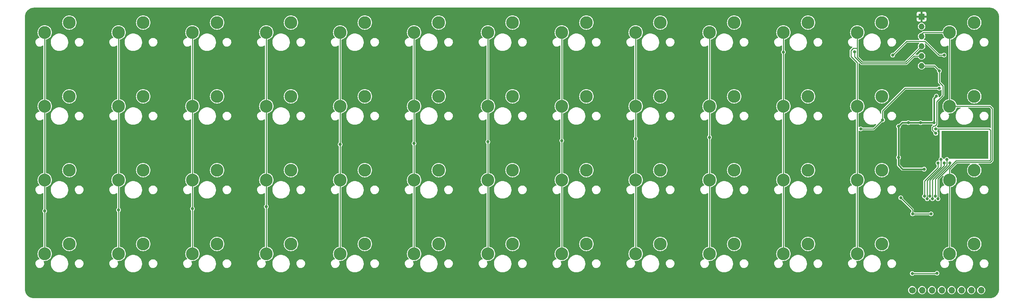
<source format=gbr>
%TF.GenerationSoftware,KiCad,Pcbnew,7.0.1-0*%
%TF.CreationDate,2023-05-19T13:37:57-05:00*%
%TF.ProjectId,pcb,7063622e-6b69-4636-9164-5f7063625858,rev?*%
%TF.SameCoordinates,Original*%
%TF.FileFunction,Copper,L1,Top*%
%TF.FilePolarity,Positive*%
%FSLAX46Y46*%
G04 Gerber Fmt 4.6, Leading zero omitted, Abs format (unit mm)*
G04 Created by KiCad (PCBNEW 7.0.1-0) date 2023-05-19 13:37:57*
%MOMM*%
%LPD*%
G01*
G04 APERTURE LIST*
%TA.AperFunction,ComponentPad*%
%ADD10C,3.300000*%
%TD*%
%TA.AperFunction,ComponentPad*%
%ADD11C,1.700000*%
%TD*%
%TA.AperFunction,ComponentPad*%
%ADD12O,1.700000X1.700000*%
%TD*%
%TA.AperFunction,ComponentPad*%
%ADD13O,1.524000X1.524000*%
%TD*%
%TA.AperFunction,ComponentPad*%
%ADD14R,1.524000X1.524000*%
%TD*%
%TA.AperFunction,ViaPad*%
%ADD15C,0.812800*%
%TD*%
%TA.AperFunction,Conductor*%
%ADD16C,0.254000*%
%TD*%
%TA.AperFunction,Conductor*%
%ADD17C,0.381000*%
%TD*%
G04 APERTURE END LIST*
D10*
%TO.P,MX38,1,COL*%
%TO.N,col11{slash}miso*%
X242649582Y-65325682D03*
%TO.P,MX38,2,ROW*%
%TO.N,Net-(D38-A)*%
X248999582Y-62785682D03*
%TD*%
%TO.P,MX25,1,COL*%
%TO.N,col11{slash}miso*%
X242649582Y-46275666D03*
%TO.P,MX25,2,ROW*%
%TO.N,Net-(D25-A)*%
X248999582Y-43735666D03*
%TD*%
%TO.P,MX42,1,COL*%
%TO.N,col2*%
X71199438Y-84375698D03*
%TO.P,MX42,2,ROW*%
%TO.N,Net-(D42-A)*%
X77549438Y-81835698D03*
%TD*%
%TO.P,MX9,1,COL*%
%TO.N,col8*%
X185499534Y-27225650D03*
%TO.P,MX9,2,ROW*%
%TO.N,Net-(D9-A)*%
X191849534Y-24685650D03*
%TD*%
%TO.P,MX3,1,COL*%
%TO.N,col2*%
X71199438Y-27225650D03*
%TO.P,MX3,2,ROW*%
%TO.N,Net-(D3-A)*%
X77549438Y-24685650D03*
%TD*%
%TO.P,MX41,1,COL*%
%TO.N,col1*%
X52149422Y-84375698D03*
%TO.P,MX41,2,ROW*%
%TO.N,Net-(D41-A)*%
X58499422Y-81835698D03*
%TD*%
%TO.P,MX22,1,COL*%
%TO.N,col8*%
X185499534Y-46275666D03*
%TO.P,MX22,2,ROW*%
%TO.N,Net-(D22-A)*%
X191849534Y-43735666D03*
%TD*%
%TO.P,MX49,1,COL*%
%TO.N,col9*%
X204549550Y-84375698D03*
%TO.P,MX49,2,ROW*%
%TO.N,Net-(D49-A)*%
X210899550Y-81835698D03*
%TD*%
%TO.P,MX10,1,COL*%
%TO.N,col9*%
X204549550Y-27225650D03*
%TO.P,MX10,2,ROW*%
%TO.N,Net-(D10-A)*%
X210899550Y-24685650D03*
%TD*%
%TO.P,MX19,1,COL*%
%TO.N,col5*%
X128349486Y-46275666D03*
%TO.P,MX19,2,ROW*%
%TO.N,Net-(D19-A)*%
X134699486Y-43735666D03*
%TD*%
%TO.P,MX21,1,COL*%
%TO.N,col7*%
X166449518Y-46275666D03*
%TO.P,MX21,2,ROW*%
%TO.N,Net-(D21-A)*%
X172799518Y-43735666D03*
%TD*%
%TO.P,MX16,1,COL*%
%TO.N,col2*%
X71199438Y-46275666D03*
%TO.P,MX16,2,ROW*%
%TO.N,Net-(D16-A)*%
X77549438Y-43735666D03*
%TD*%
%TO.P,MX32,1,COL*%
%TO.N,col5*%
X128349486Y-65325682D03*
%TO.P,MX32,2,ROW*%
%TO.N,Net-(D32-A)*%
X134699486Y-62785682D03*
%TD*%
%TO.P,MX8,1,COL*%
%TO.N,col7*%
X166449518Y-27225650D03*
%TO.P,MX8,2,ROW*%
%TO.N,Net-(D8-A)*%
X172799518Y-24685650D03*
%TD*%
%TO.P,MX33,1,COL*%
%TO.N,col6*%
X147399502Y-65325682D03*
%TO.P,MX33,2,ROW*%
%TO.N,Net-(D33-A)*%
X153749502Y-62785682D03*
%TD*%
%TO.P,MX37,1,COL*%
%TO.N,col10{slash}mosi*%
X223599566Y-65325682D03*
%TO.P,MX37,2,ROW*%
%TO.N,Net-(D37-A)*%
X229949566Y-62785682D03*
%TD*%
%TO.P,MX34,1,COL*%
%TO.N,col7*%
X166449518Y-65325682D03*
%TO.P,MX34,2,ROW*%
%TO.N,Net-(D34-A)*%
X172799518Y-62785682D03*
%TD*%
%TO.P,MX28,1,COL*%
%TO.N,col1*%
X52149422Y-65325682D03*
%TO.P,MX28,2,ROW*%
%TO.N,Net-(D28-A)*%
X58499422Y-62785682D03*
%TD*%
%TO.P,MX47,1,COL*%
%TO.N,col7*%
X166449518Y-84375698D03*
%TO.P,MX47,2,ROW*%
%TO.N,Net-(D47-A)*%
X172799518Y-81835698D03*
%TD*%
%TO.P,MX45,1,COL*%
%TO.N,col5*%
X128349486Y-84375698D03*
%TO.P,MX45,2,ROW*%
%TO.N,Net-(D45-A)*%
X134699486Y-81835698D03*
%TD*%
%TO.P,MX4,1,COL*%
%TO.N,col3*%
X90249454Y-27225650D03*
%TO.P,MX4,2,ROW*%
%TO.N,Net-(D4-A)*%
X96599454Y-24685650D03*
%TD*%
%TO.P,MX29,1,COL*%
%TO.N,col2*%
X71199438Y-65325682D03*
%TO.P,MX29,2,ROW*%
%TO.N,Net-(D29-A)*%
X77549438Y-62785682D03*
%TD*%
%TO.P,MX7,1,COL*%
%TO.N,col6*%
X147399502Y-27225650D03*
%TO.P,MX7,2,ROW*%
%TO.N,Net-(D7-A)*%
X153749502Y-24685650D03*
%TD*%
%TO.P,MX18,1,COL*%
%TO.N,col4*%
X109299470Y-46275666D03*
%TO.P,MX18,2,ROW*%
%TO.N,Net-(D18-A)*%
X115649470Y-43735666D03*
%TD*%
%TO.P,MX39,1,COL*%
%TO.N,col12{slash}sck*%
X266462102Y-65325682D03*
%TO.P,MX39,2,ROW*%
%TO.N,Net-(D39-A)*%
X272812102Y-62785682D03*
%TD*%
%TO.P,MX24,1,COL*%
%TO.N,col10{slash}mosi*%
X223599566Y-46275666D03*
%TO.P,MX24,2,ROW*%
%TO.N,Net-(D24-A)*%
X229949566Y-43735666D03*
%TD*%
%TO.P,MX43,1,COL*%
%TO.N,col3*%
X90249454Y-84375698D03*
%TO.P,MX43,2,ROW*%
%TO.N,Net-(D43-A)*%
X96599454Y-81835698D03*
%TD*%
%TO.P,MX13,1,COL*%
%TO.N,col12{slash}sck*%
X266462102Y-27225650D03*
%TO.P,MX13,2,ROW*%
%TO.N,Net-(D13-A)*%
X272812102Y-24685650D03*
%TD*%
%TO.P,MX6,1,COL*%
%TO.N,col5*%
X128349486Y-27225650D03*
%TO.P,MX6,2,ROW*%
%TO.N,Net-(D6-A)*%
X134699486Y-24685650D03*
%TD*%
%TO.P,MX36,1,COL*%
%TO.N,col9*%
X204549550Y-65325682D03*
%TO.P,MX36,2,ROW*%
%TO.N,Net-(D36-A)*%
X210899550Y-62785682D03*
%TD*%
D11*
%TO.P,J5,1,Pin_1*%
%TO.N,extra1*%
X256825000Y-93750000D03*
D12*
%TO.P,J5,2,Pin_2*%
%TO.N,extra2*%
X259365000Y-93750000D03*
%TO.P,J5,3,Pin_3*%
%TO.N,extra3*%
X261905000Y-93750000D03*
%TO.P,J5,4,Pin_4*%
%TO.N,extra4*%
X264445000Y-93750000D03*
%TO.P,J5,5,Pin_5*%
%TO.N,extra5*%
X266985000Y-93750000D03*
%TO.P,J5,6,Pin_6*%
%TO.N,extra6*%
X269525000Y-93750000D03*
%TO.P,J5,7,Pin_7*%
%TO.N,extra7*%
X272065000Y-93750000D03*
%TO.P,J5,8,Pin_8*%
%TO.N,extra8*%
X274605000Y-93750000D03*
%TD*%
D10*
%TO.P,MX30,1,COL*%
%TO.N,col3*%
X90249454Y-65325682D03*
%TO.P,MX30,2,ROW*%
%TO.N,Net-(D30-A)*%
X96599454Y-62785682D03*
%TD*%
%TO.P,MX35,1,COL*%
%TO.N,col8*%
X185499534Y-65325682D03*
%TO.P,MX35,2,ROW*%
%TO.N,Net-(D35-A)*%
X191849534Y-62785682D03*
%TD*%
%TO.P,MX15,1,COL*%
%TO.N,col1*%
X52149422Y-46275666D03*
%TO.P,MX15,2,ROW*%
%TO.N,Net-(D15-A)*%
X58499422Y-43735666D03*
%TD*%
%TO.P,MX48,1,COL*%
%TO.N,col8*%
X185499534Y-84375698D03*
%TO.P,MX48,2,ROW*%
%TO.N,Net-(D48-A)*%
X191849534Y-81835698D03*
%TD*%
%TO.P,MX31,1,COL*%
%TO.N,col4*%
X109299470Y-65325682D03*
%TO.P,MX31,2,ROW*%
%TO.N,Net-(D31-A)*%
X115649470Y-62785682D03*
%TD*%
%TO.P,MX17,1,COL*%
%TO.N,col3*%
X90249454Y-46275666D03*
%TO.P,MX17,2,ROW*%
%TO.N,Net-(D17-A)*%
X96599454Y-43735666D03*
%TD*%
%TO.P,MX51,1,COL*%
%TO.N,col11{slash}miso*%
X242649582Y-84375698D03*
%TO.P,MX51,2,ROW*%
%TO.N,Net-(D51-A)*%
X248999582Y-81835698D03*
%TD*%
%TO.P,MX44,1,COL*%
%TO.N,col4*%
X109299470Y-84375698D03*
%TO.P,MX44,2,ROW*%
%TO.N,Net-(D44-A)*%
X115649470Y-81835698D03*
%TD*%
%TO.P,MX27,1,COL*%
%TO.N,col0*%
X33099406Y-65325682D03*
%TO.P,MX27,2,ROW*%
%TO.N,Net-(D27-A)*%
X39449406Y-62785682D03*
%TD*%
%TO.P,MX40,1,COL*%
%TO.N,col0*%
X33099406Y-84375698D03*
%TO.P,MX40,2,ROW*%
%TO.N,Net-(D40-A)*%
X39449406Y-81835698D03*
%TD*%
%TO.P,MX12,1,COL*%
%TO.N,col11{slash}miso*%
X242649582Y-27225650D03*
%TO.P,MX12,2,ROW*%
%TO.N,Net-(D12-A)*%
X248999582Y-24685650D03*
%TD*%
%TO.P,MX11,1,COL*%
%TO.N,col10{slash}mosi*%
X223599566Y-27225650D03*
%TO.P,MX11,2,ROW*%
%TO.N,Net-(D11-A)*%
X229949566Y-24685650D03*
%TD*%
%TO.P,MX23,1,COL*%
%TO.N,col9*%
X204549550Y-46275666D03*
%TO.P,MX23,2,ROW*%
%TO.N,Net-(D23-A)*%
X210899550Y-43735666D03*
%TD*%
%TO.P,MX52,1,COL*%
%TO.N,col12{slash}sck*%
X266462102Y-84375698D03*
%TO.P,MX52,2,ROW*%
%TO.N,Net-(D52-A)*%
X272812102Y-81835698D03*
%TD*%
%TO.P,MX2,1,COL*%
%TO.N,col1*%
X52149422Y-27225650D03*
%TO.P,MX2,2,ROW*%
%TO.N,Net-(D2-A)*%
X58499422Y-24685650D03*
%TD*%
%TO.P,MX50,1,COL*%
%TO.N,col10{slash}mosi*%
X223599566Y-84375698D03*
%TO.P,MX50,2,ROW*%
%TO.N,Net-(D50-A)*%
X229949566Y-81835698D03*
%TD*%
%TO.P,MX20,1,COL*%
%TO.N,col6*%
X147399502Y-46275666D03*
%TO.P,MX20,2,ROW*%
%TO.N,Net-(D20-A)*%
X153749502Y-43735666D03*
%TD*%
%TO.P,MX26,1,COL*%
%TO.N,col12{slash}sck*%
X266462102Y-46275666D03*
%TO.P,MX26,2,ROW*%
%TO.N,Net-(D26-A)*%
X272812102Y-43735666D03*
%TD*%
%TO.P,MX1,1,COL*%
%TO.N,col0*%
X33099406Y-27225650D03*
%TO.P,MX1,2,ROW*%
%TO.N,Net-(D1-A)*%
X39449406Y-24685650D03*
%TD*%
D13*
%TO.P,J2,1,~{RST}*%
%TO.N,ISP_Reset*%
X259225000Y-35850000D03*
%TO.P,J2,2,VCC*%
%TO.N,VCC*%
X259225000Y-25690000D03*
%TO.P,J2,3,MISO*%
%TO.N,col11{slash}miso*%
X259225000Y-30770000D03*
%TO.P,J2,4,MOSI*%
%TO.N,col10{slash}mosi*%
X259225000Y-33310000D03*
%TO.P,J2,5,SCK*%
%TO.N,col12{slash}sck*%
X259225000Y-28230000D03*
D14*
%TO.P,J2,6,GND*%
%TO.N,GND*%
X259225000Y-23150000D03*
%TD*%
D10*
%TO.P,MX5,1,COL*%
%TO.N,col4*%
X109299470Y-27225650D03*
%TO.P,MX5,2,ROW*%
%TO.N,Net-(D5-A)*%
X115649470Y-24685650D03*
%TD*%
%TO.P,MX46,1,COL*%
%TO.N,col6*%
X147399502Y-84375698D03*
%TO.P,MX46,2,ROW*%
%TO.N,Net-(D46-A)*%
X153749502Y-81835698D03*
%TD*%
%TO.P,MX14,1,COL*%
%TO.N,col0*%
X33099406Y-46275666D03*
%TO.P,MX14,2,ROW*%
%TO.N,Net-(D14-A)*%
X39449406Y-43735666D03*
%TD*%
D15*
%TO.N,GND*%
X266340000Y-50200000D03*
%TO.N,extra8*%
X262880000Y-52100000D03*
%TO.N,GND*%
X174940000Y-57880000D03*
X117210000Y-55725000D03*
X117210000Y-57750000D03*
X137190000Y-54900000D03*
X137190000Y-57930000D03*
X154280000Y-57870000D03*
X154280000Y-54840000D03*
X174950000Y-54380000D03*
X192450000Y-57940000D03*
X192450000Y-53980000D03*
X210940000Y-58050000D03*
X210940000Y-53400000D03*
X231500000Y-58120000D03*
X231500000Y-53470000D03*
X265750000Y-55210000D03*
X259150000Y-44525000D03*
X249575000Y-59450000D03*
X249550000Y-52000000D03*
X254900000Y-65050000D03*
X262350000Y-62050000D03*
%TO.N,row1*%
X249180100Y-49844900D03*
%TO.N,VCC*%
X262450000Y-50525000D03*
X258975000Y-50525000D03*
%TO.N,ISP_Reset*%
X262900000Y-53275000D03*
%TO.N,GND*%
X278350000Y-58390000D03*
%TO.N,VCC*%
X253275000Y-51475000D03*
X253275000Y-59500000D03*
%TO.N,col4*%
X109299470Y-56150000D03*
%TO.N,col5*%
X128349486Y-55875000D03*
%TO.N,col6*%
X147399502Y-55475000D03*
%TO.N,col7*%
X166449518Y-55150000D03*
%TO.N,col8*%
X185499534Y-54650000D03*
%TO.N,col9*%
X204549550Y-54300000D03*
%TO.N,VCC*%
X259900000Y-62525000D03*
X255825000Y-50525000D03*
%TO.N,GND*%
X234981252Y-39387500D03*
X116406252Y-89200000D03*
X126091252Y-53075000D03*
X72081252Y-62750000D03*
X241675000Y-39275000D03*
X91211252Y-62750000D03*
X211506252Y-89200000D03*
X29881252Y-93875000D03*
X203601252Y-62725000D03*
X222601252Y-62750000D03*
X184456252Y-62725000D03*
X148301252Y-62750000D03*
X78206252Y-72050000D03*
X122631252Y-93900000D03*
X127411252Y-62750000D03*
X241675000Y-42800000D03*
X192606252Y-89200000D03*
X183291252Y-53075000D03*
X270425000Y-45350000D03*
X173356252Y-89200000D03*
X274500000Y-47050000D03*
X249725000Y-38900000D03*
X59056252Y-89175000D03*
X78206252Y-75575000D03*
X70231252Y-62750000D03*
X154981252Y-75575000D03*
X146451252Y-62750000D03*
X40206252Y-74950000D03*
X65481252Y-22625000D03*
X231406252Y-71000000D03*
X230631252Y-89200000D03*
X231406252Y-75650000D03*
X240566252Y-53050000D03*
X261800000Y-86825000D03*
X256250000Y-77925000D03*
X211581252Y-75575000D03*
X126091252Y-51050000D03*
X59056252Y-70175000D03*
X59531252Y-53075000D03*
X202191252Y-53075000D03*
X211506252Y-91225000D03*
X59531252Y-51050000D03*
X88091252Y-31980000D03*
X275350000Y-57625000D03*
X250231252Y-75650000D03*
X232031252Y-38512500D03*
X173931252Y-75575000D03*
X51211252Y-62750000D03*
X273650000Y-70110000D03*
X173356252Y-91225000D03*
X224571252Y-42540000D03*
X106991252Y-34000000D03*
X243740000Y-39270000D03*
X202416252Y-31975000D03*
X179781252Y-93900000D03*
X135906252Y-70925000D03*
X68721252Y-51070000D03*
X88091252Y-34000000D03*
X29931252Y-22625000D03*
X145066252Y-31975000D03*
X250231252Y-71000000D03*
X59056252Y-91200000D03*
X164191252Y-51050000D03*
X249731252Y-33920000D03*
X110181252Y-62750000D03*
X145041252Y-53075000D03*
X173931252Y-70925000D03*
X192381252Y-75575000D03*
X108331252Y-62750000D03*
X256250000Y-86825000D03*
X261800000Y-77925000D03*
X249556252Y-89200000D03*
X68716252Y-53075000D03*
X126091252Y-34000000D03*
X234981252Y-41412500D03*
X269450000Y-42750000D03*
X97231252Y-89175000D03*
X164291252Y-34000000D03*
X276968748Y-93900000D03*
X262225000Y-21900000D03*
X145041252Y-51050000D03*
X230421252Y-31787500D03*
X202191252Y-51050000D03*
X249556252Y-91225000D03*
X272975000Y-31985000D03*
X87991252Y-51300000D03*
X273645000Y-72175000D03*
X129261252Y-62750000D03*
X31131252Y-58300000D03*
X243586252Y-62750000D03*
X211581252Y-70925000D03*
X135906252Y-75575000D03*
X192606252Y-91225000D03*
X135281252Y-89200000D03*
X230631252Y-91225000D03*
X164291252Y-31975000D03*
X97031252Y-75575000D03*
X135281252Y-91225000D03*
X59056252Y-72225000D03*
X78331252Y-91200000D03*
X192381252Y-70925000D03*
X249731252Y-32234700D03*
X240566252Y-51025000D03*
X154406252Y-91225000D03*
X277415858Y-22625000D03*
X107041252Y-53325000D03*
X78206252Y-70175000D03*
X275350000Y-54925000D03*
X221666252Y-53050000D03*
X116156252Y-75575000D03*
X249731252Y-36300000D03*
X241736252Y-62750000D03*
X53061252Y-62750000D03*
X224451252Y-62750000D03*
X106991252Y-31975000D03*
X222546252Y-42540000D03*
X183291252Y-31975000D03*
X116406252Y-91225000D03*
X40206252Y-72925000D03*
X243740000Y-42795000D03*
X232031252Y-36487500D03*
X122631252Y-22625000D03*
X87991252Y-53325000D03*
X97231252Y-91200000D03*
X59056252Y-75575000D03*
X183291252Y-34000000D03*
X97031252Y-70925000D03*
X78331252Y-89175000D03*
X269450000Y-40725000D03*
X145066252Y-34000000D03*
X202416252Y-34000000D03*
X154981252Y-70925000D03*
X236906252Y-22625000D03*
X126091252Y-31975000D03*
X186306252Y-62725000D03*
X65481252Y-92575000D03*
X230421252Y-33812500D03*
X68716252Y-34025000D03*
X221666252Y-51275000D03*
X116156252Y-70925000D03*
X154406252Y-89200000D03*
X164191252Y-53075000D03*
X179781252Y-22625000D03*
X89361252Y-62750000D03*
X205451252Y-62725000D03*
X107041252Y-51300000D03*
X183291252Y-51050000D03*
X68716252Y-32000000D03*
X272970000Y-34050000D03*
%TO.N,VCC*%
X263050000Y-43700000D03*
%TO.N,row2*%
X261650000Y-74075000D03*
X256900000Y-74075000D03*
X253850000Y-69925000D03*
%TO.N,col0*%
X33099406Y-73325000D03*
%TO.N,col3*%
X90249454Y-72200000D03*
%TO.N,ISP_Reset*%
X263800000Y-37150000D03*
%TO.N,row3*%
X263200000Y-89400000D03*
X256825000Y-89450000D03*
%TO.N,row0*%
X265025000Y-33075000D03*
X251793618Y-33106382D03*
%TO.N,row1*%
X243525000Y-52125000D03*
X263800000Y-41625000D03*
%TO.N,col10{slash}mosi*%
X241964282Y-32270000D03*
X223599566Y-32300000D03*
%TO.N,col1*%
X52149422Y-73050000D03*
%TO.N,col2*%
X71199438Y-72750000D03*
%TO.N,extra3*%
X259960173Y-69520713D03*
X263450000Y-60950000D03*
%TO.N,extra4*%
X264225000Y-60050000D03*
X260654846Y-70190101D03*
%TO.N,extra5*%
X261361491Y-69482044D03*
X265075000Y-60975000D03*
%TO.N,extra6*%
X265766700Y-60025000D03*
X262050000Y-70160000D03*
%TO.N,extra7*%
X266500000Y-60975000D03*
X262762707Y-69508037D03*
%TO.N,extra8*%
X263450000Y-70185000D03*
%TD*%
D16*
%TO.N,col12{slash}sck*%
X266462102Y-65325682D02*
X266462102Y-62557502D01*
X266462102Y-62557502D02*
X268244604Y-60775000D01*
X268244604Y-60775000D02*
X276900000Y-60775000D01*
X276900000Y-60775000D02*
X277446400Y-60228600D01*
X277446400Y-46876400D02*
X276845666Y-46275666D01*
X277446400Y-60228600D02*
X277446400Y-46876400D01*
X276845666Y-46275666D02*
X266462102Y-46275666D01*
%TO.N,extra8*%
X262880000Y-52100000D02*
X276690000Y-52100000D01*
X277040000Y-60060000D02*
X276731400Y-60368600D01*
X276690000Y-52100000D02*
X277040000Y-52450000D01*
X277040000Y-52450000D02*
X277040000Y-60060000D01*
X276731400Y-60368600D02*
X268076268Y-60368600D01*
X268076268Y-60368600D02*
X263900000Y-64544868D01*
X263450000Y-65000000D02*
X263450000Y-70185000D01*
X263900000Y-64544868D02*
X263900000Y-64550000D01*
X263900000Y-64550000D02*
X263450000Y-65000000D01*
%TO.N,extra7*%
X262762707Y-69508037D02*
X262762707Y-65107425D01*
%TO.N,extra6*%
X262050000Y-70160000D02*
X262050000Y-65245794D01*
X262050000Y-65245794D02*
X262049801Y-65245595D01*
%TO.N,extra5*%
X261361491Y-69482044D02*
X261361491Y-65359169D01*
%TO.N,extra4*%
X260654846Y-70190101D02*
X260654846Y-65491078D01*
X260654846Y-65491078D02*
X264225000Y-61920924D01*
X264225000Y-61920924D02*
X264225000Y-60050000D01*
%TO.N,extra3*%
X259960173Y-69520713D02*
X259960173Y-65611015D01*
X259960173Y-65611015D02*
X263450000Y-62121188D01*
X263450000Y-62121188D02*
X263450000Y-60950000D01*
%TO.N,ISP_Reset*%
X262900000Y-53275000D02*
X262060000Y-52435000D01*
X263135800Y-45109100D02*
X264750000Y-43494900D01*
X262060000Y-52435000D02*
X262060000Y-51635000D01*
X262060000Y-51635000D02*
X262320000Y-51375000D01*
X262320000Y-51375000D02*
X262725000Y-51375000D01*
X262725000Y-51375000D02*
X263135800Y-50964200D01*
X263135800Y-50964200D02*
X263135800Y-45109100D01*
X264750000Y-43494900D02*
X264750000Y-41075000D01*
X264750000Y-41075000D02*
X263800000Y-40125000D01*
X263800000Y-40125000D02*
X263800000Y-37150000D01*
%TO.N,GND*%
X174950000Y-57870000D02*
X174940000Y-57880000D01*
X174950000Y-54380000D02*
X174950000Y-57870000D01*
X117210000Y-55725000D02*
X117210000Y-57750000D01*
X137190000Y-54900000D02*
X137190000Y-57930000D01*
X154280000Y-54840000D02*
X154280000Y-57870000D01*
X192450000Y-57580000D02*
X192450000Y-57940000D01*
X192450000Y-53980000D02*
X192450000Y-57580000D01*
X210940000Y-57000000D02*
X210940000Y-58050000D01*
X210940000Y-53400000D02*
X210940000Y-57000000D01*
X231500000Y-57070000D02*
X231500000Y-58120000D01*
X231500000Y-53470000D02*
X231500000Y-57070000D01*
%TO.N,row1*%
X263800000Y-41625000D02*
X255010462Y-41625000D01*
X255010462Y-41625000D02*
X249180100Y-47455362D01*
X249180100Y-47455362D02*
X249180100Y-49844900D01*
D17*
%TO.N,VCC*%
X262450000Y-50525000D02*
X262450000Y-44300000D01*
X262450000Y-44300000D02*
X263050000Y-43700000D01*
X258975000Y-50525000D02*
X262450000Y-50525000D01*
D16*
%TO.N,col12{slash}sck*%
X266462102Y-46275666D02*
X266462102Y-27225650D01*
D17*
%TO.N,VCC*%
X258800000Y-50525000D02*
X258975000Y-50525000D01*
X253275000Y-51475000D02*
X253275000Y-59500000D01*
X253275000Y-59500000D02*
X253275000Y-61475000D01*
D16*
%TO.N,col4*%
X109299470Y-56375000D02*
X109299470Y-56150000D01*
X109299470Y-56150000D02*
X109299470Y-27225650D01*
%TO.N,col5*%
X128349486Y-27225650D02*
X128349486Y-55875000D01*
X128349486Y-55875000D02*
X128349486Y-56025000D01*
%TO.N,col7*%
X166449518Y-55325000D02*
X166449518Y-55150000D01*
X166449518Y-55150000D02*
X166449518Y-27225650D01*
%TO.N,col8*%
X185499534Y-54650000D02*
X185499534Y-27225650D01*
X185499534Y-84375698D02*
X185499534Y-54650000D01*
%TO.N,col9*%
X204549550Y-27225650D02*
X204549550Y-54300000D01*
X204549550Y-54300000D02*
X204549550Y-84375698D01*
%TO.N,col4*%
X109299470Y-65325682D02*
X109299470Y-56375000D01*
%TO.N,col5*%
X128349486Y-56025000D02*
X128349486Y-84375698D01*
%TO.N,col6*%
X147399502Y-84375698D02*
X147399502Y-55475000D01*
X147399502Y-55475000D02*
X147399502Y-27225650D01*
%TO.N,col7*%
X166449518Y-55325000D02*
X166449518Y-84375698D01*
D17*
%TO.N,VCC*%
X255825000Y-50525000D02*
X258800000Y-50525000D01*
X255825000Y-50525000D02*
X254225000Y-50525000D01*
X254225000Y-50525000D02*
X253275000Y-51475000D01*
X253275000Y-61475000D02*
X254325000Y-62525000D01*
X254325000Y-62525000D02*
X259900000Y-62525000D01*
D16*
%TO.N,GND*%
X192606252Y-89200000D02*
X192606252Y-91225000D01*
X97031252Y-70925000D02*
X97031252Y-74525000D01*
X192381252Y-70925000D02*
X192381252Y-74525000D01*
X88091252Y-31975000D02*
X88091252Y-34000000D01*
X164291252Y-31975000D02*
X164291252Y-34000000D01*
X116156252Y-70925000D02*
X116156252Y-74525000D01*
X240566252Y-51025000D02*
X240566252Y-53050000D01*
X87991252Y-51050000D02*
X87991252Y-53075000D01*
X202416252Y-31975000D02*
X202416252Y-34000000D01*
X40206252Y-72925000D02*
X40206252Y-74950000D01*
X126091252Y-51050000D02*
X126091252Y-53075000D01*
X273650000Y-70110000D02*
X273650000Y-72170000D01*
X234981252Y-39387500D02*
X234981252Y-41412500D01*
X68716252Y-32000000D02*
X68716252Y-34025000D01*
X106991252Y-31975000D02*
X106991252Y-34000000D01*
X59531252Y-51050000D02*
X59531252Y-53075000D01*
X154981252Y-70925000D02*
X154981252Y-74525000D01*
X211581252Y-74525000D02*
X211581252Y-75575000D01*
X272970000Y-34050000D02*
X272970000Y-31990000D01*
X273650000Y-72170000D02*
X273645000Y-72175000D01*
X249731252Y-33920000D02*
X249731252Y-32234700D01*
X135906252Y-74525000D02*
X135906252Y-75575000D01*
X230421252Y-31787500D02*
X230421252Y-33812500D01*
X173356252Y-89200000D02*
X173356252Y-91225000D01*
X97031252Y-74525000D02*
X97031252Y-75575000D01*
X116406252Y-89200000D02*
X116406252Y-91225000D01*
X249556252Y-89200000D02*
X249556252Y-91225000D01*
X173931252Y-74525000D02*
X173931252Y-75575000D01*
X211581252Y-70925000D02*
X211581252Y-74525000D01*
X231406252Y-74600000D02*
X231406252Y-75650000D01*
X232031252Y-36487500D02*
X232031252Y-38512500D01*
X183291252Y-31975000D02*
X183291252Y-34000000D01*
X211506252Y-89200000D02*
X211506252Y-91225000D01*
X269450000Y-40725000D02*
X269450000Y-42750000D01*
X135906252Y-70925000D02*
X135906252Y-74525000D01*
X256250000Y-86825000D02*
X261800000Y-86825000D01*
X116156252Y-74525000D02*
X116156252Y-75575000D01*
X78331252Y-89175000D02*
X78331252Y-91200000D01*
X221666252Y-51025000D02*
X221666252Y-53050000D01*
X272970000Y-31990000D02*
X272975000Y-31985000D01*
X231406252Y-71000000D02*
X231406252Y-74600000D01*
X126091252Y-31975000D02*
X126091252Y-34000000D01*
X145041252Y-51300000D02*
X145041252Y-53075000D01*
X202191252Y-51050000D02*
X202191252Y-53075000D01*
X250231252Y-74600000D02*
X250231252Y-75650000D01*
X78206252Y-70175000D02*
X78206252Y-75575000D01*
X192381252Y-74525000D02*
X192381252Y-75575000D01*
X97231252Y-89175000D02*
X97231252Y-91200000D01*
X183291252Y-51050000D02*
X183291252Y-53075000D01*
X107041252Y-51300000D02*
X107041252Y-53325000D01*
X256250000Y-77925000D02*
X261800000Y-77925000D01*
X154981252Y-74525000D02*
X154981252Y-75575000D01*
X135281252Y-89200000D02*
X135281252Y-91225000D01*
X173931252Y-70925000D02*
X173931252Y-74525000D01*
X250231252Y-71000000D02*
X250231252Y-74600000D01*
X145041252Y-51050000D02*
X145041252Y-51300000D01*
X249731252Y-36300000D02*
X249731252Y-38893748D01*
X59056252Y-70175000D02*
X59056252Y-75575000D01*
X88091252Y-31975000D02*
X88091252Y-31980000D01*
X68716252Y-51075000D02*
X68721252Y-51070000D01*
X230631252Y-89200000D02*
X230631252Y-91225000D01*
X68716252Y-53075000D02*
X68716252Y-51075000D01*
X164191252Y-51050000D02*
X164191252Y-53075000D01*
X249731252Y-38893748D02*
X249725000Y-38900000D01*
X59056252Y-89175000D02*
X59056252Y-91200000D01*
X145066252Y-31975000D02*
X145066252Y-34000000D01*
X154406252Y-89200000D02*
X154406252Y-91225000D01*
%TO.N,row2*%
X256900000Y-74075000D02*
X261650000Y-74075000D01*
X253850000Y-69925000D02*
X256900000Y-72975000D01*
X256900000Y-72975000D02*
X256900000Y-74075000D01*
%TO.N,col0*%
X33099406Y-46275666D02*
X33099406Y-65325682D01*
X33099406Y-27225650D02*
X33099406Y-46275666D01*
X33099406Y-65325682D02*
X33099406Y-73325000D01*
X33099406Y-73325000D02*
X33099406Y-84375698D01*
%TO.N,col3*%
X90249454Y-27225650D02*
X90249454Y-72200000D01*
X90249454Y-72200000D02*
X90249454Y-84375698D01*
%TO.N,col4*%
X109299470Y-65325682D02*
X109299470Y-84375698D01*
%TO.N,ISP_Reset*%
X259225000Y-35850000D02*
X262500000Y-35850000D01*
X262500000Y-35850000D02*
X263800000Y-37150000D01*
%TO.N,row3*%
X263200000Y-89400000D02*
X263150000Y-89450000D01*
X263150000Y-89450000D02*
X256825000Y-89450000D01*
%TO.N,row0*%
X255400000Y-29500000D02*
X251793618Y-33106382D01*
X263675000Y-33075000D02*
X260100000Y-29500000D01*
X260100000Y-29500000D02*
X255400000Y-29500000D01*
X265025000Y-33075000D02*
X263675000Y-33075000D01*
%TO.N,row1*%
X249180100Y-49844900D02*
X246900000Y-52125000D01*
X243525000Y-52125000D02*
X246900000Y-52125000D01*
%TO.N,col11{slash}miso*%
X240996252Y-33405000D02*
X242649582Y-35058330D01*
X241581252Y-31310000D02*
X242649582Y-31310000D01*
X240996252Y-31895000D02*
X241581252Y-31310000D01*
X243911252Y-34893600D02*
X242649582Y-33631930D01*
X242649582Y-33631930D02*
X242649582Y-31310000D01*
X242649582Y-35058330D02*
X242649582Y-46275666D01*
X242649582Y-46275666D02*
X242649582Y-84375698D01*
X243911252Y-34893600D02*
X255101400Y-34893600D01*
X242649582Y-27225650D02*
X242649582Y-31310000D01*
X240996252Y-33405000D02*
X240996252Y-31895000D01*
X259225000Y-30770000D02*
X255101400Y-34893600D01*
%TO.N,col10{slash}mosi*%
X223599566Y-32300000D02*
X223599566Y-84375698D01*
X259225000Y-33310000D02*
X257259736Y-33310000D01*
X255269736Y-35300000D02*
X243742916Y-35300000D01*
X223599566Y-27225650D02*
X223599566Y-32300000D01*
X243742916Y-35300000D02*
X241964282Y-33521366D01*
X241964282Y-33521366D02*
X241964282Y-32270000D01*
X257259736Y-33310000D02*
X255269736Y-35300000D01*
%TO.N,col12{slash}sck*%
X259654350Y-27225650D02*
X266462102Y-27225650D01*
X258650000Y-28230000D02*
X259654350Y-27225650D01*
X266462102Y-84375698D02*
X266462102Y-65325682D01*
%TO.N,col1*%
X52149422Y-73050000D02*
X52149422Y-84375698D01*
X52149422Y-46275666D02*
X52149422Y-73050000D01*
X52149422Y-27225650D02*
X52149422Y-46275666D01*
%TO.N,col2*%
X71199438Y-27225650D02*
X71199438Y-72750000D01*
X71199438Y-72750000D02*
X71199438Y-84375698D01*
%TO.N,extra5*%
X261361491Y-65359169D02*
X265075000Y-61645660D01*
X265075000Y-60975000D02*
X265075000Y-61645660D01*
%TO.N,extra6*%
X262049801Y-65245595D02*
X265766700Y-61528696D01*
X265766700Y-60025000D02*
X265766700Y-61528696D01*
%TO.N,extra7*%
X262762707Y-65107425D02*
X266500000Y-61370132D01*
X266500000Y-60975000D02*
X266500000Y-61370132D01*
%TD*%
%TA.AperFunction,Conductor*%
%TO.N,GND*%
G36*
X276388000Y-52666613D02*
G01*
X276433387Y-52712000D01*
X276450000Y-52774000D01*
X276450000Y-59751000D01*
X276433387Y-59813000D01*
X276388000Y-59858387D01*
X276326000Y-59875000D01*
X266444215Y-59875000D01*
X266396762Y-59865561D01*
X266356533Y-59838681D01*
X266329654Y-59798452D01*
X266296738Y-59718985D01*
X266296737Y-59718984D01*
X266296737Y-59718983D01*
X266199473Y-59592227D01*
X266072717Y-59494963D01*
X266072716Y-59494962D01*
X266072714Y-59494961D01*
X265925106Y-59433821D01*
X265766700Y-59412966D01*
X265608293Y-59433821D01*
X265460685Y-59494961D01*
X265333927Y-59592227D01*
X265236661Y-59718985D01*
X265203746Y-59798452D01*
X265176867Y-59838681D01*
X265136638Y-59865561D01*
X265089185Y-59875000D01*
X264892160Y-59875000D01*
X264844707Y-59865561D01*
X264804478Y-59838681D01*
X264777599Y-59798452D01*
X264755038Y-59743985D01*
X264755037Y-59743984D01*
X264755037Y-59743983D01*
X264657773Y-59617227D01*
X264531017Y-59519963D01*
X264531016Y-59519962D01*
X264531014Y-59519961D01*
X264476548Y-59497401D01*
X264436319Y-59470522D01*
X264409439Y-59430293D01*
X264400000Y-59382840D01*
X264400000Y-52774000D01*
X264416613Y-52712000D01*
X264462000Y-52666613D01*
X264524000Y-52650000D01*
X276326000Y-52650000D01*
X276388000Y-52666613D01*
G37*
%TD.AperFunction*%
%TD*%
%TA.AperFunction,Conductor*%
%TO.N,GND*%
G36*
X264593904Y-27565511D02*
G01*
X264637193Y-27600396D01*
X264660889Y-27650690D01*
X264682121Y-27748294D01*
X264685741Y-27757999D01*
X264774621Y-27996297D01*
X264825181Y-28088890D01*
X264901472Y-28228607D01*
X265060092Y-28440499D01*
X265063071Y-28443478D01*
X265065144Y-28447247D01*
X265065407Y-28447599D01*
X265065357Y-28447635D01*
X265096397Y-28504079D01*
X265092080Y-28573105D01*
X265051463Y-28629082D01*
X264987181Y-28654597D01*
X264978133Y-28655461D01*
X264771894Y-28716018D01*
X264580844Y-28814511D01*
X264411884Y-28947383D01*
X264271124Y-29109827D01*
X264163654Y-29295971D01*
X264093351Y-29499095D01*
X264062763Y-29711851D01*
X264072990Y-29926554D01*
X264123666Y-30135444D01*
X264212954Y-30330959D01*
X264325702Y-30489291D01*
X264337636Y-30506049D01*
X264493199Y-30654377D01*
X264567185Y-30701925D01*
X264674019Y-30770584D01*
X264714064Y-30786615D01*
X264873570Y-30850472D01*
X265084630Y-30891150D01*
X265245715Y-30891150D01*
X265245720Y-30891150D01*
X265406073Y-30875838D01*
X265612311Y-30815281D01*
X265803361Y-30716788D01*
X265934053Y-30614010D01*
X265997449Y-30588192D01*
X266064885Y-30599945D01*
X266115810Y-30645689D01*
X266134704Y-30711482D01*
X266134704Y-44353287D01*
X266122241Y-44407468D01*
X266087356Y-44450757D01*
X266037062Y-44474453D01*
X265939457Y-44495685D01*
X265892289Y-44513278D01*
X265691455Y-44588185D01*
X265691452Y-44588186D01*
X265691451Y-44588187D01*
X265459144Y-44715036D01*
X265247252Y-44873656D01*
X265060092Y-45060816D01*
X264901472Y-45272708D01*
X264774623Y-45505015D01*
X264774621Y-45505019D01*
X264742630Y-45590791D01*
X264682121Y-45753021D01*
X264625859Y-46011653D01*
X264606976Y-46275665D01*
X264625859Y-46539678D01*
X264682121Y-46798310D01*
X264685741Y-46808015D01*
X264774621Y-47046313D01*
X264774623Y-47046316D01*
X264901472Y-47278623D01*
X265060092Y-47490515D01*
X265063071Y-47493494D01*
X265065144Y-47497263D01*
X265065407Y-47497615D01*
X265065357Y-47497651D01*
X265096397Y-47554095D01*
X265092080Y-47623121D01*
X265051463Y-47679098D01*
X264987181Y-47704613D01*
X264978133Y-47705477D01*
X264771894Y-47766034D01*
X264580844Y-47864527D01*
X264411884Y-47997399D01*
X264271124Y-48159843D01*
X264163654Y-48345987D01*
X264093351Y-48549111D01*
X264062763Y-48761867D01*
X264072990Y-48976570D01*
X264123666Y-49185460D01*
X264212954Y-49380975D01*
X264325401Y-49538883D01*
X264337636Y-49556065D01*
X264493199Y-49704393D01*
X264567185Y-49751941D01*
X264674019Y-49820600D01*
X264714064Y-49836631D01*
X264873570Y-49900488D01*
X265084630Y-49941166D01*
X265245715Y-49941166D01*
X265245720Y-49941166D01*
X265406073Y-49925854D01*
X265612311Y-49865297D01*
X265803361Y-49766804D01*
X265972319Y-49633934D01*
X266113078Y-49471490D01*
X266220550Y-49285343D01*
X266290852Y-49082220D01*
X266321441Y-48869463D01*
X266311214Y-48654762D01*
X266260539Y-48445876D01*
X266258550Y-48441520D01*
X266191798Y-48295353D01*
X266181086Y-48232790D01*
X266202736Y-48173122D01*
X266251076Y-48131985D01*
X266313436Y-48120158D01*
X266462102Y-48130791D01*
X266726114Y-48111909D01*
X266984751Y-48055645D01*
X267232749Y-47963147D01*
X267465058Y-47836296D01*
X267676951Y-47677676D01*
X267864112Y-47490515D01*
X268022732Y-47278622D01*
X268149583Y-47046313D01*
X268242081Y-46798315D01*
X268263314Y-46700706D01*
X268287011Y-46650412D01*
X268330300Y-46615527D01*
X268384481Y-46603064D01*
X269153982Y-46603064D01*
X269217174Y-46620374D01*
X269262724Y-46667472D01*
X269277913Y-46731207D01*
X269258501Y-46793786D01*
X269209907Y-46837736D01*
X269125761Y-46880256D01*
X268878021Y-47050320D01*
X268655164Y-47251882D01*
X268461159Y-47481353D01*
X268299469Y-47734636D01*
X268172985Y-48007203D01*
X268083956Y-48294203D01*
X268033976Y-48590507D01*
X268023935Y-48890833D01*
X268054013Y-49189811D01*
X268123671Y-49482114D01*
X268231669Y-49762523D01*
X268376080Y-50026040D01*
X268466382Y-50148599D01*
X268554325Y-50267956D01*
X268763223Y-50483955D01*
X268999048Y-50670184D01*
X269257589Y-50823318D01*
X269534235Y-50940626D01*
X269534236Y-50940626D01*
X269534238Y-50940627D01*
X269560552Y-50947835D01*
X269824048Y-51020014D01*
X270121857Y-51060066D01*
X270347135Y-51060066D01*
X270347137Y-51060066D01*
X270571922Y-51045018D01*
X270646329Y-51029894D01*
X270866389Y-50985165D01*
X271150253Y-50886597D01*
X271284349Y-50818834D01*
X271418442Y-50751075D01*
X271536280Y-50670184D01*
X271666182Y-50581012D01*
X271889041Y-50379448D01*
X272083045Y-50149978D01*
X272244733Y-49896698D01*
X272371220Y-49624126D01*
X272460248Y-49337128D01*
X272510228Y-49040824D01*
X272519555Y-48761867D01*
X274222763Y-48761867D01*
X274232990Y-48976570D01*
X274283666Y-49185460D01*
X274372954Y-49380975D01*
X274485401Y-49538883D01*
X274497636Y-49556065D01*
X274653199Y-49704393D01*
X274727185Y-49751941D01*
X274834019Y-49820600D01*
X274874064Y-49836631D01*
X275033570Y-49900488D01*
X275244630Y-49941166D01*
X275405715Y-49941166D01*
X275405720Y-49941166D01*
X275566073Y-49925854D01*
X275772311Y-49865297D01*
X275963361Y-49766804D01*
X276132319Y-49633934D01*
X276273078Y-49471490D01*
X276380550Y-49285343D01*
X276450852Y-49082220D01*
X276481441Y-48869463D01*
X276471214Y-48654762D01*
X276420539Y-48445876D01*
X276418550Y-48441520D01*
X276331249Y-48250356D01*
X276238535Y-48120158D01*
X276206568Y-48075267D01*
X276051005Y-47926939D01*
X276018155Y-47905827D01*
X275870184Y-47810731D01*
X275680101Y-47734634D01*
X275670634Y-47730844D01*
X275670633Y-47730843D01*
X275670631Y-47730843D01*
X275459574Y-47690166D01*
X275298484Y-47690166D01*
X275198263Y-47699735D01*
X275138128Y-47705478D01*
X274931894Y-47766034D01*
X274740844Y-47864527D01*
X274571884Y-47997399D01*
X274431124Y-48159843D01*
X274323654Y-48345987D01*
X274253351Y-48549111D01*
X274222763Y-48761867D01*
X272519555Y-48761867D01*
X272520269Y-48740502D01*
X272490191Y-48441521D01*
X272420532Y-48149217D01*
X272392051Y-48075269D01*
X272312534Y-47868808D01*
X272294716Y-47836295D01*
X272168123Y-47605291D01*
X271989879Y-47363376D01*
X271780981Y-47147377D01*
X271614517Y-47015922D01*
X271545155Y-46961147D01*
X271417099Y-46885300D01*
X271330071Y-46833753D01*
X271285329Y-46788105D01*
X271269267Y-46726235D01*
X271286154Y-46664586D01*
X271331503Y-46619539D01*
X271393264Y-46603064D01*
X276658691Y-46603064D01*
X276706144Y-46612503D01*
X276746372Y-46639383D01*
X277082683Y-46975694D01*
X277109563Y-47015922D01*
X277119002Y-47063375D01*
X277119002Y-51761236D01*
X277104488Y-51819450D01*
X277064342Y-51864037D01*
X277007964Y-51884557D01*
X276948551Y-51876207D01*
X276915171Y-51851955D01*
X276870770Y-51826320D01*
X276861647Y-51820508D01*
X276829665Y-51798114D01*
X276804707Y-51787776D01*
X276766256Y-51780995D01*
X276755700Y-51778655D01*
X276718976Y-51768815D01*
X276684524Y-51771830D01*
X276681094Y-51772130D01*
X276670289Y-51772602D01*
X263454781Y-51772602D01*
X263399938Y-51759814D01*
X263356406Y-51724089D01*
X263312774Y-51667227D01*
X263189005Y-51572256D01*
X263147969Y-51516290D01*
X263143430Y-51447041D01*
X263176808Y-51386201D01*
X263353375Y-51209634D01*
X263361329Y-51202345D01*
X263390471Y-51177894D01*
X263409484Y-51144961D01*
X263415283Y-51135856D01*
X263437101Y-51104699D01*
X263437102Y-51104694D01*
X263437690Y-51103855D01*
X263448020Y-51078917D01*
X263448197Y-51077907D01*
X263448200Y-51077904D01*
X263454806Y-51040432D01*
X263457135Y-51029927D01*
X263466984Y-50993175D01*
X263463669Y-50955294D01*
X263463198Y-50944489D01*
X263463198Y-45296075D01*
X263472637Y-45248622D01*
X263499517Y-45208394D01*
X263647095Y-45060816D01*
X264967570Y-43740338D01*
X264975537Y-43733039D01*
X265004670Y-43708595D01*
X265004671Y-43708594D01*
X265023696Y-43675640D01*
X265029486Y-43666553D01*
X265051301Y-43635399D01*
X265051301Y-43635396D01*
X265051889Y-43634558D01*
X265062220Y-43609617D01*
X265062397Y-43608607D01*
X265062400Y-43608604D01*
X265069006Y-43571132D01*
X265071341Y-43560605D01*
X265081184Y-43523875D01*
X265077869Y-43485991D01*
X265077398Y-43475186D01*
X265077398Y-41094711D01*
X265077870Y-41083903D01*
X265081184Y-41046025D01*
X265071337Y-41009277D01*
X265069005Y-40998760D01*
X265062400Y-40961296D01*
X265062398Y-40961294D01*
X265062221Y-40960285D01*
X265051889Y-40935340D01*
X265029498Y-40903362D01*
X265023687Y-40894241D01*
X265004671Y-40861306D01*
X264975534Y-40836857D01*
X264967559Y-40829549D01*
X264163717Y-40025706D01*
X264136837Y-39985478D01*
X264127398Y-39938025D01*
X264127398Y-37724781D01*
X264140186Y-37669938D01*
X264175911Y-37626406D01*
X264232770Y-37582775D01*
X264232769Y-37582775D01*
X264232773Y-37582773D01*
X264330037Y-37456017D01*
X264391179Y-37308406D01*
X264412034Y-37150000D01*
X264391179Y-36991594D01*
X264330037Y-36843983D01*
X264232773Y-36717227D01*
X264106017Y-36619963D01*
X264106016Y-36619962D01*
X264106014Y-36619961D01*
X263958406Y-36558821D01*
X263799999Y-36537965D01*
X263728939Y-36547321D01*
X263672895Y-36541801D01*
X263625073Y-36512063D01*
X262745443Y-35632432D01*
X262738134Y-35624456D01*
X262713693Y-35595328D01*
X262680770Y-35576320D01*
X262671647Y-35570508D01*
X262639665Y-35548114D01*
X262614707Y-35537776D01*
X262576256Y-35530995D01*
X262565700Y-35528655D01*
X262528976Y-35518815D01*
X262494524Y-35521830D01*
X262491094Y-35522130D01*
X262480289Y-35522602D01*
X260215577Y-35522602D01*
X260151828Y-35504960D01*
X260106219Y-35457055D01*
X260063211Y-35376595D01*
X260029077Y-35312733D01*
X259908811Y-35166189D01*
X259762267Y-35045923D01*
X259762266Y-35045922D01*
X259658448Y-34990431D01*
X259595076Y-34956558D01*
X259413663Y-34901527D01*
X259413661Y-34901526D01*
X259413659Y-34901526D01*
X259225000Y-34882945D01*
X259036340Y-34901526D01*
X259036336Y-34901527D01*
X259036337Y-34901527D01*
X258854924Y-34956558D01*
X258854920Y-34956559D01*
X258854920Y-34956560D01*
X258687733Y-35045922D01*
X258541189Y-35166189D01*
X258420922Y-35312733D01*
X258331560Y-35479920D01*
X258331558Y-35479924D01*
X258289084Y-35619942D01*
X258276526Y-35661340D01*
X258257945Y-35850000D01*
X258276526Y-36038659D01*
X258276526Y-36038661D01*
X258276527Y-36038663D01*
X258331558Y-36220076D01*
X258331560Y-36220079D01*
X258420921Y-36387265D01*
X258420923Y-36387267D01*
X258541189Y-36533811D01*
X258687733Y-36654077D01*
X258854924Y-36743442D01*
X259036337Y-36798473D01*
X259225000Y-36817055D01*
X259413663Y-36798473D01*
X259595076Y-36743442D01*
X259762267Y-36654077D01*
X259908811Y-36533811D01*
X260029077Y-36387267D01*
X260076404Y-36298722D01*
X260106219Y-36242945D01*
X260151828Y-36195040D01*
X260215577Y-36177398D01*
X262313025Y-36177398D01*
X262360478Y-36186837D01*
X262400706Y-36213717D01*
X263162063Y-36975073D01*
X263191801Y-37022895D01*
X263197321Y-37078939D01*
X263187965Y-37149999D01*
X263208821Y-37308406D01*
X263269961Y-37456014D01*
X263367229Y-37582775D01*
X263424089Y-37626406D01*
X263459814Y-37669938D01*
X263472602Y-37724781D01*
X263472602Y-40105289D01*
X263472130Y-40116097D01*
X263468815Y-40153976D01*
X263478655Y-40190700D01*
X263480995Y-40201256D01*
X263487776Y-40239707D01*
X263498114Y-40264665D01*
X263520508Y-40296647D01*
X263526320Y-40305770D01*
X263545329Y-40338694D01*
X263573769Y-40362558D01*
X263574465Y-40363142D01*
X263582439Y-40370450D01*
X264031084Y-40819095D01*
X264062297Y-40871558D01*
X264064693Y-40932557D01*
X264037693Y-40987308D01*
X263987840Y-41022540D01*
X263927217Y-41029714D01*
X263906082Y-41026932D01*
X263800000Y-41012965D01*
X263641593Y-41033821D01*
X263493985Y-41094961D01*
X263367224Y-41192229D01*
X263323594Y-41249089D01*
X263280062Y-41284814D01*
X263225219Y-41297602D01*
X255030174Y-41297602D01*
X255019366Y-41297130D01*
X254981486Y-41293815D01*
X254944764Y-41303655D01*
X254934206Y-41305996D01*
X254895753Y-41312776D01*
X254870796Y-41323114D01*
X254838818Y-41345505D01*
X254829701Y-41351314D01*
X254796768Y-41370328D01*
X254772324Y-41399459D01*
X254765017Y-41407432D01*
X248962536Y-47209913D01*
X248954563Y-47217219D01*
X248925430Y-47241665D01*
X248906414Y-47274601D01*
X248900605Y-47283718D01*
X248878214Y-47315696D01*
X248867876Y-47340653D01*
X248861096Y-47379106D01*
X248858755Y-47389664D01*
X248848915Y-47426386D01*
X248852230Y-47464266D01*
X248852702Y-47475074D01*
X248852702Y-48120756D01*
X248838424Y-48178523D01*
X248798879Y-48222987D01*
X248743173Y-48243909D01*
X248684135Y-48236470D01*
X248635360Y-48202385D01*
X248611774Y-48156663D01*
X248610996Y-48156964D01*
X248608244Y-48149819D01*
X248608080Y-48149501D01*
X248608012Y-48149217D01*
X248500014Y-47868808D01*
X248482196Y-47836295D01*
X248355603Y-47605291D01*
X248177359Y-47363376D01*
X247968461Y-47147377D01*
X247801997Y-47015922D01*
X247732635Y-46961147D01*
X247603365Y-46884580D01*
X247474095Y-46808014D01*
X247221032Y-46700706D01*
X247197445Y-46690704D01*
X246907640Y-46611319D01*
X246907639Y-46611318D01*
X246907636Y-46611318D01*
X246609827Y-46571266D01*
X246384549Y-46571266D01*
X246384547Y-46571266D01*
X246159761Y-46586313D01*
X245865297Y-46646166D01*
X245581427Y-46744736D01*
X245313241Y-46880256D01*
X245065501Y-47050320D01*
X244842644Y-47251882D01*
X244648639Y-47481353D01*
X244486949Y-47734636D01*
X244360465Y-48007203D01*
X244271436Y-48294203D01*
X244221456Y-48590507D01*
X244211415Y-48890833D01*
X244241493Y-49189811D01*
X244311151Y-49482114D01*
X244419149Y-49762523D01*
X244563560Y-50026040D01*
X244653862Y-50148599D01*
X244741805Y-50267956D01*
X244950703Y-50483955D01*
X245186528Y-50670184D01*
X245445069Y-50823318D01*
X245721715Y-50940626D01*
X245721716Y-50940626D01*
X245721718Y-50940627D01*
X245748032Y-50947835D01*
X246011528Y-51020014D01*
X246309337Y-51060066D01*
X246534615Y-51060066D01*
X246534617Y-51060066D01*
X246759402Y-51045018D01*
X246833809Y-51029894D01*
X247053869Y-50985165D01*
X247337733Y-50886597D01*
X247337736Y-50886595D01*
X247344600Y-50884212D01*
X247410380Y-50879919D01*
X247469065Y-50909944D01*
X247504070Y-50965802D01*
X247505502Y-51031707D01*
X247472956Y-51089032D01*
X246800706Y-51761283D01*
X246760478Y-51788163D01*
X246713025Y-51797602D01*
X244099781Y-51797602D01*
X244044938Y-51784814D01*
X244001406Y-51749089D01*
X243957775Y-51692229D01*
X243957773Y-51692228D01*
X243957773Y-51692227D01*
X243831017Y-51594963D01*
X243831016Y-51594962D01*
X243831014Y-51594961D01*
X243683406Y-51533821D01*
X243525000Y-51512966D01*
X243366593Y-51533821D01*
X243218983Y-51594962D01*
X243176466Y-51627587D01*
X243113134Y-51652614D01*
X243046136Y-51640423D01*
X242995679Y-51594691D01*
X242976980Y-51529211D01*
X242976980Y-48198045D01*
X242989443Y-48143864D01*
X243024328Y-48100575D01*
X243074622Y-48076879D01*
X243172226Y-48055646D01*
X243172225Y-48055646D01*
X243172231Y-48055645D01*
X243420229Y-47963147D01*
X243652538Y-47836296D01*
X243864431Y-47677676D01*
X244051592Y-47490515D01*
X244210212Y-47278622D01*
X244337063Y-47046313D01*
X244429561Y-46798315D01*
X244485825Y-46539678D01*
X244504707Y-46275666D01*
X244485825Y-46011654D01*
X244429561Y-45753017D01*
X244337063Y-45505019D01*
X244210212Y-45272710D01*
X244051592Y-45060817D01*
X243864431Y-44873656D01*
X243718082Y-44764101D01*
X243652539Y-44715036D01*
X243512822Y-44638745D01*
X243420229Y-44588185D01*
X243172231Y-44495687D01*
X243172226Y-44495685D01*
X243074622Y-44474453D01*
X243024328Y-44450757D01*
X242989443Y-44407468D01*
X242976980Y-44353287D01*
X242976980Y-43735665D01*
X247144456Y-43735665D01*
X247163339Y-43999678D01*
X247219601Y-44258310D01*
X247219603Y-44258315D01*
X247312101Y-44506313D01*
X247356807Y-44588185D01*
X247438952Y-44738623D01*
X247597572Y-44950515D01*
X247784732Y-45137675D01*
X247996624Y-45296295D01*
X247996626Y-45296296D01*
X248228935Y-45423147D01*
X248476933Y-45515645D01*
X248476936Y-45515645D01*
X248476937Y-45515646D01*
X248513745Y-45523653D01*
X248735570Y-45571909D01*
X248999582Y-45590791D01*
X249263594Y-45571909D01*
X249522231Y-45515645D01*
X249770229Y-45423147D01*
X250002538Y-45296296D01*
X250214431Y-45137676D01*
X250401592Y-44950515D01*
X250560212Y-44738622D01*
X250687063Y-44506313D01*
X250779561Y-44258315D01*
X250835825Y-43999678D01*
X250854707Y-43735666D01*
X250835825Y-43471654D01*
X250779561Y-43213017D01*
X250687063Y-42965019D01*
X250560212Y-42732710D01*
X250401592Y-42520817D01*
X250214431Y-42333656D01*
X250214430Y-42333655D01*
X250002539Y-42175036D01*
X249801360Y-42065184D01*
X249770229Y-42048185D01*
X249522231Y-41955687D01*
X249522226Y-41955685D01*
X249263594Y-41899423D01*
X248999582Y-41880540D01*
X248735569Y-41899423D01*
X248476937Y-41955685D01*
X248355682Y-42000911D01*
X248228935Y-42048185D01*
X248228932Y-42048186D01*
X248228931Y-42048187D01*
X247996624Y-42175036D01*
X247784732Y-42333656D01*
X247597572Y-42520816D01*
X247438952Y-42732708D01*
X247312103Y-42965015D01*
X247312101Y-42965019D01*
X247266244Y-43087966D01*
X247219601Y-43213021D01*
X247163339Y-43471653D01*
X247144456Y-43735665D01*
X242976980Y-43735665D01*
X242976980Y-35296437D01*
X242990495Y-35240142D01*
X243028095Y-35196119D01*
X243081582Y-35173964D01*
X243139298Y-35178506D01*
X243188661Y-35208756D01*
X243497470Y-35517565D01*
X243504779Y-35525541D01*
X243529221Y-35554671D01*
X243551002Y-35567245D01*
X243562142Y-35573677D01*
X243571268Y-35579490D01*
X243603257Y-35601890D01*
X243628201Y-35612221D01*
X243629210Y-35612398D01*
X243629212Y-35612400D01*
X243666651Y-35619001D01*
X243677199Y-35621339D01*
X243713941Y-35631184D01*
X243713941Y-35631183D01*
X243713942Y-35631184D01*
X243751819Y-35627870D01*
X243762627Y-35627398D01*
X255250025Y-35627398D01*
X255260830Y-35627869D01*
X255298711Y-35631184D01*
X255335463Y-35621335D01*
X255345968Y-35619006D01*
X255383440Y-35612400D01*
X255383443Y-35612397D01*
X255384453Y-35612220D01*
X255409391Y-35601890D01*
X255410230Y-35601302D01*
X255410235Y-35601301D01*
X255441396Y-35579480D01*
X255450476Y-35573695D01*
X255483430Y-35554671D01*
X255507884Y-35525526D01*
X255515172Y-35517573D01*
X257359029Y-33673717D01*
X257399258Y-33646837D01*
X257446711Y-33637398D01*
X258234423Y-33637398D01*
X258298172Y-33655040D01*
X258343781Y-33702945D01*
X258413751Y-33833849D01*
X258420923Y-33847267D01*
X258541189Y-33993811D01*
X258687733Y-34114077D01*
X258854924Y-34203442D01*
X259036337Y-34258473D01*
X259225000Y-34277055D01*
X259413663Y-34258473D01*
X259595076Y-34203442D01*
X259762267Y-34114077D01*
X259908811Y-33993811D01*
X260029077Y-33847267D01*
X260118442Y-33680076D01*
X260173473Y-33498663D01*
X260192055Y-33310000D01*
X260173473Y-33121337D01*
X260118442Y-32939924D01*
X260029077Y-32772733D01*
X259908811Y-32626189D01*
X259762267Y-32505923D01*
X259762266Y-32505922D01*
X259617242Y-32428406D01*
X259595076Y-32416558D01*
X259413663Y-32361527D01*
X259413661Y-32361526D01*
X259413659Y-32361526D01*
X259251373Y-32345542D01*
X259225000Y-32342945D01*
X259224999Y-32342945D01*
X259036340Y-32361526D01*
X259036336Y-32361527D01*
X259036337Y-32361527D01*
X258854924Y-32416558D01*
X258854920Y-32416559D01*
X258854920Y-32416560D01*
X258687733Y-32505922D01*
X258541189Y-32626189D01*
X258420922Y-32772734D01*
X258343781Y-32917055D01*
X258298172Y-32964960D01*
X258234423Y-32982602D01*
X257774771Y-32982602D01*
X257718476Y-32969087D01*
X257674453Y-32931487D01*
X257652298Y-32878000D01*
X257656840Y-32820284D01*
X257687090Y-32770921D01*
X257954308Y-32503703D01*
X258756063Y-31701946D01*
X258813613Y-31669345D01*
X258879737Y-31670968D01*
X259036337Y-31718473D01*
X259225000Y-31737055D01*
X259413663Y-31718473D01*
X259595076Y-31663442D01*
X259762267Y-31574077D01*
X259908811Y-31453811D01*
X260029077Y-31307267D01*
X260118442Y-31140076D01*
X260173473Y-30958663D01*
X260192055Y-30770000D01*
X260173473Y-30581337D01*
X260118442Y-30399924D01*
X260031980Y-30238164D01*
X260017720Y-30169982D01*
X260042470Y-30104870D01*
X260098420Y-30063375D01*
X260167912Y-30058592D01*
X260229019Y-30092030D01*
X263429554Y-33292565D01*
X263436863Y-33300541D01*
X263461305Y-33329671D01*
X263483086Y-33342245D01*
X263494226Y-33348677D01*
X263503352Y-33354490D01*
X263535341Y-33376890D01*
X263560285Y-33387221D01*
X263561294Y-33387398D01*
X263561296Y-33387400D01*
X263598735Y-33394001D01*
X263609283Y-33396339D01*
X263646025Y-33406184D01*
X263646025Y-33406183D01*
X263646026Y-33406184D01*
X263683903Y-33402870D01*
X263694711Y-33402398D01*
X264450219Y-33402398D01*
X264505062Y-33415186D01*
X264548594Y-33450911D01*
X264592224Y-33507770D01*
X264592225Y-33507771D01*
X264592227Y-33507773D01*
X264718983Y-33605037D01*
X264866594Y-33666179D01*
X265025000Y-33687034D01*
X265183406Y-33666179D01*
X265331017Y-33605037D01*
X265457773Y-33507773D01*
X265555037Y-33381017D01*
X265616179Y-33233406D01*
X265637034Y-33075000D01*
X265616179Y-32916594D01*
X265555037Y-32768983D01*
X265457773Y-32642227D01*
X265331017Y-32544963D01*
X265331016Y-32544962D01*
X265331014Y-32544961D01*
X265183406Y-32483821D01*
X265025000Y-32462966D01*
X264866593Y-32483821D01*
X264718985Y-32544961D01*
X264592224Y-32642229D01*
X264548594Y-32699089D01*
X264505062Y-32734814D01*
X264450219Y-32747602D01*
X263861975Y-32747602D01*
X263814522Y-32738163D01*
X263774294Y-32711283D01*
X260345443Y-29282432D01*
X260338134Y-29274456D01*
X260313693Y-29245328D01*
X260280770Y-29226320D01*
X260271647Y-29220508D01*
X260239665Y-29198114D01*
X260214707Y-29187776D01*
X260176256Y-29180995D01*
X260165700Y-29178655D01*
X260128976Y-29168815D01*
X260094524Y-29171830D01*
X260091094Y-29172130D01*
X260080289Y-29172602D01*
X259940029Y-29172602D01*
X259881576Y-29157960D01*
X259836927Y-29117493D01*
X259816626Y-29060756D01*
X259825468Y-29001149D01*
X259861362Y-28952751D01*
X259908811Y-28913811D01*
X260029077Y-28767267D01*
X260118442Y-28600076D01*
X260173473Y-28418663D01*
X260192055Y-28230000D01*
X260173473Y-28041337D01*
X260118442Y-27859924D01*
X260061410Y-27753225D01*
X260051937Y-27735501D01*
X260037332Y-27674005D01*
X260054937Y-27613299D01*
X260100176Y-27569157D01*
X260161295Y-27553048D01*
X264539723Y-27553048D01*
X264593904Y-27565511D01*
G37*
%TD.AperFunction*%
%TA.AperFunction,Conductor*%
G36*
X276824281Y-20836680D02*
G01*
X276922892Y-20842646D01*
X277108006Y-20854752D01*
X277122245Y-20856517D01*
X277252428Y-20880377D01*
X277254165Y-20880708D01*
X277402879Y-20910292D01*
X277415568Y-20913522D01*
X277546931Y-20954458D01*
X277549857Y-20955411D01*
X277688445Y-21002457D01*
X277699437Y-21006784D01*
X277826841Y-21064127D01*
X277830702Y-21065947D01*
X277960127Y-21129775D01*
X277969421Y-21134865D01*
X278089785Y-21207629D01*
X278094514Y-21210637D01*
X278213644Y-21290239D01*
X278221222Y-21295727D01*
X278332337Y-21382782D01*
X278337589Y-21387137D01*
X278445022Y-21481355D01*
X278450924Y-21486883D01*
X278550841Y-21586802D01*
X278556377Y-21592713D01*
X278650578Y-21700130D01*
X278654955Y-21705409D01*
X278676723Y-21733194D01*
X278741995Y-21816510D01*
X278747486Y-21824092D01*
X278827100Y-21943244D01*
X278830095Y-21947954D01*
X278902861Y-22068326D01*
X278907947Y-22077617D01*
X278971760Y-22207018D01*
X278973624Y-22210971D01*
X279030923Y-22338288D01*
X279035266Y-22349319D01*
X279082290Y-22487847D01*
X279083257Y-22490816D01*
X279124189Y-22622174D01*
X279127421Y-22634874D01*
X279156987Y-22783517D01*
X279157338Y-22785356D01*
X279181193Y-22915534D01*
X279182959Y-22929776D01*
X279194622Y-23107730D01*
X279194661Y-23108352D01*
X279201071Y-23214326D01*
X279201297Y-23221813D01*
X279201297Y-93460387D01*
X279201071Y-93467877D01*
X279195338Y-93562613D01*
X279195298Y-93563236D01*
X279182918Y-93752037D01*
X279181153Y-93766277D01*
X279158036Y-93892412D01*
X279157684Y-93894252D01*
X279127303Y-94046979D01*
X279124071Y-94059678D01*
X279083964Y-94188380D01*
X279082998Y-94191348D01*
X279035057Y-94332572D01*
X279030713Y-94343604D01*
X278974310Y-94468925D01*
X278972447Y-94472878D01*
X278907643Y-94604285D01*
X278902547Y-94613591D01*
X278830764Y-94732333D01*
X278827750Y-94737073D01*
X278747057Y-94857838D01*
X278741565Y-94865421D01*
X278655603Y-94975142D01*
X278651221Y-94980427D01*
X278555803Y-95089231D01*
X278550257Y-95095153D01*
X278451560Y-95193851D01*
X278445637Y-95199398D01*
X278336824Y-95294824D01*
X278331539Y-95299206D01*
X278221831Y-95385158D01*
X278214248Y-95390650D01*
X278093472Y-95471351D01*
X278088732Y-95474365D01*
X277969994Y-95546146D01*
X277960688Y-95551242D01*
X277829299Y-95616037D01*
X277825347Y-95617900D01*
X277700005Y-95674314D01*
X277688971Y-95678658D01*
X277547729Y-95726604D01*
X277544762Y-95727570D01*
X277416091Y-95767668D01*
X277403392Y-95770900D01*
X277250626Y-95801289D01*
X277248786Y-95801641D01*
X277122681Y-95824752D01*
X277108440Y-95826517D01*
X276919139Y-95838928D01*
X276918517Y-95838968D01*
X276824346Y-95844667D01*
X276816856Y-95844893D01*
X30364709Y-95844893D01*
X30357226Y-95844667D01*
X30347556Y-95844082D01*
X30262747Y-95838954D01*
X30262123Y-95838915D01*
X30073040Y-95826523D01*
X30058800Y-95824757D01*
X29932786Y-95801667D01*
X29930947Y-95801316D01*
X29778111Y-95770919D01*
X29765410Y-95767687D01*
X29636705Y-95727583D01*
X29633738Y-95726617D01*
X29492518Y-95678682D01*
X29481484Y-95674338D01*
X29356167Y-95617939D01*
X29352214Y-95616076D01*
X29220782Y-95551262D01*
X29211476Y-95546167D01*
X29211441Y-95546146D01*
X29092753Y-95474398D01*
X29088033Y-95471396D01*
X28967229Y-95390679D01*
X28959646Y-95385187D01*
X28849941Y-95299239D01*
X28844655Y-95294856D01*
X28735825Y-95199415D01*
X28729903Y-95193868D01*
X28631231Y-95095196D01*
X28625684Y-95089274D01*
X28530248Y-94980450D01*
X28525865Y-94975164D01*
X28439913Y-94865454D01*
X28434422Y-94857872D01*
X28353719Y-94737091D01*
X28350717Y-94732372D01*
X28278920Y-94613602D01*
X28273836Y-94604316D01*
X28209002Y-94472844D01*
X28207188Y-94468994D01*
X28150763Y-94343620D01*
X28146420Y-94332589D01*
X28146414Y-94332572D01*
X28098452Y-94191273D01*
X28097528Y-94188435D01*
X28057409Y-94059678D01*
X28054185Y-94047013D01*
X28023749Y-93893983D01*
X28023477Y-93892559D01*
X28000337Y-93766276D01*
X27998576Y-93752073D01*
X27998440Y-93750000D01*
X255769520Y-93750000D01*
X255789800Y-93955910D01*
X255789800Y-93955912D01*
X255789801Y-93955914D01*
X255849864Y-94153915D01*
X255868286Y-94188380D01*
X255945366Y-94332589D01*
X255947400Y-94336393D01*
X256078663Y-94496337D01*
X256238607Y-94627600D01*
X256421085Y-94725136D01*
X256619086Y-94785199D01*
X256825000Y-94805480D01*
X257030914Y-94785199D01*
X257228915Y-94725136D01*
X257411393Y-94627600D01*
X257571337Y-94496337D01*
X257702600Y-94336393D01*
X257800136Y-94153915D01*
X257860199Y-93955914D01*
X257880480Y-93750000D01*
X258309520Y-93750000D01*
X258329800Y-93955910D01*
X258329800Y-93955912D01*
X258329801Y-93955914D01*
X258389864Y-94153915D01*
X258408286Y-94188380D01*
X258485366Y-94332589D01*
X258487400Y-94336393D01*
X258618663Y-94496337D01*
X258778607Y-94627600D01*
X258961085Y-94725136D01*
X259159086Y-94785199D01*
X259365000Y-94805480D01*
X259570914Y-94785199D01*
X259768915Y-94725136D01*
X259951393Y-94627600D01*
X260111337Y-94496337D01*
X260242600Y-94336393D01*
X260340136Y-94153915D01*
X260400199Y-93955914D01*
X260420480Y-93750000D01*
X260849520Y-93750000D01*
X260869800Y-93955910D01*
X260869800Y-93955912D01*
X260869801Y-93955914D01*
X260929864Y-94153915D01*
X260948286Y-94188380D01*
X261025366Y-94332589D01*
X261027400Y-94336393D01*
X261158663Y-94496337D01*
X261318607Y-94627600D01*
X261501085Y-94725136D01*
X261699086Y-94785199D01*
X261905000Y-94805480D01*
X262110914Y-94785199D01*
X262308915Y-94725136D01*
X262491393Y-94627600D01*
X262651337Y-94496337D01*
X262782600Y-94336393D01*
X262880136Y-94153915D01*
X262940199Y-93955914D01*
X262960480Y-93750000D01*
X263389520Y-93750000D01*
X263409800Y-93955910D01*
X263409800Y-93955912D01*
X263409801Y-93955914D01*
X263469864Y-94153915D01*
X263488286Y-94188380D01*
X263565366Y-94332589D01*
X263567400Y-94336393D01*
X263698663Y-94496337D01*
X263858607Y-94627600D01*
X264041085Y-94725136D01*
X264239086Y-94785199D01*
X264445000Y-94805480D01*
X264650914Y-94785199D01*
X264848915Y-94725136D01*
X265031393Y-94627600D01*
X265191337Y-94496337D01*
X265322600Y-94336393D01*
X265420136Y-94153915D01*
X265480199Y-93955914D01*
X265500480Y-93750000D01*
X265929520Y-93750000D01*
X265949800Y-93955910D01*
X265949800Y-93955912D01*
X265949801Y-93955914D01*
X266009864Y-94153915D01*
X266028286Y-94188380D01*
X266105366Y-94332589D01*
X266107400Y-94336393D01*
X266238663Y-94496337D01*
X266398607Y-94627600D01*
X266581085Y-94725136D01*
X266779086Y-94785199D01*
X266985000Y-94805480D01*
X267190914Y-94785199D01*
X267388915Y-94725136D01*
X267571393Y-94627600D01*
X267731337Y-94496337D01*
X267862600Y-94336393D01*
X267960136Y-94153915D01*
X268020199Y-93955914D01*
X268040480Y-93750000D01*
X268469520Y-93750000D01*
X268489800Y-93955910D01*
X268489800Y-93955912D01*
X268489801Y-93955914D01*
X268549864Y-94153915D01*
X268568286Y-94188380D01*
X268645366Y-94332589D01*
X268647400Y-94336393D01*
X268778663Y-94496337D01*
X268938607Y-94627600D01*
X269121085Y-94725136D01*
X269319086Y-94785199D01*
X269525000Y-94805480D01*
X269730914Y-94785199D01*
X269928915Y-94725136D01*
X270111393Y-94627600D01*
X270271337Y-94496337D01*
X270402600Y-94336393D01*
X270500136Y-94153915D01*
X270560199Y-93955914D01*
X270580480Y-93750000D01*
X271009520Y-93750000D01*
X271029800Y-93955910D01*
X271029800Y-93955912D01*
X271029801Y-93955914D01*
X271089864Y-94153915D01*
X271108286Y-94188380D01*
X271185366Y-94332589D01*
X271187400Y-94336393D01*
X271318663Y-94496337D01*
X271478607Y-94627600D01*
X271661085Y-94725136D01*
X271859086Y-94785199D01*
X272065000Y-94805480D01*
X272270914Y-94785199D01*
X272468915Y-94725136D01*
X272651393Y-94627600D01*
X272811337Y-94496337D01*
X272942600Y-94336393D01*
X273040136Y-94153915D01*
X273100199Y-93955914D01*
X273120480Y-93750000D01*
X273549520Y-93750000D01*
X273569800Y-93955910D01*
X273569800Y-93955912D01*
X273569801Y-93955914D01*
X273629864Y-94153915D01*
X273648286Y-94188380D01*
X273725366Y-94332589D01*
X273727400Y-94336393D01*
X273858663Y-94496337D01*
X274018607Y-94627600D01*
X274201085Y-94725136D01*
X274399086Y-94785199D01*
X274605000Y-94805480D01*
X274810914Y-94785199D01*
X275008915Y-94725136D01*
X275191393Y-94627600D01*
X275351337Y-94496337D01*
X275482600Y-94336393D01*
X275580136Y-94153915D01*
X275640199Y-93955914D01*
X275660480Y-93750000D01*
X275640199Y-93544086D01*
X275580136Y-93346085D01*
X275482600Y-93163607D01*
X275351337Y-93003663D01*
X275191393Y-92872400D01*
X275191392Y-92872399D01*
X275092849Y-92819727D01*
X275008915Y-92774864D01*
X274810914Y-92714801D01*
X274810912Y-92714800D01*
X274810910Y-92714800D01*
X274605000Y-92694520D01*
X274399089Y-92714800D01*
X274399085Y-92714801D01*
X274399086Y-92714801D01*
X274201085Y-92774864D01*
X274201081Y-92774865D01*
X274201081Y-92774866D01*
X274018607Y-92872399D01*
X273858663Y-93003663D01*
X273727399Y-93163607D01*
X273629866Y-93346081D01*
X273629864Y-93346085D01*
X273575964Y-93523768D01*
X273569800Y-93544089D01*
X273549520Y-93750000D01*
X273120480Y-93750000D01*
X273100199Y-93544086D01*
X273040136Y-93346085D01*
X272942600Y-93163607D01*
X272811337Y-93003663D01*
X272651393Y-92872400D01*
X272651392Y-92872399D01*
X272552849Y-92819727D01*
X272468915Y-92774864D01*
X272270914Y-92714801D01*
X272270912Y-92714800D01*
X272270910Y-92714800D01*
X272065000Y-92694520D01*
X271859089Y-92714800D01*
X271859085Y-92714801D01*
X271859086Y-92714801D01*
X271661085Y-92774864D01*
X271661081Y-92774865D01*
X271661081Y-92774866D01*
X271478607Y-92872399D01*
X271318663Y-93003663D01*
X271187399Y-93163607D01*
X271089866Y-93346081D01*
X271089864Y-93346085D01*
X271035964Y-93523768D01*
X271029800Y-93544089D01*
X271009520Y-93750000D01*
X270580480Y-93750000D01*
X270560199Y-93544086D01*
X270500136Y-93346085D01*
X270402600Y-93163607D01*
X270271337Y-93003663D01*
X270111393Y-92872400D01*
X270111392Y-92872399D01*
X270012849Y-92819727D01*
X269928915Y-92774864D01*
X269730914Y-92714801D01*
X269730912Y-92714800D01*
X269730910Y-92714800D01*
X269525000Y-92694520D01*
X269319089Y-92714800D01*
X269319085Y-92714801D01*
X269319086Y-92714801D01*
X269121085Y-92774864D01*
X269121081Y-92774865D01*
X269121081Y-92774866D01*
X268938607Y-92872399D01*
X268778663Y-93003663D01*
X268647399Y-93163607D01*
X268549866Y-93346081D01*
X268549864Y-93346085D01*
X268495964Y-93523768D01*
X268489800Y-93544089D01*
X268469520Y-93750000D01*
X268040480Y-93750000D01*
X268020199Y-93544086D01*
X267960136Y-93346085D01*
X267862600Y-93163607D01*
X267731337Y-93003663D01*
X267571393Y-92872400D01*
X267571392Y-92872399D01*
X267472849Y-92819727D01*
X267388915Y-92774864D01*
X267190914Y-92714801D01*
X267190912Y-92714800D01*
X267190910Y-92714800D01*
X266985000Y-92694520D01*
X266779089Y-92714800D01*
X266779085Y-92714801D01*
X266779086Y-92714801D01*
X266581085Y-92774864D01*
X266581081Y-92774865D01*
X266581081Y-92774866D01*
X266398607Y-92872399D01*
X266238663Y-93003663D01*
X266107399Y-93163607D01*
X266009866Y-93346081D01*
X266009864Y-93346085D01*
X265955964Y-93523768D01*
X265949800Y-93544089D01*
X265929520Y-93750000D01*
X265500480Y-93750000D01*
X265480199Y-93544086D01*
X265420136Y-93346085D01*
X265322600Y-93163607D01*
X265191337Y-93003663D01*
X265031393Y-92872400D01*
X265031392Y-92872399D01*
X264932849Y-92819727D01*
X264848915Y-92774864D01*
X264650914Y-92714801D01*
X264650912Y-92714800D01*
X264650910Y-92714800D01*
X264445000Y-92694520D01*
X264239089Y-92714800D01*
X264239085Y-92714801D01*
X264239086Y-92714801D01*
X264041085Y-92774864D01*
X264041081Y-92774865D01*
X264041081Y-92774866D01*
X263858607Y-92872399D01*
X263698663Y-93003663D01*
X263567399Y-93163607D01*
X263469866Y-93346081D01*
X263469864Y-93346085D01*
X263415964Y-93523768D01*
X263409800Y-93544089D01*
X263389520Y-93750000D01*
X262960480Y-93750000D01*
X262940199Y-93544086D01*
X262880136Y-93346085D01*
X262782600Y-93163607D01*
X262651337Y-93003663D01*
X262491393Y-92872400D01*
X262491392Y-92872399D01*
X262392849Y-92819727D01*
X262308915Y-92774864D01*
X262110914Y-92714801D01*
X262110912Y-92714800D01*
X262110910Y-92714800D01*
X261905000Y-92694520D01*
X261699089Y-92714800D01*
X261699085Y-92714801D01*
X261699086Y-92714801D01*
X261501085Y-92774864D01*
X261501081Y-92774865D01*
X261501081Y-92774866D01*
X261318607Y-92872399D01*
X261158663Y-93003663D01*
X261027399Y-93163607D01*
X260929866Y-93346081D01*
X260929864Y-93346085D01*
X260875964Y-93523768D01*
X260869800Y-93544089D01*
X260849520Y-93750000D01*
X260420480Y-93750000D01*
X260400199Y-93544086D01*
X260340136Y-93346085D01*
X260242600Y-93163607D01*
X260111337Y-93003663D01*
X259951393Y-92872400D01*
X259951392Y-92872399D01*
X259852849Y-92819727D01*
X259768915Y-92774864D01*
X259570914Y-92714801D01*
X259570912Y-92714800D01*
X259570910Y-92714800D01*
X259365000Y-92694520D01*
X259159089Y-92714800D01*
X259159085Y-92714801D01*
X259159086Y-92714801D01*
X258961085Y-92774864D01*
X258961081Y-92774865D01*
X258961081Y-92774866D01*
X258778607Y-92872399D01*
X258618663Y-93003663D01*
X258487399Y-93163607D01*
X258389866Y-93346081D01*
X258389864Y-93346085D01*
X258335964Y-93523768D01*
X258329800Y-93544089D01*
X258309520Y-93750000D01*
X257880480Y-93750000D01*
X257860199Y-93544086D01*
X257800136Y-93346085D01*
X257702600Y-93163607D01*
X257571337Y-93003663D01*
X257411393Y-92872400D01*
X257411392Y-92872399D01*
X257312849Y-92819727D01*
X257228915Y-92774864D01*
X257030914Y-92714801D01*
X257030912Y-92714800D01*
X257030910Y-92714800D01*
X256825000Y-92694520D01*
X256619089Y-92714800D01*
X256619085Y-92714801D01*
X256619086Y-92714801D01*
X256421085Y-92774864D01*
X256421081Y-92774865D01*
X256421081Y-92774866D01*
X256238607Y-92872399D01*
X256078663Y-93003663D01*
X255947399Y-93163607D01*
X255849866Y-93346081D01*
X255849864Y-93346085D01*
X255795964Y-93523768D01*
X255789800Y-93544089D01*
X255769520Y-93750000D01*
X27998440Y-93750000D01*
X27986142Y-93562298D01*
X27980437Y-93467944D01*
X27980211Y-93460461D01*
X27980211Y-89449999D01*
X256212966Y-89449999D01*
X256233821Y-89608406D01*
X256294961Y-89756014D01*
X256294962Y-89756016D01*
X256294963Y-89756017D01*
X256392227Y-89882773D01*
X256518983Y-89980037D01*
X256666594Y-90041179D01*
X256825000Y-90062034D01*
X256983406Y-90041179D01*
X257131017Y-89980037D01*
X257257773Y-89882773D01*
X257296141Y-89832772D01*
X257301406Y-89825911D01*
X257344938Y-89790186D01*
X257399781Y-89777398D01*
X262663586Y-89777398D01*
X262718430Y-89790186D01*
X262761962Y-89825912D01*
X262767227Y-89832773D01*
X262893983Y-89930037D01*
X263041594Y-89991179D01*
X263200000Y-90012034D01*
X263358406Y-89991179D01*
X263506017Y-89930037D01*
X263632773Y-89832773D01*
X263730037Y-89706017D01*
X263791179Y-89558406D01*
X263812034Y-89400000D01*
X263791179Y-89241594D01*
X263730037Y-89093983D01*
X263632773Y-88967227D01*
X263506017Y-88869963D01*
X263506016Y-88869962D01*
X263506014Y-88869961D01*
X263358406Y-88808821D01*
X263200000Y-88787966D01*
X263041593Y-88808821D01*
X262893985Y-88869961D01*
X262828825Y-88919961D01*
X262767227Y-88967227D01*
X262685227Y-89074090D01*
X262641697Y-89109814D01*
X262586853Y-89122602D01*
X257399781Y-89122602D01*
X257344938Y-89109814D01*
X257301406Y-89074089D01*
X257257775Y-89017229D01*
X257257773Y-89017228D01*
X257257773Y-89017227D01*
X257131017Y-88919963D01*
X257131016Y-88919962D01*
X257131014Y-88919961D01*
X256983406Y-88858821D01*
X256825000Y-88837966D01*
X256666593Y-88858821D01*
X256518985Y-88919961D01*
X256392227Y-89017227D01*
X256294961Y-89143985D01*
X256233821Y-89291593D01*
X256212966Y-89449999D01*
X27980211Y-89449999D01*
X27980211Y-86861899D01*
X30700067Y-86861899D01*
X30710294Y-87076602D01*
X30760970Y-87285492D01*
X30850258Y-87481007D01*
X30963007Y-87639339D01*
X30974940Y-87656097D01*
X31130503Y-87804425D01*
X31204489Y-87851973D01*
X31311323Y-87920632D01*
X31351368Y-87936663D01*
X31510874Y-88000520D01*
X31721934Y-88041198D01*
X31883019Y-88041198D01*
X31883024Y-88041198D01*
X32043377Y-88025886D01*
X32249615Y-87965329D01*
X32440665Y-87866836D01*
X32609623Y-87733966D01*
X32750382Y-87571522D01*
X32857854Y-87385375D01*
X32928156Y-87182252D01*
X32955673Y-86990865D01*
X34661239Y-86990865D01*
X34691317Y-87289843D01*
X34760975Y-87582146D01*
X34868973Y-87862555D01*
X34958480Y-88025885D01*
X35013385Y-88126073D01*
X35191629Y-88367988D01*
X35400527Y-88583987D01*
X35636352Y-88770216D01*
X35894893Y-88923350D01*
X36171539Y-89040658D01*
X36171540Y-89040658D01*
X36171542Y-89040659D01*
X36235416Y-89058155D01*
X36461352Y-89120046D01*
X36759161Y-89160098D01*
X36984439Y-89160098D01*
X36984441Y-89160098D01*
X37209226Y-89145050D01*
X37282842Y-89130086D01*
X37503693Y-89085197D01*
X37787557Y-88986629D01*
X37921653Y-88918866D01*
X38055746Y-88851107D01*
X38117346Y-88808821D01*
X38303486Y-88681044D01*
X38526345Y-88479480D01*
X38720349Y-88250010D01*
X38882037Y-87996730D01*
X39008524Y-87724158D01*
X39097552Y-87437160D01*
X39147532Y-87140856D01*
X39156859Y-86861899D01*
X40860067Y-86861899D01*
X40870294Y-87076602D01*
X40920970Y-87285492D01*
X41010258Y-87481007D01*
X41123007Y-87639339D01*
X41134940Y-87656097D01*
X41290503Y-87804425D01*
X41364489Y-87851973D01*
X41471323Y-87920632D01*
X41511368Y-87936663D01*
X41670874Y-88000520D01*
X41881934Y-88041198D01*
X42043019Y-88041198D01*
X42043024Y-88041198D01*
X42203377Y-88025886D01*
X42409615Y-87965329D01*
X42600665Y-87866836D01*
X42769623Y-87733966D01*
X42910382Y-87571522D01*
X43017854Y-87385375D01*
X43088156Y-87182252D01*
X43118745Y-86969495D01*
X43113620Y-86861899D01*
X49750083Y-86861899D01*
X49760310Y-87076602D01*
X49810986Y-87285492D01*
X49900274Y-87481007D01*
X50013023Y-87639339D01*
X50024956Y-87656097D01*
X50180519Y-87804425D01*
X50254505Y-87851973D01*
X50361339Y-87920632D01*
X50401384Y-87936663D01*
X50560890Y-88000520D01*
X50771950Y-88041198D01*
X50933035Y-88041198D01*
X50933040Y-88041198D01*
X51093393Y-88025886D01*
X51299631Y-87965329D01*
X51490681Y-87866836D01*
X51659639Y-87733966D01*
X51800398Y-87571522D01*
X51907870Y-87385375D01*
X51978172Y-87182252D01*
X52005689Y-86990865D01*
X53711255Y-86990865D01*
X53741333Y-87289843D01*
X53810991Y-87582146D01*
X53918989Y-87862555D01*
X54008496Y-88025885D01*
X54063401Y-88126073D01*
X54241645Y-88367988D01*
X54450543Y-88583987D01*
X54686368Y-88770216D01*
X54944909Y-88923350D01*
X55221555Y-89040658D01*
X55221556Y-89040658D01*
X55221558Y-89040659D01*
X55285432Y-89058155D01*
X55511368Y-89120046D01*
X55809177Y-89160098D01*
X56034455Y-89160098D01*
X56034457Y-89160098D01*
X56259242Y-89145050D01*
X56332858Y-89130086D01*
X56553709Y-89085197D01*
X56837573Y-88986629D01*
X56971669Y-88918866D01*
X57105762Y-88851107D01*
X57167362Y-88808821D01*
X57353502Y-88681044D01*
X57576361Y-88479480D01*
X57770365Y-88250010D01*
X57932053Y-87996730D01*
X58058540Y-87724158D01*
X58147568Y-87437160D01*
X58197548Y-87140856D01*
X58206875Y-86861899D01*
X59910083Y-86861899D01*
X59920310Y-87076602D01*
X59970986Y-87285492D01*
X60060274Y-87481007D01*
X60173023Y-87639339D01*
X60184956Y-87656097D01*
X60340519Y-87804425D01*
X60414505Y-87851973D01*
X60521339Y-87920632D01*
X60561384Y-87936663D01*
X60720890Y-88000520D01*
X60931950Y-88041198D01*
X61093035Y-88041198D01*
X61093040Y-88041198D01*
X61253393Y-88025886D01*
X61459631Y-87965329D01*
X61650681Y-87866836D01*
X61819639Y-87733966D01*
X61960398Y-87571522D01*
X62067870Y-87385375D01*
X62138172Y-87182252D01*
X62168761Y-86969495D01*
X62163636Y-86861899D01*
X68800099Y-86861899D01*
X68810326Y-87076602D01*
X68861002Y-87285492D01*
X68950290Y-87481007D01*
X69063039Y-87639339D01*
X69074972Y-87656097D01*
X69230535Y-87804425D01*
X69304521Y-87851973D01*
X69411355Y-87920632D01*
X69451400Y-87936663D01*
X69610906Y-88000520D01*
X69821966Y-88041198D01*
X69983051Y-88041198D01*
X69983056Y-88041198D01*
X70143409Y-88025886D01*
X70349647Y-87965329D01*
X70540697Y-87866836D01*
X70709655Y-87733966D01*
X70850414Y-87571522D01*
X70957886Y-87385375D01*
X71028188Y-87182252D01*
X71055705Y-86990865D01*
X72761271Y-86990865D01*
X72791349Y-87289843D01*
X72861007Y-87582146D01*
X72969005Y-87862555D01*
X73058512Y-88025885D01*
X73113417Y-88126073D01*
X73291661Y-88367988D01*
X73500559Y-88583987D01*
X73736384Y-88770216D01*
X73994925Y-88923350D01*
X74271571Y-89040658D01*
X74271572Y-89040658D01*
X74271574Y-89040659D01*
X74335448Y-89058155D01*
X74561384Y-89120046D01*
X74859193Y-89160098D01*
X75084471Y-89160098D01*
X75084473Y-89160098D01*
X75309258Y-89145050D01*
X75382874Y-89130086D01*
X75603725Y-89085197D01*
X75887589Y-88986629D01*
X76021685Y-88918866D01*
X76155778Y-88851107D01*
X76217378Y-88808821D01*
X76403518Y-88681044D01*
X76626377Y-88479480D01*
X76820381Y-88250010D01*
X76982069Y-87996730D01*
X77108556Y-87724158D01*
X77197584Y-87437160D01*
X77247564Y-87140856D01*
X77256891Y-86861899D01*
X78960099Y-86861899D01*
X78970326Y-87076602D01*
X79021002Y-87285492D01*
X79110290Y-87481007D01*
X79223039Y-87639339D01*
X79234972Y-87656097D01*
X79390535Y-87804425D01*
X79464521Y-87851973D01*
X79571355Y-87920632D01*
X79611400Y-87936663D01*
X79770906Y-88000520D01*
X79981966Y-88041198D01*
X80143051Y-88041198D01*
X80143056Y-88041198D01*
X80303409Y-88025886D01*
X80509647Y-87965329D01*
X80700697Y-87866836D01*
X80869655Y-87733966D01*
X81010414Y-87571522D01*
X81117886Y-87385375D01*
X81188188Y-87182252D01*
X81218777Y-86969495D01*
X81213652Y-86861899D01*
X87850115Y-86861899D01*
X87860342Y-87076602D01*
X87911018Y-87285492D01*
X88000306Y-87481007D01*
X88113055Y-87639339D01*
X88124988Y-87656097D01*
X88280551Y-87804425D01*
X88354537Y-87851973D01*
X88461371Y-87920632D01*
X88501416Y-87936663D01*
X88660922Y-88000520D01*
X88871982Y-88041198D01*
X89033067Y-88041198D01*
X89033072Y-88041198D01*
X89193425Y-88025886D01*
X89399663Y-87965329D01*
X89590713Y-87866836D01*
X89759671Y-87733966D01*
X89900430Y-87571522D01*
X90007902Y-87385375D01*
X90078204Y-87182252D01*
X90105721Y-86990865D01*
X91811287Y-86990865D01*
X91841365Y-87289843D01*
X91911023Y-87582146D01*
X92019021Y-87862555D01*
X92108528Y-88025885D01*
X92163433Y-88126073D01*
X92341677Y-88367988D01*
X92550575Y-88583987D01*
X92786400Y-88770216D01*
X93044941Y-88923350D01*
X93321587Y-89040658D01*
X93321588Y-89040658D01*
X93321590Y-89040659D01*
X93385464Y-89058155D01*
X93611400Y-89120046D01*
X93909209Y-89160098D01*
X94134487Y-89160098D01*
X94134489Y-89160098D01*
X94359274Y-89145050D01*
X94432890Y-89130086D01*
X94653741Y-89085197D01*
X94937605Y-88986629D01*
X95071701Y-88918866D01*
X95205794Y-88851107D01*
X95267394Y-88808821D01*
X95453534Y-88681044D01*
X95676393Y-88479480D01*
X95870397Y-88250010D01*
X96032085Y-87996730D01*
X96158572Y-87724158D01*
X96247600Y-87437160D01*
X96297580Y-87140856D01*
X96306907Y-86861899D01*
X98010115Y-86861899D01*
X98020342Y-87076602D01*
X98071018Y-87285492D01*
X98160306Y-87481007D01*
X98273055Y-87639339D01*
X98284988Y-87656097D01*
X98440551Y-87804425D01*
X98514537Y-87851973D01*
X98621371Y-87920632D01*
X98661416Y-87936663D01*
X98820922Y-88000520D01*
X99031982Y-88041198D01*
X99193067Y-88041198D01*
X99193072Y-88041198D01*
X99353425Y-88025886D01*
X99559663Y-87965329D01*
X99750713Y-87866836D01*
X99919671Y-87733966D01*
X100060430Y-87571522D01*
X100167902Y-87385375D01*
X100238204Y-87182252D01*
X100268793Y-86969495D01*
X100263668Y-86861899D01*
X106900131Y-86861899D01*
X106910358Y-87076602D01*
X106961034Y-87285492D01*
X107050322Y-87481007D01*
X107163071Y-87639339D01*
X107175004Y-87656097D01*
X107330567Y-87804425D01*
X107404553Y-87851973D01*
X107511387Y-87920632D01*
X107551432Y-87936663D01*
X107710938Y-88000520D01*
X107921998Y-88041198D01*
X108083083Y-88041198D01*
X108083088Y-88041198D01*
X108243441Y-88025886D01*
X108449679Y-87965329D01*
X108640729Y-87866836D01*
X108809687Y-87733966D01*
X108950446Y-87571522D01*
X109057918Y-87385375D01*
X109128220Y-87182252D01*
X109155737Y-86990865D01*
X110861303Y-86990865D01*
X110891381Y-87289843D01*
X110961039Y-87582146D01*
X111069037Y-87862555D01*
X111158544Y-88025885D01*
X111213449Y-88126073D01*
X111391693Y-88367988D01*
X111600591Y-88583987D01*
X111836416Y-88770216D01*
X112094957Y-88923350D01*
X112371603Y-89040658D01*
X112371604Y-89040658D01*
X112371606Y-89040659D01*
X112435480Y-89058155D01*
X112661416Y-89120046D01*
X112959225Y-89160098D01*
X113184503Y-89160098D01*
X113184505Y-89160098D01*
X113409290Y-89145050D01*
X113482906Y-89130086D01*
X113703757Y-89085197D01*
X113987621Y-88986629D01*
X114121717Y-88918866D01*
X114255810Y-88851107D01*
X114317410Y-88808821D01*
X114503550Y-88681044D01*
X114726409Y-88479480D01*
X114920413Y-88250010D01*
X115082101Y-87996730D01*
X115208588Y-87724158D01*
X115297616Y-87437160D01*
X115347596Y-87140856D01*
X115356923Y-86861899D01*
X117060131Y-86861899D01*
X117070358Y-87076602D01*
X117121034Y-87285492D01*
X117210322Y-87481007D01*
X117323071Y-87639339D01*
X117335004Y-87656097D01*
X117490567Y-87804425D01*
X117564553Y-87851973D01*
X117671387Y-87920632D01*
X117711432Y-87936663D01*
X117870938Y-88000520D01*
X118081998Y-88041198D01*
X118243083Y-88041198D01*
X118243088Y-88041198D01*
X118403441Y-88025886D01*
X118609679Y-87965329D01*
X118800729Y-87866836D01*
X118969687Y-87733966D01*
X119110446Y-87571522D01*
X119217918Y-87385375D01*
X119288220Y-87182252D01*
X119318809Y-86969495D01*
X119313684Y-86861899D01*
X125950147Y-86861899D01*
X125960374Y-87076602D01*
X126011050Y-87285492D01*
X126100338Y-87481007D01*
X126213087Y-87639339D01*
X126225020Y-87656097D01*
X126380583Y-87804425D01*
X126454569Y-87851973D01*
X126561403Y-87920632D01*
X126601448Y-87936663D01*
X126760954Y-88000520D01*
X126972014Y-88041198D01*
X127133099Y-88041198D01*
X127133104Y-88041198D01*
X127293457Y-88025886D01*
X127499695Y-87965329D01*
X127690745Y-87866836D01*
X127859703Y-87733966D01*
X128000462Y-87571522D01*
X128107934Y-87385375D01*
X128178236Y-87182252D01*
X128205753Y-86990865D01*
X129911319Y-86990865D01*
X129941397Y-87289843D01*
X130011055Y-87582146D01*
X130119053Y-87862555D01*
X130208560Y-88025885D01*
X130263465Y-88126073D01*
X130441709Y-88367988D01*
X130650607Y-88583987D01*
X130886432Y-88770216D01*
X131144973Y-88923350D01*
X131421619Y-89040658D01*
X131421620Y-89040658D01*
X131421622Y-89040659D01*
X131485496Y-89058155D01*
X131711432Y-89120046D01*
X132009241Y-89160098D01*
X132234519Y-89160098D01*
X132234521Y-89160098D01*
X132459306Y-89145050D01*
X132532922Y-89130086D01*
X132753773Y-89085197D01*
X133037637Y-88986629D01*
X133171733Y-88918866D01*
X133305826Y-88851107D01*
X133367426Y-88808821D01*
X133553566Y-88681044D01*
X133776425Y-88479480D01*
X133970429Y-88250010D01*
X134132117Y-87996730D01*
X134258604Y-87724158D01*
X134347632Y-87437160D01*
X134397612Y-87140856D01*
X134406939Y-86861899D01*
X136110147Y-86861899D01*
X136120374Y-87076602D01*
X136171050Y-87285492D01*
X136260338Y-87481007D01*
X136373087Y-87639339D01*
X136385020Y-87656097D01*
X136540583Y-87804425D01*
X136614569Y-87851973D01*
X136721403Y-87920632D01*
X136761448Y-87936663D01*
X136920954Y-88000520D01*
X137132014Y-88041198D01*
X137293099Y-88041198D01*
X137293104Y-88041198D01*
X137453457Y-88025886D01*
X137659695Y-87965329D01*
X137850745Y-87866836D01*
X138019703Y-87733966D01*
X138160462Y-87571522D01*
X138267934Y-87385375D01*
X138338236Y-87182252D01*
X138368825Y-86969495D01*
X138363700Y-86861899D01*
X145000163Y-86861899D01*
X145010390Y-87076602D01*
X145061066Y-87285492D01*
X145150354Y-87481007D01*
X145263103Y-87639339D01*
X145275036Y-87656097D01*
X145430599Y-87804425D01*
X145504585Y-87851973D01*
X145611419Y-87920632D01*
X145651464Y-87936663D01*
X145810970Y-88000520D01*
X146022030Y-88041198D01*
X146183115Y-88041198D01*
X146183120Y-88041198D01*
X146343473Y-88025886D01*
X146549711Y-87965329D01*
X146740761Y-87866836D01*
X146909719Y-87733966D01*
X147050478Y-87571522D01*
X147157950Y-87385375D01*
X147228252Y-87182252D01*
X147255769Y-86990865D01*
X148961335Y-86990865D01*
X148991413Y-87289843D01*
X149061071Y-87582146D01*
X149169069Y-87862555D01*
X149258576Y-88025885D01*
X149313481Y-88126073D01*
X149491725Y-88367988D01*
X149700623Y-88583987D01*
X149936448Y-88770216D01*
X150194989Y-88923350D01*
X150471635Y-89040658D01*
X150471636Y-89040658D01*
X150471638Y-89040659D01*
X150535512Y-89058155D01*
X150761448Y-89120046D01*
X151059257Y-89160098D01*
X151284535Y-89160098D01*
X151284537Y-89160098D01*
X151509322Y-89145050D01*
X151582938Y-89130086D01*
X151803789Y-89085197D01*
X152087653Y-88986629D01*
X152221749Y-88918866D01*
X152355842Y-88851107D01*
X152417442Y-88808821D01*
X152603582Y-88681044D01*
X152826441Y-88479480D01*
X153020445Y-88250010D01*
X153182133Y-87996730D01*
X153308620Y-87724158D01*
X153397648Y-87437160D01*
X153447628Y-87140856D01*
X153456955Y-86861899D01*
X155160163Y-86861899D01*
X155170390Y-87076602D01*
X155221066Y-87285492D01*
X155310354Y-87481007D01*
X155423103Y-87639339D01*
X155435036Y-87656097D01*
X155590599Y-87804425D01*
X155664585Y-87851973D01*
X155771419Y-87920632D01*
X155811464Y-87936663D01*
X155970970Y-88000520D01*
X156182030Y-88041198D01*
X156343115Y-88041198D01*
X156343120Y-88041198D01*
X156503473Y-88025886D01*
X156709711Y-87965329D01*
X156900761Y-87866836D01*
X157069719Y-87733966D01*
X157210478Y-87571522D01*
X157317950Y-87385375D01*
X157388252Y-87182252D01*
X157418841Y-86969495D01*
X157413716Y-86861899D01*
X164050179Y-86861899D01*
X164060406Y-87076602D01*
X164111082Y-87285492D01*
X164200370Y-87481007D01*
X164313119Y-87639339D01*
X164325052Y-87656097D01*
X164480615Y-87804425D01*
X164554601Y-87851973D01*
X164661435Y-87920632D01*
X164701480Y-87936663D01*
X164860986Y-88000520D01*
X165072046Y-88041198D01*
X165233131Y-88041198D01*
X165233136Y-88041198D01*
X165393489Y-88025886D01*
X165599727Y-87965329D01*
X165790777Y-87866836D01*
X165959735Y-87733966D01*
X166100494Y-87571522D01*
X166207966Y-87385375D01*
X166278268Y-87182252D01*
X166305785Y-86990865D01*
X168011351Y-86990865D01*
X168041429Y-87289843D01*
X168111087Y-87582146D01*
X168219085Y-87862555D01*
X168308592Y-88025885D01*
X168363497Y-88126073D01*
X168541741Y-88367988D01*
X168750639Y-88583987D01*
X168986464Y-88770216D01*
X169245005Y-88923350D01*
X169521651Y-89040658D01*
X169521652Y-89040658D01*
X169521654Y-89040659D01*
X169585528Y-89058155D01*
X169811464Y-89120046D01*
X170109273Y-89160098D01*
X170334551Y-89160098D01*
X170334553Y-89160098D01*
X170559338Y-89145050D01*
X170632954Y-89130086D01*
X170853805Y-89085197D01*
X171137669Y-88986629D01*
X171271765Y-88918866D01*
X171405858Y-88851107D01*
X171467458Y-88808821D01*
X171653598Y-88681044D01*
X171876457Y-88479480D01*
X172070461Y-88250010D01*
X172232149Y-87996730D01*
X172358636Y-87724158D01*
X172447664Y-87437160D01*
X172497644Y-87140856D01*
X172506971Y-86861899D01*
X174210179Y-86861899D01*
X174220406Y-87076602D01*
X174271082Y-87285492D01*
X174360370Y-87481007D01*
X174473119Y-87639339D01*
X174485052Y-87656097D01*
X174640615Y-87804425D01*
X174714601Y-87851973D01*
X174821435Y-87920632D01*
X174861480Y-87936663D01*
X175020986Y-88000520D01*
X175232046Y-88041198D01*
X175393131Y-88041198D01*
X175393136Y-88041198D01*
X175553489Y-88025886D01*
X175759727Y-87965329D01*
X175950777Y-87866836D01*
X176119735Y-87733966D01*
X176260494Y-87571522D01*
X176367966Y-87385375D01*
X176438268Y-87182252D01*
X176468857Y-86969495D01*
X176463732Y-86861899D01*
X183100195Y-86861899D01*
X183110422Y-87076602D01*
X183161098Y-87285492D01*
X183250386Y-87481007D01*
X183363135Y-87639339D01*
X183375068Y-87656097D01*
X183530631Y-87804425D01*
X183604617Y-87851973D01*
X183711451Y-87920632D01*
X183751496Y-87936663D01*
X183911002Y-88000520D01*
X184122062Y-88041198D01*
X184283147Y-88041198D01*
X184283152Y-88041198D01*
X184443505Y-88025886D01*
X184649743Y-87965329D01*
X184840793Y-87866836D01*
X185009751Y-87733966D01*
X185150510Y-87571522D01*
X185257982Y-87385375D01*
X185328284Y-87182252D01*
X185355801Y-86990865D01*
X187061367Y-86990865D01*
X187091445Y-87289843D01*
X187161103Y-87582146D01*
X187269101Y-87862555D01*
X187358608Y-88025885D01*
X187413513Y-88126073D01*
X187591757Y-88367988D01*
X187800655Y-88583987D01*
X188036480Y-88770216D01*
X188295021Y-88923350D01*
X188571667Y-89040658D01*
X188571668Y-89040658D01*
X188571670Y-89040659D01*
X188635544Y-89058155D01*
X188861480Y-89120046D01*
X189159289Y-89160098D01*
X189384567Y-89160098D01*
X189384569Y-89160098D01*
X189609354Y-89145050D01*
X189682970Y-89130086D01*
X189903821Y-89085197D01*
X190187685Y-88986629D01*
X190321781Y-88918866D01*
X190455874Y-88851107D01*
X190517474Y-88808821D01*
X190703614Y-88681044D01*
X190926473Y-88479480D01*
X191120477Y-88250010D01*
X191282165Y-87996730D01*
X191408652Y-87724158D01*
X191497680Y-87437160D01*
X191547660Y-87140856D01*
X191556987Y-86861899D01*
X193260195Y-86861899D01*
X193270422Y-87076602D01*
X193321098Y-87285492D01*
X193410386Y-87481007D01*
X193523135Y-87639339D01*
X193535068Y-87656097D01*
X193690631Y-87804425D01*
X193764617Y-87851973D01*
X193871451Y-87920632D01*
X193911496Y-87936663D01*
X194071002Y-88000520D01*
X194282062Y-88041198D01*
X194443147Y-88041198D01*
X194443152Y-88041198D01*
X194603505Y-88025886D01*
X194809743Y-87965329D01*
X195000793Y-87866836D01*
X195169751Y-87733966D01*
X195310510Y-87571522D01*
X195417982Y-87385375D01*
X195488284Y-87182252D01*
X195518873Y-86969495D01*
X195513748Y-86861899D01*
X202150211Y-86861899D01*
X202160438Y-87076602D01*
X202211114Y-87285492D01*
X202300402Y-87481007D01*
X202413151Y-87639339D01*
X202425084Y-87656097D01*
X202580647Y-87804425D01*
X202654633Y-87851973D01*
X202761467Y-87920632D01*
X202801512Y-87936663D01*
X202961018Y-88000520D01*
X203172078Y-88041198D01*
X203333163Y-88041198D01*
X203333168Y-88041198D01*
X203493521Y-88025886D01*
X203699759Y-87965329D01*
X203890809Y-87866836D01*
X204059767Y-87733966D01*
X204200526Y-87571522D01*
X204307998Y-87385375D01*
X204378300Y-87182252D01*
X204405817Y-86990865D01*
X206111383Y-86990865D01*
X206141461Y-87289843D01*
X206211119Y-87582146D01*
X206319117Y-87862555D01*
X206408624Y-88025885D01*
X206463529Y-88126073D01*
X206641773Y-88367988D01*
X206850671Y-88583987D01*
X207086496Y-88770216D01*
X207345037Y-88923350D01*
X207621683Y-89040658D01*
X207621684Y-89040658D01*
X207621686Y-89040659D01*
X207685560Y-89058155D01*
X207911496Y-89120046D01*
X208209305Y-89160098D01*
X208434583Y-89160098D01*
X208434585Y-89160098D01*
X208659370Y-89145050D01*
X208732986Y-89130086D01*
X208953837Y-89085197D01*
X209237701Y-88986629D01*
X209371797Y-88918866D01*
X209505890Y-88851107D01*
X209567490Y-88808821D01*
X209753630Y-88681044D01*
X209976489Y-88479480D01*
X210170493Y-88250010D01*
X210332181Y-87996730D01*
X210458668Y-87724158D01*
X210547696Y-87437160D01*
X210597676Y-87140856D01*
X210607003Y-86861899D01*
X212310211Y-86861899D01*
X212320438Y-87076602D01*
X212371114Y-87285492D01*
X212460402Y-87481007D01*
X212573151Y-87639339D01*
X212585084Y-87656097D01*
X212740647Y-87804425D01*
X212814633Y-87851973D01*
X212921467Y-87920632D01*
X212961512Y-87936663D01*
X213121018Y-88000520D01*
X213332078Y-88041198D01*
X213493163Y-88041198D01*
X213493168Y-88041198D01*
X213653521Y-88025886D01*
X213859759Y-87965329D01*
X214050809Y-87866836D01*
X214219767Y-87733966D01*
X214360526Y-87571522D01*
X214467998Y-87385375D01*
X214538300Y-87182252D01*
X214568889Y-86969495D01*
X214563764Y-86861899D01*
X221200227Y-86861899D01*
X221210454Y-87076602D01*
X221261130Y-87285492D01*
X221350418Y-87481007D01*
X221463167Y-87639339D01*
X221475100Y-87656097D01*
X221630663Y-87804425D01*
X221704649Y-87851973D01*
X221811483Y-87920632D01*
X221851528Y-87936663D01*
X222011034Y-88000520D01*
X222222094Y-88041198D01*
X222383179Y-88041198D01*
X222383184Y-88041198D01*
X222543537Y-88025886D01*
X222749775Y-87965329D01*
X222940825Y-87866836D01*
X223109783Y-87733966D01*
X223250542Y-87571522D01*
X223358014Y-87385375D01*
X223428316Y-87182252D01*
X223455833Y-86990865D01*
X225161399Y-86990865D01*
X225191477Y-87289843D01*
X225261135Y-87582146D01*
X225369133Y-87862555D01*
X225458640Y-88025885D01*
X225513545Y-88126073D01*
X225691789Y-88367988D01*
X225900687Y-88583987D01*
X226136512Y-88770216D01*
X226395053Y-88923350D01*
X226671699Y-89040658D01*
X226671700Y-89040658D01*
X226671702Y-89040659D01*
X226735576Y-89058155D01*
X226961512Y-89120046D01*
X227259321Y-89160098D01*
X227484599Y-89160098D01*
X227484601Y-89160098D01*
X227709386Y-89145050D01*
X227783002Y-89130086D01*
X228003853Y-89085197D01*
X228287717Y-88986629D01*
X228421813Y-88918866D01*
X228555906Y-88851107D01*
X228617506Y-88808821D01*
X228803646Y-88681044D01*
X229026505Y-88479480D01*
X229220509Y-88250010D01*
X229382197Y-87996730D01*
X229508684Y-87724158D01*
X229597712Y-87437160D01*
X229647692Y-87140856D01*
X229657019Y-86861899D01*
X231360227Y-86861899D01*
X231370454Y-87076602D01*
X231421130Y-87285492D01*
X231510418Y-87481007D01*
X231623167Y-87639339D01*
X231635100Y-87656097D01*
X231790663Y-87804425D01*
X231864649Y-87851973D01*
X231971483Y-87920632D01*
X232011528Y-87936663D01*
X232171034Y-88000520D01*
X232382094Y-88041198D01*
X232543179Y-88041198D01*
X232543184Y-88041198D01*
X232703537Y-88025886D01*
X232909775Y-87965329D01*
X233100825Y-87866836D01*
X233269783Y-87733966D01*
X233410542Y-87571522D01*
X233518014Y-87385375D01*
X233588316Y-87182252D01*
X233618905Y-86969495D01*
X233613780Y-86861899D01*
X240250243Y-86861899D01*
X240260470Y-87076602D01*
X240311146Y-87285492D01*
X240400434Y-87481007D01*
X240513183Y-87639339D01*
X240525116Y-87656097D01*
X240680679Y-87804425D01*
X240754665Y-87851973D01*
X240861499Y-87920632D01*
X240901544Y-87936663D01*
X241061050Y-88000520D01*
X241272110Y-88041198D01*
X241433195Y-88041198D01*
X241433200Y-88041198D01*
X241593553Y-88025886D01*
X241799791Y-87965329D01*
X241990841Y-87866836D01*
X242159799Y-87733966D01*
X242300558Y-87571522D01*
X242408030Y-87385375D01*
X242478332Y-87182252D01*
X242505849Y-86990865D01*
X244211415Y-86990865D01*
X244241493Y-87289843D01*
X244311151Y-87582146D01*
X244419149Y-87862555D01*
X244508656Y-88025885D01*
X244563561Y-88126073D01*
X244741805Y-88367988D01*
X244950703Y-88583987D01*
X245186528Y-88770216D01*
X245445069Y-88923350D01*
X245721715Y-89040658D01*
X245721716Y-89040658D01*
X245721718Y-89040659D01*
X245785592Y-89058155D01*
X246011528Y-89120046D01*
X246309337Y-89160098D01*
X246534615Y-89160098D01*
X246534617Y-89160098D01*
X246759402Y-89145050D01*
X246833018Y-89130086D01*
X247053869Y-89085197D01*
X247337733Y-88986629D01*
X247471829Y-88918866D01*
X247605922Y-88851107D01*
X247667522Y-88808821D01*
X247853662Y-88681044D01*
X248076521Y-88479480D01*
X248270525Y-88250010D01*
X248432213Y-87996730D01*
X248558700Y-87724158D01*
X248647728Y-87437160D01*
X248697708Y-87140856D01*
X248707035Y-86861899D01*
X250410243Y-86861899D01*
X250420470Y-87076602D01*
X250471146Y-87285492D01*
X250560434Y-87481007D01*
X250673183Y-87639339D01*
X250685116Y-87656097D01*
X250840679Y-87804425D01*
X250914665Y-87851973D01*
X251021499Y-87920632D01*
X251061544Y-87936663D01*
X251221050Y-88000520D01*
X251432110Y-88041198D01*
X251593195Y-88041198D01*
X251593200Y-88041198D01*
X251753553Y-88025886D01*
X251959791Y-87965329D01*
X252150841Y-87866836D01*
X252319799Y-87733966D01*
X252460558Y-87571522D01*
X252568030Y-87385375D01*
X252638332Y-87182252D01*
X252668921Y-86969495D01*
X252658694Y-86754794D01*
X252608019Y-86545908D01*
X252606030Y-86541552D01*
X252518729Y-86350388D01*
X252426015Y-86220190D01*
X252394048Y-86175299D01*
X252238485Y-86026971D01*
X252205635Y-86005859D01*
X252057664Y-85910763D01*
X251867581Y-85834666D01*
X251858114Y-85830876D01*
X251858113Y-85830875D01*
X251858111Y-85830875D01*
X251647054Y-85790198D01*
X251485964Y-85790198D01*
X251385743Y-85799768D01*
X251325608Y-85805510D01*
X251119374Y-85866066D01*
X250928324Y-85964559D01*
X250759364Y-86097431D01*
X250618604Y-86259875D01*
X250511134Y-86446019D01*
X250440831Y-86649143D01*
X250410243Y-86861899D01*
X248707035Y-86861899D01*
X248707749Y-86840534D01*
X248677671Y-86541553D01*
X248608012Y-86249249D01*
X248579531Y-86175301D01*
X248500014Y-85968840D01*
X248482196Y-85936327D01*
X248355603Y-85705323D01*
X248177359Y-85463408D01*
X247968461Y-85247409D01*
X247732636Y-85061180D01*
X247732637Y-85061180D01*
X247732635Y-85061179D01*
X247603365Y-84984613D01*
X247474095Y-84908046D01*
X247292989Y-84831250D01*
X247197445Y-84790736D01*
X246907640Y-84711351D01*
X246907639Y-84711350D01*
X246907636Y-84711350D01*
X246609827Y-84671298D01*
X246384549Y-84671298D01*
X246384547Y-84671298D01*
X246159761Y-84686345D01*
X245865297Y-84746198D01*
X245581427Y-84844768D01*
X245313241Y-84980288D01*
X245065501Y-85150352D01*
X244842644Y-85351914D01*
X244648639Y-85581385D01*
X244486949Y-85834668D01*
X244360465Y-86107235D01*
X244271436Y-86394235D01*
X244221456Y-86690539D01*
X244211415Y-86990865D01*
X242505849Y-86990865D01*
X242508921Y-86969495D01*
X242498694Y-86754794D01*
X242448019Y-86545908D01*
X242446030Y-86541552D01*
X242379278Y-86395385D01*
X242368566Y-86332822D01*
X242390216Y-86273154D01*
X242438556Y-86232017D01*
X242500916Y-86220190D01*
X242649582Y-86230823D01*
X242913594Y-86211941D01*
X243172231Y-86155677D01*
X243420229Y-86063179D01*
X243652538Y-85936328D01*
X243864431Y-85777708D01*
X244051592Y-85590547D01*
X244210212Y-85378654D01*
X244337063Y-85146345D01*
X244429561Y-84898347D01*
X244485825Y-84639710D01*
X244504707Y-84375698D01*
X244485825Y-84111686D01*
X244429561Y-83853049D01*
X244337063Y-83605051D01*
X244210212Y-83372742D01*
X244051592Y-83160849D01*
X243864431Y-82973688D01*
X243652539Y-82815068D01*
X243512822Y-82738777D01*
X243420229Y-82688217D01*
X243172231Y-82595719D01*
X243172226Y-82595717D01*
X243074622Y-82574485D01*
X243024328Y-82550789D01*
X242989443Y-82507500D01*
X242976980Y-82453319D01*
X242976980Y-81835697D01*
X247144456Y-81835697D01*
X247163339Y-82099710D01*
X247219601Y-82358342D01*
X247219603Y-82358347D01*
X247312101Y-82606345D01*
X247312103Y-82606348D01*
X247438952Y-82838655D01*
X247597572Y-83050547D01*
X247784732Y-83237707D01*
X247996624Y-83396327D01*
X247996626Y-83396328D01*
X248228935Y-83523179D01*
X248476933Y-83615677D01*
X248476936Y-83615677D01*
X248476937Y-83615678D01*
X248513745Y-83623685D01*
X248735570Y-83671941D01*
X248999582Y-83690823D01*
X249263594Y-83671941D01*
X249522231Y-83615677D01*
X249770229Y-83523179D01*
X250002538Y-83396328D01*
X250214431Y-83237708D01*
X250401592Y-83050547D01*
X250560212Y-82838654D01*
X250687063Y-82606345D01*
X250779561Y-82358347D01*
X250835825Y-82099710D01*
X250854707Y-81835698D01*
X250835825Y-81571686D01*
X250779561Y-81313049D01*
X250687063Y-81065051D01*
X250560212Y-80832742D01*
X250401592Y-80620849D01*
X250214431Y-80433688D01*
X250002539Y-80275068D01*
X249862822Y-80198777D01*
X249770229Y-80148217D01*
X249522231Y-80055719D01*
X249522226Y-80055717D01*
X249263594Y-79999455D01*
X248999582Y-79980572D01*
X248735569Y-79999455D01*
X248476937Y-80055717D01*
X248352933Y-80101968D01*
X248228935Y-80148217D01*
X248228932Y-80148218D01*
X248228931Y-80148219D01*
X247996624Y-80275068D01*
X247784732Y-80433688D01*
X247597572Y-80620848D01*
X247438952Y-80832740D01*
X247312103Y-81065047D01*
X247312101Y-81065051D01*
X247265851Y-81189050D01*
X247219601Y-81313053D01*
X247163339Y-81571685D01*
X247144456Y-81835697D01*
X242976980Y-81835697D01*
X242976980Y-67940849D01*
X244211415Y-67940849D01*
X244241493Y-68239827D01*
X244311151Y-68532130D01*
X244419149Y-68812539D01*
X244546161Y-69044307D01*
X244563561Y-69076057D01*
X244741805Y-69317972D01*
X244950703Y-69533971D01*
X245186528Y-69720200D01*
X245445069Y-69873334D01*
X245721715Y-69990642D01*
X245721716Y-69990642D01*
X245721718Y-69990643D01*
X245785592Y-70008139D01*
X246011528Y-70070030D01*
X246309337Y-70110082D01*
X246534615Y-70110082D01*
X246534617Y-70110082D01*
X246759402Y-70095034D01*
X246834803Y-70079708D01*
X247053869Y-70035181D01*
X247337733Y-69936613D01*
X247360714Y-69925000D01*
X253237966Y-69925000D01*
X253258821Y-70083406D01*
X253319961Y-70231014D01*
X253319962Y-70231016D01*
X253319963Y-70231017D01*
X253417227Y-70357773D01*
X253543983Y-70455037D01*
X253691594Y-70516179D01*
X253850000Y-70537034D01*
X253921058Y-70527678D01*
X253977102Y-70533197D01*
X254024925Y-70562936D01*
X256536283Y-73074294D01*
X256563163Y-73114522D01*
X256572602Y-73161975D01*
X256572602Y-73500219D01*
X256559814Y-73555062D01*
X256524089Y-73598594D01*
X256467229Y-73642224D01*
X256369961Y-73768985D01*
X256308821Y-73916593D01*
X256287966Y-74075000D01*
X256308821Y-74233406D01*
X256369961Y-74381014D01*
X256369962Y-74381016D01*
X256369963Y-74381017D01*
X256467227Y-74507773D01*
X256593983Y-74605037D01*
X256741594Y-74666179D01*
X256900000Y-74687034D01*
X257058406Y-74666179D01*
X257206017Y-74605037D01*
X257332773Y-74507773D01*
X257345216Y-74491556D01*
X257376406Y-74450911D01*
X257419938Y-74415186D01*
X257474781Y-74402398D01*
X261075219Y-74402398D01*
X261130062Y-74415186D01*
X261173594Y-74450911D01*
X261217224Y-74507770D01*
X261217225Y-74507771D01*
X261217227Y-74507773D01*
X261343983Y-74605037D01*
X261491594Y-74666179D01*
X261650000Y-74687034D01*
X261808406Y-74666179D01*
X261956017Y-74605037D01*
X262082773Y-74507773D01*
X262180037Y-74381017D01*
X262241179Y-74233406D01*
X262262034Y-74075000D01*
X262241179Y-73916594D01*
X262180037Y-73768983D01*
X262082773Y-73642227D01*
X261956017Y-73544963D01*
X261956016Y-73544962D01*
X261956014Y-73544961D01*
X261808406Y-73483821D01*
X261650000Y-73462966D01*
X261491593Y-73483821D01*
X261343985Y-73544961D01*
X261217224Y-73642229D01*
X261173594Y-73699089D01*
X261130062Y-73734814D01*
X261075219Y-73747602D01*
X257474781Y-73747602D01*
X257419938Y-73734814D01*
X257376406Y-73699089D01*
X257332773Y-73642226D01*
X257275911Y-73598594D01*
X257240186Y-73555062D01*
X257227398Y-73500219D01*
X257227398Y-72994709D01*
X257227870Y-72983900D01*
X257227974Y-72982707D01*
X257231184Y-72946025D01*
X257221339Y-72909283D01*
X257219001Y-72898733D01*
X257217742Y-72891593D01*
X257212400Y-72861296D01*
X257212398Y-72861294D01*
X257212221Y-72860285D01*
X257201890Y-72835341D01*
X257185104Y-72811369D01*
X257179488Y-72803349D01*
X257173683Y-72794237D01*
X257154671Y-72761306D01*
X257125541Y-72736862D01*
X257117565Y-72729554D01*
X254487936Y-70099925D01*
X254458197Y-70052102D01*
X254452678Y-69996057D01*
X254458283Y-69953486D01*
X254462034Y-69925000D01*
X254441179Y-69766594D01*
X254380037Y-69618983D01*
X254282773Y-69492227D01*
X254156017Y-69394963D01*
X254156016Y-69394962D01*
X254156014Y-69394961D01*
X254008406Y-69333821D01*
X253850000Y-69312966D01*
X253849999Y-69312966D01*
X253691593Y-69333821D01*
X253543985Y-69394961D01*
X253417227Y-69492227D01*
X253319961Y-69618985D01*
X253258821Y-69766593D01*
X253237966Y-69925000D01*
X247360714Y-69925000D01*
X247471828Y-69868851D01*
X247605922Y-69801091D01*
X247605925Y-69801089D01*
X247853662Y-69631028D01*
X248076521Y-69429464D01*
X248270525Y-69199994D01*
X248432213Y-68946714D01*
X248558700Y-68674142D01*
X248647728Y-68387144D01*
X248697708Y-68090840D01*
X248707035Y-67811883D01*
X250410243Y-67811883D01*
X250420470Y-68026586D01*
X250471146Y-68235476D01*
X250560434Y-68430991D01*
X250673183Y-68589323D01*
X250685116Y-68606081D01*
X250840679Y-68754409D01*
X250914665Y-68801957D01*
X251021499Y-68870616D01*
X251061544Y-68886647D01*
X251221050Y-68950504D01*
X251432110Y-68991182D01*
X251593195Y-68991182D01*
X251593200Y-68991182D01*
X251753553Y-68975870D01*
X251959791Y-68915313D01*
X252150841Y-68816820D01*
X252319799Y-68683950D01*
X252460558Y-68521506D01*
X252568030Y-68335359D01*
X252638332Y-68132236D01*
X252668921Y-67919479D01*
X252658694Y-67704778D01*
X252608019Y-67495892D01*
X252606030Y-67491536D01*
X252518729Y-67300372D01*
X252431184Y-67177434D01*
X252394048Y-67125283D01*
X252238485Y-66976955D01*
X252205635Y-66955843D01*
X252057664Y-66860747D01*
X251867581Y-66784650D01*
X251858114Y-66780860D01*
X251858113Y-66780859D01*
X251858111Y-66780859D01*
X251647054Y-66740182D01*
X251485964Y-66740182D01*
X251385743Y-66749751D01*
X251325608Y-66755494D01*
X251119374Y-66816050D01*
X250928324Y-66914543D01*
X250759364Y-67047415D01*
X250618604Y-67209859D01*
X250511134Y-67396003D01*
X250440831Y-67599127D01*
X250410243Y-67811883D01*
X248707035Y-67811883D01*
X248707749Y-67790518D01*
X248677671Y-67491537D01*
X248608012Y-67199233D01*
X248579531Y-67125285D01*
X248500014Y-66918824D01*
X248482196Y-66886311D01*
X248355603Y-66655307D01*
X248177359Y-66413392D01*
X247968461Y-66197393D01*
X247732636Y-66011164D01*
X247732637Y-66011164D01*
X247732635Y-66011163D01*
X247603365Y-65934596D01*
X247474095Y-65858030D01*
X247292989Y-65781234D01*
X247197445Y-65740720D01*
X246907640Y-65661335D01*
X246907639Y-65661334D01*
X246907636Y-65661334D01*
X246609827Y-65621282D01*
X246384549Y-65621282D01*
X246384547Y-65621282D01*
X246159761Y-65636329D01*
X245865297Y-65696182D01*
X245581427Y-65794752D01*
X245313241Y-65930272D01*
X245065501Y-66100336D01*
X244842644Y-66301898D01*
X244648639Y-66531369D01*
X244486949Y-66784652D01*
X244360465Y-67057219D01*
X244271436Y-67344219D01*
X244221456Y-67640523D01*
X244211415Y-67940849D01*
X242976980Y-67940849D01*
X242976980Y-67248061D01*
X242989443Y-67193880D01*
X243024328Y-67150591D01*
X243074622Y-67126895D01*
X243172226Y-67105662D01*
X243172225Y-67105662D01*
X243172231Y-67105661D01*
X243420229Y-67013163D01*
X243652538Y-66886312D01*
X243864431Y-66727692D01*
X244051592Y-66540531D01*
X244210212Y-66328638D01*
X244337063Y-66096329D01*
X244429561Y-65848331D01*
X244485825Y-65589694D01*
X244504707Y-65325682D01*
X244485825Y-65061670D01*
X244429561Y-64803033D01*
X244337063Y-64555035D01*
X244210212Y-64322726D01*
X244051592Y-64110833D01*
X243864431Y-63923672D01*
X243652539Y-63765052D01*
X243512822Y-63688761D01*
X243420229Y-63638201D01*
X243172231Y-63545703D01*
X243172226Y-63545701D01*
X243074622Y-63524469D01*
X243024328Y-63500773D01*
X242989443Y-63457484D01*
X242976980Y-63403303D01*
X242976980Y-62785681D01*
X247144456Y-62785681D01*
X247163339Y-63049694D01*
X247219601Y-63308326D01*
X247219603Y-63308331D01*
X247312101Y-63556329D01*
X247312103Y-63556332D01*
X247438952Y-63788639D01*
X247540036Y-63923672D01*
X247597572Y-64000531D01*
X247784733Y-64187692D01*
X247848943Y-64235759D01*
X247996624Y-64346311D01*
X247996626Y-64346312D01*
X248228935Y-64473163D01*
X248476933Y-64565661D01*
X248476936Y-64565661D01*
X248476937Y-64565662D01*
X248513745Y-64573669D01*
X248735570Y-64621925D01*
X248980699Y-64639456D01*
X248999581Y-64640807D01*
X248999581Y-64640806D01*
X248999582Y-64640807D01*
X249263594Y-64621925D01*
X249522231Y-64565661D01*
X249770229Y-64473163D01*
X250002538Y-64346312D01*
X250214431Y-64187692D01*
X250401592Y-64000531D01*
X250560212Y-63788638D01*
X250687063Y-63556329D01*
X250779561Y-63308331D01*
X250835825Y-63049694D01*
X250854707Y-62785682D01*
X250835825Y-62521670D01*
X250779561Y-62263033D01*
X250687063Y-62015035D01*
X250560212Y-61782726D01*
X250520479Y-61729649D01*
X250435671Y-61616358D01*
X250401592Y-61570833D01*
X250214431Y-61383672D01*
X250168654Y-61349404D01*
X250002539Y-61225052D01*
X249795201Y-61111837D01*
X249770229Y-61098201D01*
X249522231Y-61005703D01*
X249522226Y-61005701D01*
X249263594Y-60949439D01*
X248999581Y-60930556D01*
X248735569Y-60949439D01*
X248476937Y-61005701D01*
X248361701Y-61048682D01*
X248228935Y-61098201D01*
X248228932Y-61098202D01*
X248228931Y-61098203D01*
X247996624Y-61225052D01*
X247784732Y-61383672D01*
X247597572Y-61570832D01*
X247438952Y-61782724D01*
X247330321Y-61981667D01*
X247312101Y-62015035D01*
X247272461Y-62121314D01*
X247219601Y-62263037D01*
X247163339Y-62521669D01*
X247144456Y-62785681D01*
X242976980Y-62785681D01*
X242976980Y-52720789D01*
X242995679Y-52655309D01*
X243046136Y-52609577D01*
X243113134Y-52597386D01*
X243176466Y-52622413D01*
X243210714Y-52648692D01*
X243218983Y-52655037D01*
X243366594Y-52716179D01*
X243525000Y-52737034D01*
X243683406Y-52716179D01*
X243831017Y-52655037D01*
X243957773Y-52557773D01*
X243970216Y-52541556D01*
X244001406Y-52500911D01*
X244044938Y-52465186D01*
X244099781Y-52452398D01*
X246880289Y-52452398D01*
X246891094Y-52452869D01*
X246928975Y-52456184D01*
X246965727Y-52446335D01*
X246976232Y-52444006D01*
X247013704Y-52437400D01*
X247013707Y-52437397D01*
X247014717Y-52437220D01*
X247039655Y-52426890D01*
X247040494Y-52426302D01*
X247040499Y-52426301D01*
X247071660Y-52404480D01*
X247080740Y-52398695D01*
X247113694Y-52379671D01*
X247138148Y-52350526D01*
X247145436Y-52342573D01*
X249005175Y-50482834D01*
X249052996Y-50453097D01*
X249109039Y-50447578D01*
X249180100Y-50456934D01*
X249338506Y-50436079D01*
X249486117Y-50374937D01*
X249612873Y-50277673D01*
X249710137Y-50150917D01*
X249771279Y-50003306D01*
X249792134Y-49844900D01*
X249771279Y-49686494D01*
X249710137Y-49538883D01*
X249612873Y-49412127D01*
X249612871Y-49412125D01*
X249612870Y-49412124D01*
X249556011Y-49368494D01*
X249520286Y-49324962D01*
X249507498Y-49270119D01*
X249507498Y-48761867D01*
X250410243Y-48761867D01*
X250420470Y-48976570D01*
X250471146Y-49185460D01*
X250560434Y-49380975D01*
X250672881Y-49538883D01*
X250685116Y-49556065D01*
X250840679Y-49704393D01*
X250914665Y-49751941D01*
X251021499Y-49820600D01*
X251061544Y-49836631D01*
X251221050Y-49900488D01*
X251432110Y-49941166D01*
X251593195Y-49941166D01*
X251593200Y-49941166D01*
X251753553Y-49925854D01*
X251959791Y-49865297D01*
X252150841Y-49766804D01*
X252319799Y-49633934D01*
X252460558Y-49471490D01*
X252568030Y-49285343D01*
X252638332Y-49082220D01*
X252668921Y-48869463D01*
X252658694Y-48654762D01*
X252608019Y-48445876D01*
X252606030Y-48441520D01*
X252518729Y-48250356D01*
X252426015Y-48120158D01*
X252394048Y-48075267D01*
X252238485Y-47926939D01*
X252205635Y-47905827D01*
X252057664Y-47810731D01*
X251867581Y-47734634D01*
X251858114Y-47730844D01*
X251858113Y-47730843D01*
X251858111Y-47730843D01*
X251647054Y-47690166D01*
X251485964Y-47690166D01*
X251385743Y-47699735D01*
X251325608Y-47705478D01*
X251119374Y-47766034D01*
X250928324Y-47864527D01*
X250759364Y-47997399D01*
X250618604Y-48159843D01*
X250511134Y-48345987D01*
X250440831Y-48549111D01*
X250410243Y-48761867D01*
X249507498Y-48761867D01*
X249507498Y-47642337D01*
X249516937Y-47594884D01*
X249543817Y-47554656D01*
X255109756Y-41988717D01*
X255149984Y-41961837D01*
X255197437Y-41952398D01*
X263225219Y-41952398D01*
X263280062Y-41965186D01*
X263323594Y-42000911D01*
X263367224Y-42057770D01*
X263367225Y-42057771D01*
X263367227Y-42057773D01*
X263493983Y-42155037D01*
X263493984Y-42155037D01*
X263493985Y-42155038D01*
X263527425Y-42168889D01*
X263641594Y-42216179D01*
X263800000Y-42237034D01*
X263958406Y-42216179D01*
X264106017Y-42155037D01*
X264160897Y-42112925D01*
X264223116Y-42065184D01*
X264286448Y-42040157D01*
X264353446Y-42052348D01*
X264403903Y-42098080D01*
X264422602Y-42163560D01*
X264422602Y-43307926D01*
X264413163Y-43355379D01*
X264386283Y-43395607D01*
X263856678Y-43925211D01*
X263804215Y-43956424D01*
X263743216Y-43958820D01*
X263688465Y-43931820D01*
X263653233Y-43881967D01*
X263646058Y-43821344D01*
X263662034Y-43700000D01*
X263641179Y-43541594D01*
X263580037Y-43393983D01*
X263482773Y-43267227D01*
X263356017Y-43169963D01*
X263356016Y-43169962D01*
X263356014Y-43169961D01*
X263208406Y-43108821D01*
X263050000Y-43087966D01*
X262891593Y-43108821D01*
X262743985Y-43169961D01*
X262617227Y-43267227D01*
X262519961Y-43393985D01*
X262458821Y-43541593D01*
X262435835Y-43716185D01*
X262434480Y-43716006D01*
X262431352Y-43747753D01*
X262401615Y-43795570D01*
X262158787Y-44038397D01*
X262158785Y-44038401D01*
X262129814Y-44067371D01*
X262120104Y-44086428D01*
X262109942Y-44103010D01*
X262097365Y-44120321D01*
X262090752Y-44140673D01*
X262083308Y-44158643D01*
X262073598Y-44177700D01*
X262070250Y-44198834D01*
X262065711Y-44217741D01*
X262059102Y-44238086D01*
X262059102Y-49998945D01*
X262046314Y-50053790D01*
X262026081Y-50078442D01*
X262027166Y-50079274D01*
X262022322Y-50085587D01*
X262015876Y-50090876D01*
X262010587Y-50097322D01*
X262004274Y-50102166D01*
X262003442Y-50101081D01*
X261978790Y-50121314D01*
X261923945Y-50134102D01*
X259501055Y-50134102D01*
X259446210Y-50121314D01*
X259421556Y-50101080D01*
X259420724Y-50102165D01*
X259406012Y-50090876D01*
X259281017Y-49994963D01*
X259281016Y-49994962D01*
X259281014Y-49994961D01*
X259133406Y-49933821D01*
X258975000Y-49912966D01*
X258816593Y-49933821D01*
X258668985Y-49994961D01*
X258592319Y-50053790D01*
X258550881Y-50085587D01*
X258529276Y-50102165D01*
X258528443Y-50101080D01*
X258503790Y-50121314D01*
X258448945Y-50134102D01*
X256351055Y-50134102D01*
X256296210Y-50121314D01*
X256271556Y-50101080D01*
X256270724Y-50102165D01*
X256256012Y-50090876D01*
X256131017Y-49994963D01*
X256131016Y-49994962D01*
X256131014Y-49994961D01*
X255983406Y-49933821D01*
X255825000Y-49912966D01*
X255666593Y-49933821D01*
X255518985Y-49994961D01*
X255442319Y-50053790D01*
X255400881Y-50085587D01*
X255379276Y-50102165D01*
X255378443Y-50101080D01*
X255353790Y-50121314D01*
X255298945Y-50134102D01*
X254163086Y-50134102D01*
X254142741Y-50140711D01*
X254123834Y-50145250D01*
X254102699Y-50148598D01*
X254083638Y-50158310D01*
X254065666Y-50165754D01*
X254045324Y-50172363D01*
X254028010Y-50184942D01*
X254011432Y-50195101D01*
X253992374Y-50204812D01*
X253952908Y-50244278D01*
X253370570Y-50826615D01*
X253322753Y-50856352D01*
X253291006Y-50859480D01*
X253291185Y-50860835D01*
X253116593Y-50883821D01*
X252968985Y-50944961D01*
X252842227Y-51042227D01*
X252744961Y-51168985D01*
X252683821Y-51316593D01*
X252662966Y-51475000D01*
X252683821Y-51633406D01*
X252744961Y-51781014D01*
X252744962Y-51781016D01*
X252744963Y-51781017D01*
X252819843Y-51878602D01*
X252852165Y-51920724D01*
X252851080Y-51921556D01*
X252871314Y-51946210D01*
X252884102Y-52001055D01*
X252884102Y-58973945D01*
X252871314Y-59028790D01*
X252851080Y-59053443D01*
X252852165Y-59054276D01*
X252744961Y-59193985D01*
X252683821Y-59341593D01*
X252662966Y-59500000D01*
X252683821Y-59658406D01*
X252744961Y-59806014D01*
X252744962Y-59806016D01*
X252744963Y-59806017D01*
X252810629Y-59891594D01*
X252852165Y-59945724D01*
X252851080Y-59946556D01*
X252871314Y-59971210D01*
X252884102Y-60026055D01*
X252884102Y-61413088D01*
X252884102Y-61536912D01*
X252890711Y-61557256D01*
X252895251Y-61576164D01*
X252898599Y-61597301D01*
X252908309Y-61616358D01*
X252915754Y-61634331D01*
X252922365Y-61654677D01*
X252934943Y-61671989D01*
X252945104Y-61688570D01*
X252954815Y-61707629D01*
X252976836Y-61729649D01*
X252976837Y-61729650D01*
X254079027Y-62831841D01*
X254079031Y-62831844D01*
X254092372Y-62845185D01*
X254111418Y-62854889D01*
X254128011Y-62865056D01*
X254145323Y-62877635D01*
X254155976Y-62881096D01*
X254165661Y-62884243D01*
X254183643Y-62891690D01*
X254202700Y-62901401D01*
X254223833Y-62904748D01*
X254242743Y-62909288D01*
X254263087Y-62915898D01*
X254263088Y-62915898D01*
X254294232Y-62915898D01*
X254386912Y-62915898D01*
X259373945Y-62915898D01*
X259428790Y-62928686D01*
X259453443Y-62948919D01*
X259454276Y-62947835D01*
X259467226Y-62957772D01*
X259467227Y-62957773D01*
X259593983Y-63055037D01*
X259741594Y-63116179D01*
X259900000Y-63137034D01*
X260058406Y-63116179D01*
X260206017Y-63055037D01*
X260332773Y-62957773D01*
X260430037Y-62831017D01*
X260491179Y-62683406D01*
X260512034Y-62525000D01*
X260491179Y-62366594D01*
X260430037Y-62218983D01*
X260332773Y-62092227D01*
X260206017Y-61994963D01*
X260206016Y-61994962D01*
X260206014Y-61994961D01*
X260058406Y-61933821D01*
X259900000Y-61912966D01*
X259741593Y-61933821D01*
X259593985Y-61994961D01*
X259454276Y-62102165D01*
X259453443Y-62101080D01*
X259428790Y-62121314D01*
X259373945Y-62134102D01*
X254538278Y-62134102D01*
X254490825Y-62124663D01*
X254450597Y-62097783D01*
X253702217Y-61349404D01*
X253675337Y-61309176D01*
X253665898Y-61261723D01*
X253665898Y-60026055D01*
X253678686Y-59971210D01*
X253698919Y-59946556D01*
X253697835Y-59945724D01*
X253707773Y-59932773D01*
X253805037Y-59806017D01*
X253866179Y-59658406D01*
X253887034Y-59500000D01*
X253866179Y-59341594D01*
X253805037Y-59193983D01*
X253707773Y-59067227D01*
X253707772Y-59067226D01*
X253697835Y-59054276D01*
X253698919Y-59053443D01*
X253678686Y-59028790D01*
X253665898Y-58973945D01*
X253665898Y-52001055D01*
X253678686Y-51946210D01*
X253698919Y-51921556D01*
X253697835Y-51920724D01*
X253725587Y-51884557D01*
X253805037Y-51781017D01*
X253866179Y-51633406D01*
X253887034Y-51475000D01*
X253887033Y-51474999D01*
X253889165Y-51458814D01*
X253890519Y-51458992D01*
X253893645Y-51427251D01*
X253923384Y-51379428D01*
X254133828Y-51168985D01*
X254350595Y-50952217D01*
X254390824Y-50925337D01*
X254438277Y-50915898D01*
X255298945Y-50915898D01*
X255353790Y-50928686D01*
X255378443Y-50948919D01*
X255379276Y-50947835D01*
X255392226Y-50957772D01*
X255392227Y-50957773D01*
X255518983Y-51055037D01*
X255666594Y-51116179D01*
X255825000Y-51137034D01*
X255983406Y-51116179D01*
X256131017Y-51055037D01*
X256257773Y-50957773D01*
X256257773Y-50957772D01*
X256270724Y-50947835D01*
X256271556Y-50948919D01*
X256296210Y-50928686D01*
X256351055Y-50915898D01*
X258448945Y-50915898D01*
X258503790Y-50928686D01*
X258528443Y-50948919D01*
X258529276Y-50947835D01*
X258542226Y-50957772D01*
X258542227Y-50957773D01*
X258668983Y-51055037D01*
X258816594Y-51116179D01*
X258975000Y-51137034D01*
X259133406Y-51116179D01*
X259281017Y-51055037D01*
X259407773Y-50957773D01*
X259407773Y-50957772D01*
X259420724Y-50947835D01*
X259421556Y-50948919D01*
X259446210Y-50928686D01*
X259501055Y-50915898D01*
X261923945Y-50915898D01*
X261978790Y-50928686D01*
X262003443Y-50948919D01*
X262004276Y-50947835D01*
X262050462Y-50983275D01*
X262091497Y-51039241D01*
X262096036Y-51108490D01*
X262062656Y-51169332D01*
X261842436Y-51389551D01*
X261834463Y-51396857D01*
X261805330Y-51421303D01*
X261786314Y-51454239D01*
X261780505Y-51463356D01*
X261758114Y-51495334D01*
X261747776Y-51520291D01*
X261740996Y-51558744D01*
X261738655Y-51569302D01*
X261728815Y-51606024D01*
X261732130Y-51643904D01*
X261732602Y-51654712D01*
X261732602Y-52415289D01*
X261732130Y-52426097D01*
X261728815Y-52463976D01*
X261738655Y-52500700D01*
X261740995Y-52511256D01*
X261747776Y-52549707D01*
X261758114Y-52574665D01*
X261780508Y-52606647D01*
X261786320Y-52615770D01*
X261791638Y-52624981D01*
X261805329Y-52648694D01*
X261826684Y-52666613D01*
X261834465Y-52673142D01*
X261842439Y-52680450D01*
X262262063Y-53100074D01*
X262291801Y-53147896D01*
X262297321Y-53203940D01*
X262287965Y-53274999D01*
X262308821Y-53433406D01*
X262369961Y-53581014D01*
X262369962Y-53581016D01*
X262369963Y-53581017D01*
X262467227Y-53707773D01*
X262593983Y-53805037D01*
X262741594Y-53866179D01*
X262900000Y-53887034D01*
X263058406Y-53866179D01*
X263206017Y-53805037D01*
X263332773Y-53707773D01*
X263430037Y-53581017D01*
X263491179Y-53433406D01*
X263512034Y-53275000D01*
X263491179Y-53116594D01*
X263430037Y-52968983D01*
X263332773Y-52842227D01*
X263249332Y-52778200D01*
X263213609Y-52734669D01*
X263200821Y-52679825D01*
X263213609Y-52624981D01*
X263249330Y-52581454D01*
X263312773Y-52532773D01*
X263337384Y-52500700D01*
X263356406Y-52475911D01*
X263399938Y-52440186D01*
X263454781Y-52427398D01*
X263776000Y-52427398D01*
X263838000Y-52444011D01*
X263883387Y-52489398D01*
X263900000Y-52551398D01*
X263900000Y-59473379D01*
X263887212Y-59528223D01*
X263851487Y-59571754D01*
X263792229Y-59617224D01*
X263694961Y-59743985D01*
X263633821Y-59891593D01*
X263612965Y-60050000D01*
X263633328Y-60204660D01*
X263627809Y-60260704D01*
X263598071Y-60308527D01*
X263550248Y-60338265D01*
X263494204Y-60343785D01*
X263450001Y-60337965D01*
X263291593Y-60358821D01*
X263143985Y-60419961D01*
X263017227Y-60517227D01*
X262919961Y-60643985D01*
X262858821Y-60791593D01*
X262837966Y-60949999D01*
X262858821Y-61108406D01*
X262919961Y-61256014D01*
X262919962Y-61256016D01*
X262919963Y-61256017D01*
X263002398Y-61363448D01*
X263017229Y-61382775D01*
X263074089Y-61426406D01*
X263109814Y-61469938D01*
X263122602Y-61524781D01*
X263122602Y-61934214D01*
X263113163Y-61981667D01*
X263086283Y-62021895D01*
X259742609Y-65365566D01*
X259734636Y-65372872D01*
X259705503Y-65397318D01*
X259686487Y-65430254D01*
X259680678Y-65439371D01*
X259658287Y-65471349D01*
X259647949Y-65496306D01*
X259641169Y-65534759D01*
X259638828Y-65545317D01*
X259628988Y-65582039D01*
X259632303Y-65619919D01*
X259632775Y-65630727D01*
X259632775Y-68945932D01*
X259619987Y-69000775D01*
X259584262Y-69044307D01*
X259527402Y-69087937D01*
X259430134Y-69214698D01*
X259380793Y-69333821D01*
X259368994Y-69362307D01*
X259348139Y-69520713D01*
X259359923Y-69610219D01*
X259368994Y-69679119D01*
X259430134Y-69826727D01*
X259430135Y-69826729D01*
X259430136Y-69826730D01*
X259527400Y-69953486D01*
X259654156Y-70050750D01*
X259801767Y-70111892D01*
X259942253Y-70130387D01*
X259992691Y-70148745D01*
X260030646Y-70186701D01*
X260049005Y-70237140D01*
X260063667Y-70348507D01*
X260124807Y-70496115D01*
X260124808Y-70496117D01*
X260124809Y-70496118D01*
X260222073Y-70622874D01*
X260348829Y-70720138D01*
X260496440Y-70781280D01*
X260654846Y-70802135D01*
X260813252Y-70781280D01*
X260960863Y-70720138D01*
X261087619Y-70622874D01*
X261184883Y-70496118D01*
X261244097Y-70353161D01*
X261278125Y-70306325D01*
X261329710Y-70280041D01*
X261387604Y-70280041D01*
X261439189Y-70306325D01*
X261473218Y-70353163D01*
X261519961Y-70466014D01*
X261519962Y-70466016D01*
X261519963Y-70466017D01*
X261617227Y-70592773D01*
X261743983Y-70690037D01*
X261891594Y-70751179D01*
X262050000Y-70772034D01*
X262208406Y-70751179D01*
X262356017Y-70690037D01*
X262482773Y-70592773D01*
X262580037Y-70466017D01*
X262630263Y-70344757D01*
X262664290Y-70297925D01*
X262715874Y-70271641D01*
X262773769Y-70271641D01*
X262825354Y-70297925D01*
X262859383Y-70344763D01*
X262919961Y-70491014D01*
X262919962Y-70491016D01*
X262919963Y-70491017D01*
X263017227Y-70617773D01*
X263143983Y-70715037D01*
X263291594Y-70776179D01*
X263450000Y-70797034D01*
X263608406Y-70776179D01*
X263756017Y-70715037D01*
X263882773Y-70617773D01*
X263980037Y-70491017D01*
X264041179Y-70343406D01*
X264062034Y-70185000D01*
X264041179Y-70026594D01*
X263980037Y-69878983D01*
X263882773Y-69752227D01*
X263882771Y-69752225D01*
X263882770Y-69752224D01*
X263825911Y-69708594D01*
X263790186Y-69665062D01*
X263777398Y-69610219D01*
X263777398Y-65186975D01*
X263786837Y-65139522D01*
X263813714Y-65099296D01*
X264117586Y-64795423D01*
X264125543Y-64788134D01*
X264154671Y-64763694D01*
X264160834Y-64753018D01*
X264180535Y-64727342D01*
X264672119Y-64235758D01*
X264733442Y-64202274D01*
X264803134Y-64207258D01*
X264859067Y-64249130D01*
X264883484Y-64314594D01*
X264868632Y-64382867D01*
X264774623Y-64555031D01*
X264774621Y-64555035D01*
X264742630Y-64640807D01*
X264682121Y-64803037D01*
X264625859Y-65061669D01*
X264606976Y-65325682D01*
X264625859Y-65589694D01*
X264682121Y-65848326D01*
X264685741Y-65858031D01*
X264774621Y-66096329D01*
X264774623Y-66096332D01*
X264901472Y-66328639D01*
X265060092Y-66540531D01*
X265063071Y-66543510D01*
X265065144Y-66547279D01*
X265065407Y-66547631D01*
X265065357Y-66547667D01*
X265096397Y-66604111D01*
X265092080Y-66673137D01*
X265051463Y-66729114D01*
X264987181Y-66754629D01*
X264978133Y-66755493D01*
X264771894Y-66816050D01*
X264580844Y-66914543D01*
X264411884Y-67047415D01*
X264271124Y-67209859D01*
X264163654Y-67396003D01*
X264093351Y-67599127D01*
X264062763Y-67811883D01*
X264072990Y-68026586D01*
X264123666Y-68235476D01*
X264212954Y-68430991D01*
X264325703Y-68589323D01*
X264337636Y-68606081D01*
X264493199Y-68754409D01*
X264567185Y-68801957D01*
X264674019Y-68870616D01*
X264714064Y-68886647D01*
X264873570Y-68950504D01*
X265084630Y-68991182D01*
X265245715Y-68991182D01*
X265245720Y-68991182D01*
X265406073Y-68975870D01*
X265612311Y-68915313D01*
X265803361Y-68816820D01*
X265934053Y-68714042D01*
X265997449Y-68688224D01*
X266064885Y-68699977D01*
X266115810Y-68745721D01*
X266134704Y-68811514D01*
X266134704Y-82453319D01*
X266122241Y-82507500D01*
X266087356Y-82550789D01*
X266037062Y-82574485D01*
X265939457Y-82595717D01*
X265815453Y-82641968D01*
X265691455Y-82688217D01*
X265691452Y-82688218D01*
X265691451Y-82688219D01*
X265459144Y-82815068D01*
X265247252Y-82973688D01*
X265060092Y-83160848D01*
X264901472Y-83372740D01*
X264774623Y-83605047D01*
X264774621Y-83605051D01*
X264742630Y-83690823D01*
X264682121Y-83853053D01*
X264625859Y-84111685D01*
X264606976Y-84375697D01*
X264625859Y-84639710D01*
X264682121Y-84898342D01*
X264685741Y-84908047D01*
X264774621Y-85146345D01*
X264774623Y-85146348D01*
X264901472Y-85378655D01*
X265060092Y-85590547D01*
X265063071Y-85593526D01*
X265065144Y-85597295D01*
X265065407Y-85597647D01*
X265065357Y-85597683D01*
X265096397Y-85654127D01*
X265092080Y-85723153D01*
X265051463Y-85779130D01*
X264987181Y-85804645D01*
X264978133Y-85805509D01*
X264771894Y-85866066D01*
X264580844Y-85964559D01*
X264411884Y-86097431D01*
X264271124Y-86259875D01*
X264163654Y-86446019D01*
X264093351Y-86649143D01*
X264062763Y-86861899D01*
X264072990Y-87076602D01*
X264123666Y-87285492D01*
X264212954Y-87481007D01*
X264325703Y-87639339D01*
X264337636Y-87656097D01*
X264493199Y-87804425D01*
X264567185Y-87851973D01*
X264674019Y-87920632D01*
X264714064Y-87936663D01*
X264873570Y-88000520D01*
X265084630Y-88041198D01*
X265245715Y-88041198D01*
X265245720Y-88041198D01*
X265406073Y-88025886D01*
X265612311Y-87965329D01*
X265803361Y-87866836D01*
X265972319Y-87733966D01*
X266113078Y-87571522D01*
X266220550Y-87385375D01*
X266290852Y-87182252D01*
X266318369Y-86990865D01*
X268023935Y-86990865D01*
X268054013Y-87289843D01*
X268123671Y-87582146D01*
X268231669Y-87862555D01*
X268321176Y-88025885D01*
X268376081Y-88126073D01*
X268554325Y-88367988D01*
X268763223Y-88583987D01*
X268999048Y-88770216D01*
X269257589Y-88923350D01*
X269534235Y-89040658D01*
X269534236Y-89040658D01*
X269534238Y-89040659D01*
X269598112Y-89058155D01*
X269824048Y-89120046D01*
X270121857Y-89160098D01*
X270347135Y-89160098D01*
X270347137Y-89160098D01*
X270571922Y-89145050D01*
X270645538Y-89130086D01*
X270866389Y-89085197D01*
X271150253Y-88986629D01*
X271284349Y-88918866D01*
X271418442Y-88851107D01*
X271480042Y-88808821D01*
X271666182Y-88681044D01*
X271889041Y-88479480D01*
X272083045Y-88250010D01*
X272244733Y-87996730D01*
X272371220Y-87724158D01*
X272460248Y-87437160D01*
X272510228Y-87140856D01*
X272519555Y-86861899D01*
X274222763Y-86861899D01*
X274232990Y-87076602D01*
X274283666Y-87285492D01*
X274372954Y-87481007D01*
X274485703Y-87639339D01*
X274497636Y-87656097D01*
X274653199Y-87804425D01*
X274727185Y-87851973D01*
X274834019Y-87920632D01*
X274874064Y-87936663D01*
X275033570Y-88000520D01*
X275244630Y-88041198D01*
X275405715Y-88041198D01*
X275405720Y-88041198D01*
X275566073Y-88025886D01*
X275772311Y-87965329D01*
X275963361Y-87866836D01*
X276132319Y-87733966D01*
X276273078Y-87571522D01*
X276380550Y-87385375D01*
X276450852Y-87182252D01*
X276481441Y-86969495D01*
X276471214Y-86754794D01*
X276420539Y-86545908D01*
X276418550Y-86541552D01*
X276331249Y-86350388D01*
X276238535Y-86220190D01*
X276206568Y-86175299D01*
X276051005Y-86026971D01*
X276018155Y-86005859D01*
X275870184Y-85910763D01*
X275680101Y-85834666D01*
X275670634Y-85830876D01*
X275670633Y-85830875D01*
X275670631Y-85830875D01*
X275459574Y-85790198D01*
X275298484Y-85790198D01*
X275198263Y-85799768D01*
X275138128Y-85805510D01*
X274931894Y-85866066D01*
X274740844Y-85964559D01*
X274571884Y-86097431D01*
X274431124Y-86259875D01*
X274323654Y-86446019D01*
X274253351Y-86649143D01*
X274222763Y-86861899D01*
X272519555Y-86861899D01*
X272520269Y-86840534D01*
X272490191Y-86541553D01*
X272420532Y-86249249D01*
X272392051Y-86175301D01*
X272312534Y-85968840D01*
X272294716Y-85936327D01*
X272168123Y-85705323D01*
X271989879Y-85463408D01*
X271780981Y-85247409D01*
X271545156Y-85061180D01*
X271545157Y-85061180D01*
X271545155Y-85061179D01*
X271415885Y-84984613D01*
X271286615Y-84908046D01*
X271105509Y-84831250D01*
X271009965Y-84790736D01*
X270720160Y-84711351D01*
X270720159Y-84711350D01*
X270720156Y-84711350D01*
X270422347Y-84671298D01*
X270197069Y-84671298D01*
X270197067Y-84671298D01*
X269972281Y-84686345D01*
X269677817Y-84746198D01*
X269393947Y-84844768D01*
X269125761Y-84980288D01*
X268878021Y-85150352D01*
X268655164Y-85351914D01*
X268461159Y-85581385D01*
X268299469Y-85834668D01*
X268172985Y-86107235D01*
X268083956Y-86394235D01*
X268033976Y-86690539D01*
X268023935Y-86990865D01*
X266318369Y-86990865D01*
X266321441Y-86969495D01*
X266311214Y-86754794D01*
X266260539Y-86545908D01*
X266258550Y-86541552D01*
X266191798Y-86395385D01*
X266181086Y-86332822D01*
X266202736Y-86273154D01*
X266251076Y-86232017D01*
X266313436Y-86220190D01*
X266462102Y-86230823D01*
X266726114Y-86211941D01*
X266984751Y-86155677D01*
X267232749Y-86063179D01*
X267465058Y-85936328D01*
X267676951Y-85777708D01*
X267864112Y-85590547D01*
X268022732Y-85378654D01*
X268149583Y-85146345D01*
X268242081Y-84898347D01*
X268298345Y-84639710D01*
X268317227Y-84375698D01*
X268298345Y-84111686D01*
X268242081Y-83853049D01*
X268149583Y-83605051D01*
X268022732Y-83372742D01*
X267864112Y-83160849D01*
X267676951Y-82973688D01*
X267465059Y-82815068D01*
X267325342Y-82738777D01*
X267232749Y-82688217D01*
X266984751Y-82595719D01*
X266984746Y-82595717D01*
X266887142Y-82574485D01*
X266836848Y-82550789D01*
X266801963Y-82507500D01*
X266789500Y-82453319D01*
X266789500Y-81835698D01*
X270956976Y-81835698D01*
X270975859Y-82099710D01*
X271032121Y-82358342D01*
X271032123Y-82358347D01*
X271124621Y-82606345D01*
X271124623Y-82606348D01*
X271251472Y-82838655D01*
X271410092Y-83050547D01*
X271597252Y-83237707D01*
X271809144Y-83396327D01*
X271809146Y-83396328D01*
X272041455Y-83523179D01*
X272289453Y-83615677D01*
X272289456Y-83615677D01*
X272289457Y-83615678D01*
X272326265Y-83623685D01*
X272548090Y-83671941D01*
X272812102Y-83690823D01*
X273076114Y-83671941D01*
X273334751Y-83615677D01*
X273582749Y-83523179D01*
X273815058Y-83396328D01*
X274026951Y-83237708D01*
X274214112Y-83050547D01*
X274372732Y-82838654D01*
X274499583Y-82606345D01*
X274592081Y-82358347D01*
X274648345Y-82099710D01*
X274667227Y-81835698D01*
X274648345Y-81571686D01*
X274592081Y-81313049D01*
X274499583Y-81065051D01*
X274372732Y-80832742D01*
X274214112Y-80620849D01*
X274026951Y-80433688D01*
X273815059Y-80275068D01*
X273675342Y-80198777D01*
X273582749Y-80148217D01*
X273334751Y-80055719D01*
X273334746Y-80055717D01*
X273076114Y-79999455D01*
X272812102Y-79980572D01*
X272548089Y-79999455D01*
X272289457Y-80055717D01*
X272165453Y-80101968D01*
X272041455Y-80148217D01*
X272041452Y-80148218D01*
X272041451Y-80148219D01*
X271809144Y-80275068D01*
X271597252Y-80433688D01*
X271410092Y-80620848D01*
X271251472Y-80832740D01*
X271124623Y-81065047D01*
X271124621Y-81065051D01*
X271078371Y-81189050D01*
X271032121Y-81313053D01*
X270975859Y-81571685D01*
X270956976Y-81835698D01*
X266789500Y-81835698D01*
X266789500Y-67940849D01*
X268023935Y-67940849D01*
X268054013Y-68239827D01*
X268123671Y-68532130D01*
X268231669Y-68812539D01*
X268358681Y-69044307D01*
X268376081Y-69076057D01*
X268554325Y-69317972D01*
X268763223Y-69533971D01*
X268999048Y-69720200D01*
X269257589Y-69873334D01*
X269534235Y-69990642D01*
X269534236Y-69990642D01*
X269534238Y-69990643D01*
X269598112Y-70008139D01*
X269824048Y-70070030D01*
X270121857Y-70110082D01*
X270347135Y-70110082D01*
X270347137Y-70110082D01*
X270571922Y-70095034D01*
X270647323Y-70079708D01*
X270866389Y-70035181D01*
X271150253Y-69936613D01*
X271284348Y-69868851D01*
X271418442Y-69801091D01*
X271418445Y-69801089D01*
X271666182Y-69631028D01*
X271889041Y-69429464D01*
X272083045Y-69199994D01*
X272244733Y-68946714D01*
X272371220Y-68674142D01*
X272460248Y-68387144D01*
X272510228Y-68090840D01*
X272519555Y-67811883D01*
X274222763Y-67811883D01*
X274232990Y-68026586D01*
X274283666Y-68235476D01*
X274372954Y-68430991D01*
X274485703Y-68589323D01*
X274497636Y-68606081D01*
X274653199Y-68754409D01*
X274727185Y-68801957D01*
X274834019Y-68870616D01*
X274874064Y-68886647D01*
X275033570Y-68950504D01*
X275244630Y-68991182D01*
X275405715Y-68991182D01*
X275405720Y-68991182D01*
X275566073Y-68975870D01*
X275772311Y-68915313D01*
X275963361Y-68816820D01*
X276132319Y-68683950D01*
X276273078Y-68521506D01*
X276380550Y-68335359D01*
X276450852Y-68132236D01*
X276481441Y-67919479D01*
X276471214Y-67704778D01*
X276420539Y-67495892D01*
X276418550Y-67491536D01*
X276331249Y-67300372D01*
X276243704Y-67177434D01*
X276206568Y-67125283D01*
X276051005Y-66976955D01*
X276018155Y-66955843D01*
X275870184Y-66860747D01*
X275680101Y-66784650D01*
X275670634Y-66780860D01*
X275670633Y-66780859D01*
X275670631Y-66780859D01*
X275459574Y-66740182D01*
X275298484Y-66740182D01*
X275198263Y-66749751D01*
X275138128Y-66755494D01*
X274931894Y-66816050D01*
X274740844Y-66914543D01*
X274571884Y-67047415D01*
X274431124Y-67209859D01*
X274323654Y-67396003D01*
X274253351Y-67599127D01*
X274222763Y-67811883D01*
X272519555Y-67811883D01*
X272520269Y-67790518D01*
X272490191Y-67491537D01*
X272420532Y-67199233D01*
X272392051Y-67125285D01*
X272312534Y-66918824D01*
X272294716Y-66886311D01*
X272168123Y-66655307D01*
X271989879Y-66413392D01*
X271780981Y-66197393D01*
X271545156Y-66011164D01*
X271545157Y-66011164D01*
X271545155Y-66011163D01*
X271415885Y-65934596D01*
X271286615Y-65858030D01*
X271105509Y-65781234D01*
X271009965Y-65740720D01*
X270720160Y-65661335D01*
X270720159Y-65661334D01*
X270720156Y-65661334D01*
X270422347Y-65621282D01*
X270197069Y-65621282D01*
X270197067Y-65621282D01*
X269972281Y-65636329D01*
X269677817Y-65696182D01*
X269393947Y-65794752D01*
X269125761Y-65930272D01*
X268878021Y-66100336D01*
X268655164Y-66301898D01*
X268461159Y-66531369D01*
X268299469Y-66784652D01*
X268172985Y-67057219D01*
X268083956Y-67344219D01*
X268033976Y-67640523D01*
X268023935Y-67940849D01*
X266789500Y-67940849D01*
X266789500Y-67248061D01*
X266801963Y-67193880D01*
X266836848Y-67150591D01*
X266887142Y-67126895D01*
X266984746Y-67105662D01*
X266984745Y-67105662D01*
X266984751Y-67105661D01*
X267232749Y-67013163D01*
X267465058Y-66886312D01*
X267676951Y-66727692D01*
X267864112Y-66540531D01*
X268022732Y-66328638D01*
X268149583Y-66096329D01*
X268242081Y-65848331D01*
X268298345Y-65589694D01*
X268317227Y-65325682D01*
X268298345Y-65061670D01*
X268242081Y-64803033D01*
X268149583Y-64555035D01*
X268022732Y-64322726D01*
X267864112Y-64110833D01*
X267676951Y-63923672D01*
X267465059Y-63765052D01*
X267325342Y-63688761D01*
X267232749Y-63638201D01*
X266984751Y-63545703D01*
X266984746Y-63545701D01*
X266887142Y-63524469D01*
X266836848Y-63500773D01*
X266801963Y-63457484D01*
X266789500Y-63403303D01*
X266789500Y-62744477D01*
X266798939Y-62697024D01*
X266825819Y-62656796D01*
X268343897Y-61138717D01*
X268384125Y-61111837D01*
X268431578Y-61102398D01*
X271600431Y-61102398D01*
X271659858Y-61117566D01*
X271704746Y-61159358D01*
X271724115Y-61217552D01*
X271713225Y-61277909D01*
X271674742Y-61325665D01*
X271597250Y-61383674D01*
X271410092Y-61570832D01*
X271251472Y-61782724D01*
X271142841Y-61981667D01*
X271124621Y-62015035D01*
X271084981Y-62121314D01*
X271032121Y-62263037D01*
X270975859Y-62521669D01*
X270956976Y-62785681D01*
X270975859Y-63049694D01*
X271032121Y-63308326D01*
X271032123Y-63308331D01*
X271124621Y-63556329D01*
X271124623Y-63556332D01*
X271251472Y-63788639D01*
X271352556Y-63923672D01*
X271410092Y-64000531D01*
X271597253Y-64187692D01*
X271661463Y-64235759D01*
X271809144Y-64346311D01*
X271809146Y-64346312D01*
X272041455Y-64473163D01*
X272289453Y-64565661D01*
X272289456Y-64565661D01*
X272289457Y-64565662D01*
X272326265Y-64573669D01*
X272548090Y-64621925D01*
X272793219Y-64639456D01*
X272812101Y-64640807D01*
X272812101Y-64640806D01*
X272812102Y-64640807D01*
X273076114Y-64621925D01*
X273334751Y-64565661D01*
X273582749Y-64473163D01*
X273815058Y-64346312D01*
X274026951Y-64187692D01*
X274214112Y-64000531D01*
X274372732Y-63788638D01*
X274499583Y-63556329D01*
X274592081Y-63308331D01*
X274648345Y-63049694D01*
X274667227Y-62785682D01*
X274648345Y-62521670D01*
X274592081Y-62263033D01*
X274499583Y-62015035D01*
X274372732Y-61782726D01*
X274332999Y-61729649D01*
X274248191Y-61616358D01*
X274214112Y-61570833D01*
X274026951Y-61383672D01*
X273949461Y-61325664D01*
X273910979Y-61277909D01*
X273900089Y-61217552D01*
X273919458Y-61159358D01*
X273964346Y-61117566D01*
X274023773Y-61102398D01*
X276880289Y-61102398D01*
X276891094Y-61102869D01*
X276928975Y-61106184D01*
X276965727Y-61096335D01*
X276976232Y-61094006D01*
X277013704Y-61087400D01*
X277013707Y-61087397D01*
X277014717Y-61087220D01*
X277039655Y-61076890D01*
X277040494Y-61076302D01*
X277040499Y-61076301D01*
X277071660Y-61054480D01*
X277080740Y-61048695D01*
X277113694Y-61029671D01*
X277138148Y-61000526D01*
X277145436Y-60992573D01*
X277663975Y-60474034D01*
X277671929Y-60466745D01*
X277701071Y-60442294D01*
X277718165Y-60412684D01*
X277720084Y-60409361D01*
X277725883Y-60400256D01*
X277747701Y-60369099D01*
X277747702Y-60369094D01*
X277748290Y-60368255D01*
X277758620Y-60343317D01*
X277758797Y-60342307D01*
X277758800Y-60342304D01*
X277765406Y-60304832D01*
X277767735Y-60294327D01*
X277777584Y-60257575D01*
X277774269Y-60219696D01*
X277773798Y-60208889D01*
X277773798Y-46896109D01*
X277774270Y-46885300D01*
X277774711Y-46880256D01*
X277777584Y-46847425D01*
X277767737Y-46810677D01*
X277765405Y-46800160D01*
X277758800Y-46762696D01*
X277758798Y-46762694D01*
X277758621Y-46761685D01*
X277748290Y-46736743D01*
X277747701Y-46735902D01*
X277747701Y-46735901D01*
X277725894Y-46704758D01*
X277720084Y-46695637D01*
X277701072Y-46662706D01*
X277671941Y-46638263D01*
X277663965Y-46630954D01*
X277091109Y-46058098D01*
X277083800Y-46050122D01*
X277059359Y-46020994D01*
X277026436Y-46001986D01*
X277017313Y-45996174D01*
X276985331Y-45973780D01*
X276960373Y-45963442D01*
X276921922Y-45956661D01*
X276911366Y-45954321D01*
X276874642Y-45944481D01*
X276840190Y-45947496D01*
X276836760Y-45947796D01*
X276825955Y-45948268D01*
X268384481Y-45948268D01*
X268330300Y-45935805D01*
X268287011Y-45900920D01*
X268263315Y-45850626D01*
X268242082Y-45753021D01*
X268242081Y-45753017D01*
X268149583Y-45505019D01*
X268022732Y-45272710D01*
X267864112Y-45060817D01*
X267676951Y-44873656D01*
X267530602Y-44764101D01*
X267465059Y-44715036D01*
X267325342Y-44638745D01*
X267232749Y-44588185D01*
X266984751Y-44495687D01*
X266984746Y-44495685D01*
X266887142Y-44474453D01*
X266836848Y-44450757D01*
X266801963Y-44407468D01*
X266789500Y-44353287D01*
X266789500Y-43735666D01*
X270956976Y-43735666D01*
X270975859Y-43999678D01*
X271032121Y-44258310D01*
X271032123Y-44258315D01*
X271124621Y-44506313D01*
X271169327Y-44588185D01*
X271251472Y-44738623D01*
X271410092Y-44950515D01*
X271597252Y-45137675D01*
X271809144Y-45296295D01*
X271809146Y-45296296D01*
X272041455Y-45423147D01*
X272289453Y-45515645D01*
X272289456Y-45515645D01*
X272289457Y-45515646D01*
X272326265Y-45523653D01*
X272548090Y-45571909D01*
X272812102Y-45590791D01*
X273076114Y-45571909D01*
X273334751Y-45515645D01*
X273582749Y-45423147D01*
X273815058Y-45296296D01*
X274026951Y-45137676D01*
X274214112Y-44950515D01*
X274372732Y-44738622D01*
X274499583Y-44506313D01*
X274592081Y-44258315D01*
X274648345Y-43999678D01*
X274667227Y-43735666D01*
X274648345Y-43471654D01*
X274592081Y-43213017D01*
X274499583Y-42965019D01*
X274372732Y-42732710D01*
X274214112Y-42520817D01*
X274026951Y-42333656D01*
X274026950Y-42333655D01*
X273815059Y-42175036D01*
X273613880Y-42065184D01*
X273582749Y-42048185D01*
X273334751Y-41955687D01*
X273334746Y-41955685D01*
X273076114Y-41899423D01*
X272812102Y-41880540D01*
X272548089Y-41899423D01*
X272289457Y-41955685D01*
X272168202Y-42000911D01*
X272041455Y-42048185D01*
X272041452Y-42048186D01*
X272041451Y-42048187D01*
X271809144Y-42175036D01*
X271597252Y-42333656D01*
X271410092Y-42520816D01*
X271251472Y-42732708D01*
X271124623Y-42965015D01*
X271124621Y-42965019D01*
X271078764Y-43087966D01*
X271032121Y-43213021D01*
X270975859Y-43471653D01*
X270956976Y-43735666D01*
X266789500Y-43735666D01*
X266789500Y-29840817D01*
X268023935Y-29840817D01*
X268054013Y-30139795D01*
X268123671Y-30432098D01*
X268231669Y-30712507D01*
X268376080Y-30976024D01*
X268459030Y-31088604D01*
X268554325Y-31217940D01*
X268763223Y-31433939D01*
X268999048Y-31620168D01*
X269257589Y-31773302D01*
X269534235Y-31890610D01*
X269534236Y-31890610D01*
X269534238Y-31890611D01*
X269582766Y-31903904D01*
X269824048Y-31969998D01*
X270121857Y-32010050D01*
X270347135Y-32010050D01*
X270347137Y-32010050D01*
X270571922Y-31995002D01*
X270645538Y-31980038D01*
X270866389Y-31935149D01*
X271150253Y-31836581D01*
X271347210Y-31737054D01*
X271418442Y-31701059D01*
X271447217Y-31681306D01*
X271666182Y-31530996D01*
X271889041Y-31329432D01*
X272083045Y-31099962D01*
X272244733Y-30846682D01*
X272371220Y-30574110D01*
X272460248Y-30287112D01*
X272510228Y-29990808D01*
X272519555Y-29711851D01*
X274222763Y-29711851D01*
X274232990Y-29926554D01*
X274283666Y-30135444D01*
X274372954Y-30330959D01*
X274485702Y-30489291D01*
X274497636Y-30506049D01*
X274653199Y-30654377D01*
X274727185Y-30701925D01*
X274834019Y-30770584D01*
X274874064Y-30786615D01*
X275033570Y-30850472D01*
X275244630Y-30891150D01*
X275405715Y-30891150D01*
X275405720Y-30891150D01*
X275566073Y-30875838D01*
X275772311Y-30815281D01*
X275963361Y-30716788D01*
X276132319Y-30583918D01*
X276273078Y-30421474D01*
X276380550Y-30235327D01*
X276450852Y-30032204D01*
X276481441Y-29819447D01*
X276471214Y-29604746D01*
X276420539Y-29395860D01*
X276418550Y-29391504D01*
X276331249Y-29200340D01*
X276231851Y-29060756D01*
X276206568Y-29025251D01*
X276051005Y-28876923D01*
X276018155Y-28855811D01*
X275870184Y-28760715D01*
X275680101Y-28684618D01*
X275670634Y-28680828D01*
X275670633Y-28680827D01*
X275670631Y-28680827D01*
X275459574Y-28640150D01*
X275298484Y-28640150D01*
X275198263Y-28649719D01*
X275138128Y-28655462D01*
X274931894Y-28716018D01*
X274740844Y-28814511D01*
X274571884Y-28947383D01*
X274431124Y-29109827D01*
X274323654Y-29295971D01*
X274253351Y-29499095D01*
X274222763Y-29711851D01*
X272519555Y-29711851D01*
X272520269Y-29690486D01*
X272490191Y-29391505D01*
X272420532Y-29099201D01*
X272392051Y-29025253D01*
X272312534Y-28818792D01*
X272294716Y-28786279D01*
X272168123Y-28555275D01*
X271989879Y-28313360D01*
X271780981Y-28097361D01*
X271545156Y-27911132D01*
X271545157Y-27911132D01*
X271545155Y-27911131D01*
X271415885Y-27834564D01*
X271286615Y-27757998D01*
X271033552Y-27650690D01*
X271009965Y-27640688D01*
X270720160Y-27561303D01*
X270720159Y-27561302D01*
X270720156Y-27561302D01*
X270422347Y-27521250D01*
X270197069Y-27521250D01*
X270197067Y-27521250D01*
X269972281Y-27536297D01*
X269677817Y-27596150D01*
X269393947Y-27694720D01*
X269125761Y-27830240D01*
X268878021Y-28000304D01*
X268655164Y-28201866D01*
X268461159Y-28431337D01*
X268299469Y-28684620D01*
X268172985Y-28957187D01*
X268083956Y-29244187D01*
X268033976Y-29540491D01*
X268023935Y-29840817D01*
X266789500Y-29840817D01*
X266789500Y-29148029D01*
X266801963Y-29093848D01*
X266836848Y-29050559D01*
X266887142Y-29026863D01*
X266984746Y-29005630D01*
X266984745Y-29005630D01*
X266984751Y-29005629D01*
X267232749Y-28913131D01*
X267465058Y-28786280D01*
X267676951Y-28627660D01*
X267864112Y-28440499D01*
X268022732Y-28228606D01*
X268149583Y-27996297D01*
X268242081Y-27748299D01*
X268298345Y-27489662D01*
X268317227Y-27225650D01*
X268298345Y-26961638D01*
X268242081Y-26703001D01*
X268149583Y-26455003D01*
X268022732Y-26222694D01*
X267864112Y-26010801D01*
X267676951Y-25823640D01*
X267498428Y-25690000D01*
X267465059Y-25665020D01*
X267325342Y-25588729D01*
X267232749Y-25538169D01*
X266984751Y-25445671D01*
X266984746Y-25445669D01*
X266726114Y-25389407D01*
X266462102Y-25370524D01*
X266198089Y-25389407D01*
X265939457Y-25445669D01*
X265815454Y-25491919D01*
X265691455Y-25538169D01*
X265691452Y-25538170D01*
X265691451Y-25538171D01*
X265459144Y-25665020D01*
X265247252Y-25823640D01*
X265060092Y-26010800D01*
X264901472Y-26222692D01*
X264818955Y-26373811D01*
X264774621Y-26455003D01*
X264742630Y-26540775D01*
X264682121Y-26703005D01*
X264660889Y-26800610D01*
X264637193Y-26850904D01*
X264593904Y-26885789D01*
X264539723Y-26898252D01*
X259674059Y-26898252D01*
X259663250Y-26897780D01*
X259625373Y-26894465D01*
X259588641Y-26904307D01*
X259578088Y-26906647D01*
X259539634Y-26913428D01*
X259514688Y-26923761D01*
X259482703Y-26946158D01*
X259473581Y-26951969D01*
X259440657Y-26970977D01*
X259416212Y-27000109D01*
X259408906Y-27008081D01*
X259177664Y-27239323D01*
X259143001Y-27263736D01*
X259102139Y-27275045D01*
X259036339Y-27281526D01*
X258975866Y-27299870D01*
X258854924Y-27336558D01*
X258854920Y-27336559D01*
X258854920Y-27336560D01*
X258687733Y-27425922D01*
X258541189Y-27546189D01*
X258420922Y-27692733D01*
X258331560Y-27859920D01*
X258331558Y-27859924D01*
X258290190Y-27996297D01*
X258276526Y-28041340D01*
X258257945Y-28229999D01*
X258276526Y-28418659D01*
X258276526Y-28418661D01*
X258276527Y-28418663D01*
X258331558Y-28600076D01*
X258346302Y-28627660D01*
X258417420Y-28760715D01*
X258420923Y-28767267D01*
X258541189Y-28913811D01*
X258588637Y-28952751D01*
X258624532Y-29001149D01*
X258633374Y-29060756D01*
X258613073Y-29117493D01*
X258568424Y-29157960D01*
X258509971Y-29172602D01*
X255419709Y-29172602D01*
X255408900Y-29172130D01*
X255371023Y-29168815D01*
X255334291Y-29178657D01*
X255323738Y-29180997D01*
X255285284Y-29187778D01*
X255260338Y-29198111D01*
X255228353Y-29220508D01*
X255219231Y-29226319D01*
X255186307Y-29245327D01*
X255161862Y-29274459D01*
X255154556Y-29282431D01*
X251968542Y-32468445D01*
X251920719Y-32498183D01*
X251864675Y-32503703D01*
X251793618Y-32494347D01*
X251635211Y-32515203D01*
X251487603Y-32576343D01*
X251360845Y-32673609D01*
X251263579Y-32800367D01*
X251202439Y-32947975D01*
X251181584Y-33106382D01*
X251202439Y-33264788D01*
X251263579Y-33412396D01*
X251263580Y-33412398D01*
X251263581Y-33412399D01*
X251360845Y-33539155D01*
X251487601Y-33636419D01*
X251487602Y-33636419D01*
X251487603Y-33636420D01*
X251512752Y-33646837D01*
X251635212Y-33697561D01*
X251793618Y-33718416D01*
X251952024Y-33697561D01*
X252099635Y-33636419D01*
X252226391Y-33539155D01*
X252323655Y-33412399D01*
X252384797Y-33264788D01*
X252405652Y-33106382D01*
X252396296Y-33035321D01*
X252401815Y-32979278D01*
X252431552Y-32931457D01*
X255499293Y-29863717D01*
X255539522Y-29836837D01*
X255586975Y-29827398D01*
X258509971Y-29827398D01*
X258568424Y-29842040D01*
X258613073Y-29882507D01*
X258633374Y-29939244D01*
X258624532Y-29998851D01*
X258588637Y-30047248D01*
X258568988Y-30063375D01*
X258541189Y-30086189D01*
X258420922Y-30232733D01*
X258340060Y-30384017D01*
X258331558Y-30399924D01*
X258282173Y-30562721D01*
X258276526Y-30581340D01*
X258257945Y-30769999D01*
X258276526Y-30958661D01*
X258324030Y-31115261D01*
X258325653Y-31181386D01*
X258293050Y-31238937D01*
X255002106Y-34529883D01*
X254961878Y-34556763D01*
X254914425Y-34566202D01*
X244098226Y-34566202D01*
X244050773Y-34556763D01*
X244010545Y-34529883D01*
X243013299Y-33532636D01*
X242986419Y-33492408D01*
X242976980Y-33444955D01*
X242976980Y-29840817D01*
X244211415Y-29840817D01*
X244241493Y-30139795D01*
X244311151Y-30432098D01*
X244419149Y-30712507D01*
X244563560Y-30976024D01*
X244646510Y-31088604D01*
X244741805Y-31217940D01*
X244950703Y-31433939D01*
X245186528Y-31620168D01*
X245445069Y-31773302D01*
X245721715Y-31890610D01*
X245721716Y-31890610D01*
X245721718Y-31890611D01*
X245770246Y-31903904D01*
X246011528Y-31969998D01*
X246309337Y-32010050D01*
X246534615Y-32010050D01*
X246534617Y-32010050D01*
X246759402Y-31995002D01*
X246833018Y-31980038D01*
X247053869Y-31935149D01*
X247337733Y-31836581D01*
X247534690Y-31737054D01*
X247605922Y-31701059D01*
X247634697Y-31681306D01*
X247853662Y-31530996D01*
X248076521Y-31329432D01*
X248270525Y-31099962D01*
X248432213Y-30846682D01*
X248558700Y-30574110D01*
X248647728Y-30287112D01*
X248697708Y-29990808D01*
X248707035Y-29711851D01*
X250410243Y-29711851D01*
X250420470Y-29926554D01*
X250471146Y-30135444D01*
X250560434Y-30330959D01*
X250673182Y-30489291D01*
X250685116Y-30506049D01*
X250840679Y-30654377D01*
X250914665Y-30701925D01*
X251021499Y-30770584D01*
X251061544Y-30786615D01*
X251221050Y-30850472D01*
X251432110Y-30891150D01*
X251593195Y-30891150D01*
X251593200Y-30891150D01*
X251753553Y-30875838D01*
X251959791Y-30815281D01*
X252150841Y-30716788D01*
X252319799Y-30583918D01*
X252460558Y-30421474D01*
X252568030Y-30235327D01*
X252638332Y-30032204D01*
X252668921Y-29819447D01*
X252658694Y-29604746D01*
X252608019Y-29395860D01*
X252606030Y-29391504D01*
X252518729Y-29200340D01*
X252419331Y-29060756D01*
X252394048Y-29025251D01*
X252238485Y-28876923D01*
X252205635Y-28855811D01*
X252057664Y-28760715D01*
X251867581Y-28684618D01*
X251858114Y-28680828D01*
X251858113Y-28680827D01*
X251858111Y-28680827D01*
X251647054Y-28640150D01*
X251485964Y-28640150D01*
X251385743Y-28649719D01*
X251325608Y-28655462D01*
X251119374Y-28716018D01*
X250928324Y-28814511D01*
X250759364Y-28947383D01*
X250618604Y-29109827D01*
X250511134Y-29295971D01*
X250440831Y-29499095D01*
X250410243Y-29711851D01*
X248707035Y-29711851D01*
X248707749Y-29690486D01*
X248677671Y-29391505D01*
X248608012Y-29099201D01*
X248579531Y-29025253D01*
X248500014Y-28818792D01*
X248482196Y-28786279D01*
X248355603Y-28555275D01*
X248177359Y-28313360D01*
X247968461Y-28097361D01*
X247732636Y-27911132D01*
X247732637Y-27911132D01*
X247732635Y-27911131D01*
X247603365Y-27834564D01*
X247474095Y-27757998D01*
X247221032Y-27650690D01*
X247197445Y-27640688D01*
X246907640Y-27561303D01*
X246907639Y-27561302D01*
X246907636Y-27561302D01*
X246609827Y-27521250D01*
X246384549Y-27521250D01*
X246384547Y-27521250D01*
X246159761Y-27536297D01*
X245865297Y-27596150D01*
X245581427Y-27694720D01*
X245313241Y-27830240D01*
X245065501Y-28000304D01*
X244842644Y-28201866D01*
X244648639Y-28431337D01*
X244486949Y-28684620D01*
X244360465Y-28957187D01*
X244271436Y-29244187D01*
X244221456Y-29540491D01*
X244211415Y-29840817D01*
X242976980Y-29840817D01*
X242976980Y-29148029D01*
X242989443Y-29093848D01*
X243024328Y-29050559D01*
X243074622Y-29026863D01*
X243172226Y-29005630D01*
X243172225Y-29005630D01*
X243172231Y-29005629D01*
X243420229Y-28913131D01*
X243652538Y-28786280D01*
X243864431Y-28627660D01*
X244051592Y-28440499D01*
X244210212Y-28228606D01*
X244337063Y-27996297D01*
X244429561Y-27748299D01*
X244485825Y-27489662D01*
X244504707Y-27225650D01*
X244485825Y-26961638D01*
X244429561Y-26703001D01*
X244337063Y-26455003D01*
X244210212Y-26222694D01*
X244051592Y-26010801D01*
X243864431Y-25823640D01*
X243685908Y-25690000D01*
X243652539Y-25665020D01*
X243512822Y-25588729D01*
X243420229Y-25538169D01*
X243172231Y-25445671D01*
X243172226Y-25445669D01*
X242913594Y-25389407D01*
X242649582Y-25370524D01*
X242385569Y-25389407D01*
X242126937Y-25445669D01*
X242002934Y-25491919D01*
X241878935Y-25538169D01*
X241878932Y-25538170D01*
X241878931Y-25538171D01*
X241646624Y-25665020D01*
X241434732Y-25823640D01*
X241247572Y-26010800D01*
X241088952Y-26222692D01*
X241006435Y-26373811D01*
X240962101Y-26455003D01*
X240930110Y-26540775D01*
X240869601Y-26703005D01*
X240813339Y-26961637D01*
X240794456Y-27225649D01*
X240813339Y-27489662D01*
X240869601Y-27748294D01*
X240873221Y-27757999D01*
X240962101Y-27996297D01*
X241012661Y-28088890D01*
X241088952Y-28228607D01*
X241247572Y-28440499D01*
X241250551Y-28443478D01*
X241252624Y-28447247D01*
X241252887Y-28447599D01*
X241252837Y-28447635D01*
X241283877Y-28504079D01*
X241279560Y-28573105D01*
X241238943Y-28629082D01*
X241174661Y-28654597D01*
X241165613Y-28655461D01*
X240959374Y-28716018D01*
X240768324Y-28814511D01*
X240599364Y-28947383D01*
X240458604Y-29109827D01*
X240351134Y-29295971D01*
X240280831Y-29499095D01*
X240250243Y-29711851D01*
X240260470Y-29926554D01*
X240311146Y-30135444D01*
X240400434Y-30330959D01*
X240513182Y-30489291D01*
X240525116Y-30506049D01*
X240680679Y-30654377D01*
X240754665Y-30701925D01*
X240861499Y-30770584D01*
X240916388Y-30792558D01*
X241061050Y-30850472D01*
X241264837Y-30889748D01*
X241324232Y-30919258D01*
X241359923Y-30975159D01*
X241361699Y-31041458D01*
X241329051Y-31099188D01*
X240778688Y-31649551D01*
X240770715Y-31656857D01*
X240741582Y-31681303D01*
X240722566Y-31714239D01*
X240716757Y-31723356D01*
X240694366Y-31755334D01*
X240684028Y-31780291D01*
X240677248Y-31818744D01*
X240674907Y-31829302D01*
X240665067Y-31866024D01*
X240668382Y-31903904D01*
X240668854Y-31914712D01*
X240668854Y-33385289D01*
X240668382Y-33396094D01*
X240668082Y-33399524D01*
X240665067Y-33433976D01*
X240674907Y-33470700D01*
X240677247Y-33481256D01*
X240684028Y-33519707D01*
X240694366Y-33544665D01*
X240716760Y-33576647D01*
X240722572Y-33585770D01*
X240733696Y-33605037D01*
X240741581Y-33618694D01*
X240762705Y-33636419D01*
X240770717Y-33643142D01*
X240778691Y-33650450D01*
X242285865Y-35157623D01*
X242312745Y-35197851D01*
X242322184Y-35245304D01*
X242322184Y-44353287D01*
X242309721Y-44407468D01*
X242274836Y-44450757D01*
X242224542Y-44474453D01*
X242126937Y-44495685D01*
X242079769Y-44513278D01*
X241878935Y-44588185D01*
X241878932Y-44588186D01*
X241878931Y-44588187D01*
X241646624Y-44715036D01*
X241434732Y-44873656D01*
X241247572Y-45060816D01*
X241088952Y-45272708D01*
X240962103Y-45505015D01*
X240962101Y-45505019D01*
X240930110Y-45590791D01*
X240869601Y-45753021D01*
X240813339Y-46011653D01*
X240794456Y-46275665D01*
X240813339Y-46539678D01*
X240869601Y-46798310D01*
X240873221Y-46808015D01*
X240962101Y-47046313D01*
X240962103Y-47046316D01*
X241088952Y-47278623D01*
X241247572Y-47490515D01*
X241250551Y-47493494D01*
X241252624Y-47497263D01*
X241252887Y-47497615D01*
X241252837Y-47497651D01*
X241283877Y-47554095D01*
X241279560Y-47623121D01*
X241238943Y-47679098D01*
X241174661Y-47704613D01*
X241165613Y-47705477D01*
X240959374Y-47766034D01*
X240768324Y-47864527D01*
X240599364Y-47997399D01*
X240458604Y-48159843D01*
X240351134Y-48345987D01*
X240280831Y-48549111D01*
X240250243Y-48761867D01*
X240260470Y-48976570D01*
X240311146Y-49185460D01*
X240400434Y-49380975D01*
X240512881Y-49538883D01*
X240525116Y-49556065D01*
X240680679Y-49704393D01*
X240754665Y-49751941D01*
X240861499Y-49820600D01*
X240901544Y-49836631D01*
X241061050Y-49900488D01*
X241272110Y-49941166D01*
X241433195Y-49941166D01*
X241433200Y-49941166D01*
X241593553Y-49925854D01*
X241799791Y-49865297D01*
X241990841Y-49766804D01*
X242121533Y-49664026D01*
X242184929Y-49638208D01*
X242252365Y-49649961D01*
X242303290Y-49695705D01*
X242322184Y-49761498D01*
X242322184Y-63403303D01*
X242309721Y-63457484D01*
X242274836Y-63500773D01*
X242224542Y-63524469D01*
X242126937Y-63545701D01*
X242002933Y-63591952D01*
X241878935Y-63638201D01*
X241878932Y-63638202D01*
X241878931Y-63638203D01*
X241646624Y-63765052D01*
X241434732Y-63923672D01*
X241247572Y-64110832D01*
X241088952Y-64322724D01*
X240962103Y-64555031D01*
X240962101Y-64555035D01*
X240930110Y-64640807D01*
X240869601Y-64803037D01*
X240813339Y-65061669D01*
X240794456Y-65325681D01*
X240813339Y-65589694D01*
X240869601Y-65848326D01*
X240873221Y-65858031D01*
X240962101Y-66096329D01*
X240962103Y-66096332D01*
X241088952Y-66328639D01*
X241247572Y-66540531D01*
X241250551Y-66543510D01*
X241252624Y-66547279D01*
X241252887Y-66547631D01*
X241252837Y-66547667D01*
X241283877Y-66604111D01*
X241279560Y-66673137D01*
X241238943Y-66729114D01*
X241174661Y-66754629D01*
X241165613Y-66755493D01*
X240959374Y-66816050D01*
X240768324Y-66914543D01*
X240599364Y-67047415D01*
X240458604Y-67209859D01*
X240351134Y-67396003D01*
X240280831Y-67599127D01*
X240250243Y-67811883D01*
X240260470Y-68026586D01*
X240311146Y-68235476D01*
X240400434Y-68430991D01*
X240513183Y-68589323D01*
X240525116Y-68606081D01*
X240680679Y-68754409D01*
X240754665Y-68801957D01*
X240861499Y-68870616D01*
X240901544Y-68886647D01*
X241061050Y-68950504D01*
X241272110Y-68991182D01*
X241433195Y-68991182D01*
X241433200Y-68991182D01*
X241593553Y-68975870D01*
X241799791Y-68915313D01*
X241990841Y-68816820D01*
X242121533Y-68714042D01*
X242184929Y-68688224D01*
X242252365Y-68699977D01*
X242303290Y-68745721D01*
X242322184Y-68811514D01*
X242322184Y-82453319D01*
X242309721Y-82507500D01*
X242274836Y-82550789D01*
X242224542Y-82574485D01*
X242126937Y-82595717D01*
X242002933Y-82641968D01*
X241878935Y-82688217D01*
X241878932Y-82688218D01*
X241878931Y-82688219D01*
X241646624Y-82815068D01*
X241434732Y-82973688D01*
X241247572Y-83160848D01*
X241088952Y-83372740D01*
X240962103Y-83605047D01*
X240962101Y-83605051D01*
X240930110Y-83690823D01*
X240869601Y-83853053D01*
X240813339Y-84111685D01*
X240794456Y-84375697D01*
X240813339Y-84639710D01*
X240869601Y-84898342D01*
X240873221Y-84908047D01*
X240962101Y-85146345D01*
X240962103Y-85146348D01*
X241088952Y-85378655D01*
X241247572Y-85590547D01*
X241250551Y-85593526D01*
X241252624Y-85597295D01*
X241252887Y-85597647D01*
X241252837Y-85597683D01*
X241283877Y-85654127D01*
X241279560Y-85723153D01*
X241238943Y-85779130D01*
X241174661Y-85804645D01*
X241165613Y-85805509D01*
X240959374Y-85866066D01*
X240768324Y-85964559D01*
X240599364Y-86097431D01*
X240458604Y-86259875D01*
X240351134Y-86446019D01*
X240280831Y-86649143D01*
X240250243Y-86861899D01*
X233613780Y-86861899D01*
X233608678Y-86754794D01*
X233558003Y-86545908D01*
X233556014Y-86541552D01*
X233468713Y-86350388D01*
X233375999Y-86220190D01*
X233344032Y-86175299D01*
X233188469Y-86026971D01*
X233155619Y-86005859D01*
X233007648Y-85910763D01*
X232817565Y-85834666D01*
X232808098Y-85830876D01*
X232808097Y-85830875D01*
X232808095Y-85830875D01*
X232597038Y-85790198D01*
X232435948Y-85790198D01*
X232335727Y-85799768D01*
X232275592Y-85805510D01*
X232069358Y-85866066D01*
X231878308Y-85964559D01*
X231709348Y-86097431D01*
X231568588Y-86259875D01*
X231461118Y-86446019D01*
X231390815Y-86649143D01*
X231360227Y-86861899D01*
X229657019Y-86861899D01*
X229657733Y-86840534D01*
X229627655Y-86541553D01*
X229557996Y-86249249D01*
X229529515Y-86175301D01*
X229449998Y-85968840D01*
X229432180Y-85936327D01*
X229305587Y-85705323D01*
X229127343Y-85463408D01*
X228918445Y-85247409D01*
X228682620Y-85061180D01*
X228682621Y-85061180D01*
X228682619Y-85061179D01*
X228553349Y-84984613D01*
X228424079Y-84908046D01*
X228242973Y-84831250D01*
X228147429Y-84790736D01*
X227857624Y-84711351D01*
X227857623Y-84711350D01*
X227857620Y-84711350D01*
X227559811Y-84671298D01*
X227334533Y-84671298D01*
X227334531Y-84671298D01*
X227109745Y-84686345D01*
X226815281Y-84746198D01*
X226531411Y-84844768D01*
X226263225Y-84980288D01*
X226015485Y-85150352D01*
X225792628Y-85351914D01*
X225598623Y-85581385D01*
X225436933Y-85834668D01*
X225310449Y-86107235D01*
X225221420Y-86394235D01*
X225171440Y-86690539D01*
X225161399Y-86990865D01*
X223455833Y-86990865D01*
X223458905Y-86969495D01*
X223448678Y-86754794D01*
X223398003Y-86545908D01*
X223396014Y-86541552D01*
X223329262Y-86395385D01*
X223318550Y-86332822D01*
X223340200Y-86273154D01*
X223388540Y-86232017D01*
X223450900Y-86220190D01*
X223599566Y-86230823D01*
X223863578Y-86211941D01*
X224122215Y-86155677D01*
X224370213Y-86063179D01*
X224602522Y-85936328D01*
X224814415Y-85777708D01*
X225001576Y-85590547D01*
X225160196Y-85378654D01*
X225287047Y-85146345D01*
X225379545Y-84898347D01*
X225435809Y-84639710D01*
X225454691Y-84375698D01*
X225435809Y-84111686D01*
X225379545Y-83853049D01*
X225287047Y-83605051D01*
X225160196Y-83372742D01*
X225001576Y-83160849D01*
X224814415Y-82973688D01*
X224602523Y-82815068D01*
X224462806Y-82738777D01*
X224370213Y-82688217D01*
X224122215Y-82595719D01*
X224122210Y-82595717D01*
X224024606Y-82574485D01*
X223974312Y-82550789D01*
X223939427Y-82507500D01*
X223926964Y-82453319D01*
X223926964Y-81835697D01*
X228094440Y-81835697D01*
X228113323Y-82099710D01*
X228169585Y-82358342D01*
X228169587Y-82358347D01*
X228262085Y-82606345D01*
X228262087Y-82606348D01*
X228388936Y-82838655D01*
X228547556Y-83050547D01*
X228734716Y-83237707D01*
X228946608Y-83396327D01*
X228946610Y-83396328D01*
X229178919Y-83523179D01*
X229426917Y-83615677D01*
X229426920Y-83615677D01*
X229426921Y-83615678D01*
X229463729Y-83623685D01*
X229685554Y-83671941D01*
X229949566Y-83690823D01*
X230213578Y-83671941D01*
X230472215Y-83615677D01*
X230720213Y-83523179D01*
X230952522Y-83396328D01*
X231164415Y-83237708D01*
X231351576Y-83050547D01*
X231510196Y-82838654D01*
X231637047Y-82606345D01*
X231729545Y-82358347D01*
X231785809Y-82099710D01*
X231804691Y-81835698D01*
X231785809Y-81571686D01*
X231729545Y-81313049D01*
X231637047Y-81065051D01*
X231510196Y-80832742D01*
X231351576Y-80620849D01*
X231164415Y-80433688D01*
X231164414Y-80433687D01*
X230952523Y-80275068D01*
X230812806Y-80198777D01*
X230720213Y-80148217D01*
X230472215Y-80055719D01*
X230472210Y-80055717D01*
X230213578Y-79999455D01*
X229949566Y-79980572D01*
X229685553Y-79999455D01*
X229426921Y-80055717D01*
X229302917Y-80101968D01*
X229178919Y-80148217D01*
X229178916Y-80148218D01*
X229178915Y-80148219D01*
X228946608Y-80275068D01*
X228734716Y-80433688D01*
X228547556Y-80620848D01*
X228388936Y-80832740D01*
X228262087Y-81065047D01*
X228262085Y-81065051D01*
X228215836Y-81189049D01*
X228169585Y-81313053D01*
X228113323Y-81571685D01*
X228094440Y-81835697D01*
X223926964Y-81835697D01*
X223926964Y-67940849D01*
X225161399Y-67940849D01*
X225191477Y-68239827D01*
X225261135Y-68532130D01*
X225369133Y-68812539D01*
X225496145Y-69044307D01*
X225513545Y-69076057D01*
X225691789Y-69317972D01*
X225900687Y-69533971D01*
X226136512Y-69720200D01*
X226395053Y-69873334D01*
X226671699Y-69990642D01*
X226671700Y-69990642D01*
X226671702Y-69990643D01*
X226735576Y-70008139D01*
X226961512Y-70070030D01*
X227259321Y-70110082D01*
X227484599Y-70110082D01*
X227484601Y-70110082D01*
X227709386Y-70095034D01*
X227784787Y-70079708D01*
X228003853Y-70035181D01*
X228287717Y-69936613D01*
X228421812Y-69868851D01*
X228555906Y-69801091D01*
X228555909Y-69801089D01*
X228803646Y-69631028D01*
X229026505Y-69429464D01*
X229220509Y-69199994D01*
X229382197Y-68946714D01*
X229508684Y-68674142D01*
X229597712Y-68387144D01*
X229647692Y-68090840D01*
X229657019Y-67811883D01*
X231360227Y-67811883D01*
X231370454Y-68026586D01*
X231421130Y-68235476D01*
X231510418Y-68430991D01*
X231623167Y-68589323D01*
X231635100Y-68606081D01*
X231790663Y-68754409D01*
X231864649Y-68801957D01*
X231971483Y-68870616D01*
X232011528Y-68886647D01*
X232171034Y-68950504D01*
X232382094Y-68991182D01*
X232543179Y-68991182D01*
X232543184Y-68991182D01*
X232703537Y-68975870D01*
X232909775Y-68915313D01*
X233100825Y-68816820D01*
X233269783Y-68683950D01*
X233410542Y-68521506D01*
X233518014Y-68335359D01*
X233588316Y-68132236D01*
X233618905Y-67919479D01*
X233608678Y-67704778D01*
X233558003Y-67495892D01*
X233556014Y-67491536D01*
X233468713Y-67300372D01*
X233381168Y-67177434D01*
X233344032Y-67125283D01*
X233188469Y-66976955D01*
X233155619Y-66955843D01*
X233007648Y-66860747D01*
X232817565Y-66784650D01*
X232808098Y-66780860D01*
X232808097Y-66780859D01*
X232808095Y-66780859D01*
X232597038Y-66740182D01*
X232435948Y-66740182D01*
X232335727Y-66749751D01*
X232275592Y-66755494D01*
X232069358Y-66816050D01*
X231878308Y-66914543D01*
X231709348Y-67047415D01*
X231568588Y-67209859D01*
X231461118Y-67396003D01*
X231390815Y-67599127D01*
X231360227Y-67811883D01*
X229657019Y-67811883D01*
X229657733Y-67790518D01*
X229627655Y-67491537D01*
X229557996Y-67199233D01*
X229529515Y-67125285D01*
X229449998Y-66918824D01*
X229432180Y-66886311D01*
X229305587Y-66655307D01*
X229127343Y-66413392D01*
X228918445Y-66197393D01*
X228682620Y-66011164D01*
X228682621Y-66011164D01*
X228682619Y-66011163D01*
X228553349Y-65934596D01*
X228424079Y-65858030D01*
X228242973Y-65781234D01*
X228147429Y-65740720D01*
X227857624Y-65661335D01*
X227857623Y-65661334D01*
X227857620Y-65661334D01*
X227559811Y-65621282D01*
X227334533Y-65621282D01*
X227334531Y-65621282D01*
X227109745Y-65636329D01*
X226815281Y-65696182D01*
X226531411Y-65794752D01*
X226263225Y-65930272D01*
X226015485Y-66100336D01*
X225792628Y-66301898D01*
X225598623Y-66531369D01*
X225436933Y-66784652D01*
X225310449Y-67057219D01*
X225221420Y-67344219D01*
X225171440Y-67640523D01*
X225161399Y-67940849D01*
X223926964Y-67940849D01*
X223926964Y-67248061D01*
X223939427Y-67193880D01*
X223974312Y-67150591D01*
X224024606Y-67126895D01*
X224122210Y-67105662D01*
X224122209Y-67105662D01*
X224122215Y-67105661D01*
X224370213Y-67013163D01*
X224602522Y-66886312D01*
X224814415Y-66727692D01*
X225001576Y-66540531D01*
X225160196Y-66328638D01*
X225287047Y-66096329D01*
X225379545Y-65848331D01*
X225435809Y-65589694D01*
X225454691Y-65325682D01*
X225435809Y-65061670D01*
X225379545Y-64803033D01*
X225287047Y-64555035D01*
X225160196Y-64322726D01*
X225001576Y-64110833D01*
X224814415Y-63923672D01*
X224602523Y-63765052D01*
X224462806Y-63688761D01*
X224370213Y-63638201D01*
X224122215Y-63545703D01*
X224122210Y-63545701D01*
X224024606Y-63524469D01*
X223974312Y-63500773D01*
X223939427Y-63457484D01*
X223926964Y-63403303D01*
X223926964Y-62785681D01*
X228094440Y-62785681D01*
X228113323Y-63049694D01*
X228169585Y-63308326D01*
X228169587Y-63308331D01*
X228262085Y-63556329D01*
X228262087Y-63556332D01*
X228388936Y-63788639D01*
X228490020Y-63923672D01*
X228547556Y-64000531D01*
X228734717Y-64187692D01*
X228798927Y-64235759D01*
X228946608Y-64346311D01*
X228946610Y-64346312D01*
X229178919Y-64473163D01*
X229426917Y-64565661D01*
X229426920Y-64565661D01*
X229426921Y-64565662D01*
X229463729Y-64573669D01*
X229685554Y-64621925D01*
X229930683Y-64639456D01*
X229949565Y-64640807D01*
X229949565Y-64640806D01*
X229949566Y-64640807D01*
X230213578Y-64621925D01*
X230472215Y-64565661D01*
X230720213Y-64473163D01*
X230952522Y-64346312D01*
X231164415Y-64187692D01*
X231351576Y-64000531D01*
X231510196Y-63788638D01*
X231637047Y-63556329D01*
X231729545Y-63308331D01*
X231785809Y-63049694D01*
X231804691Y-62785682D01*
X231785809Y-62521670D01*
X231729545Y-62263033D01*
X231637047Y-62015035D01*
X231510196Y-61782726D01*
X231470463Y-61729649D01*
X231385655Y-61616358D01*
X231351576Y-61570833D01*
X231164415Y-61383672D01*
X231118638Y-61349404D01*
X230952523Y-61225052D01*
X230745185Y-61111837D01*
X230720213Y-61098201D01*
X230472215Y-61005703D01*
X230472210Y-61005701D01*
X230213578Y-60949439D01*
X229949565Y-60930556D01*
X229685553Y-60949439D01*
X229426921Y-61005701D01*
X229311685Y-61048682D01*
X229178919Y-61098201D01*
X229178916Y-61098202D01*
X229178915Y-61098203D01*
X228946608Y-61225052D01*
X228734716Y-61383672D01*
X228547556Y-61570832D01*
X228388936Y-61782724D01*
X228280305Y-61981667D01*
X228262085Y-62015035D01*
X228222445Y-62121314D01*
X228169585Y-62263037D01*
X228113323Y-62521669D01*
X228094440Y-62785681D01*
X223926964Y-62785681D01*
X223926964Y-48890833D01*
X225161399Y-48890833D01*
X225191477Y-49189811D01*
X225261135Y-49482114D01*
X225369133Y-49762523D01*
X225513544Y-50026040D01*
X225603846Y-50148599D01*
X225691789Y-50267956D01*
X225900687Y-50483955D01*
X226136512Y-50670184D01*
X226395053Y-50823318D01*
X226671699Y-50940626D01*
X226671700Y-50940626D01*
X226671702Y-50940627D01*
X226698016Y-50947835D01*
X226961512Y-51020014D01*
X227259321Y-51060066D01*
X227484599Y-51060066D01*
X227484601Y-51060066D01*
X227709386Y-51045018D01*
X227783793Y-51029894D01*
X228003853Y-50985165D01*
X228287717Y-50886597D01*
X228421813Y-50818834D01*
X228555906Y-50751075D01*
X228673744Y-50670184D01*
X228803646Y-50581012D01*
X229026505Y-50379448D01*
X229220509Y-50149978D01*
X229382197Y-49896698D01*
X229508684Y-49624126D01*
X229597712Y-49337128D01*
X229647692Y-49040824D01*
X229657019Y-48761867D01*
X231360227Y-48761867D01*
X231370454Y-48976570D01*
X231421130Y-49185460D01*
X231510418Y-49380975D01*
X231622865Y-49538883D01*
X231635100Y-49556065D01*
X231790663Y-49704393D01*
X231864649Y-49751941D01*
X231971483Y-49820600D01*
X232011528Y-49836631D01*
X232171034Y-49900488D01*
X232382094Y-49941166D01*
X232543179Y-49941166D01*
X232543184Y-49941166D01*
X232703537Y-49925854D01*
X232909775Y-49865297D01*
X233100825Y-49766804D01*
X233269783Y-49633934D01*
X233410542Y-49471490D01*
X233518014Y-49285343D01*
X233588316Y-49082220D01*
X233618905Y-48869463D01*
X233608678Y-48654762D01*
X233558003Y-48445876D01*
X233556014Y-48441520D01*
X233468713Y-48250356D01*
X233375999Y-48120158D01*
X233344032Y-48075267D01*
X233188469Y-47926939D01*
X233155619Y-47905827D01*
X233007648Y-47810731D01*
X232817565Y-47734634D01*
X232808098Y-47730844D01*
X232808097Y-47730843D01*
X232808095Y-47730843D01*
X232597038Y-47690166D01*
X232435948Y-47690166D01*
X232335727Y-47699735D01*
X232275592Y-47705478D01*
X232069358Y-47766034D01*
X231878308Y-47864527D01*
X231709348Y-47997399D01*
X231568588Y-48159843D01*
X231461118Y-48345987D01*
X231390815Y-48549111D01*
X231360227Y-48761867D01*
X229657019Y-48761867D01*
X229657733Y-48740502D01*
X229627655Y-48441521D01*
X229557996Y-48149217D01*
X229529515Y-48075269D01*
X229449998Y-47868808D01*
X229432180Y-47836295D01*
X229305587Y-47605291D01*
X229127343Y-47363376D01*
X228918445Y-47147377D01*
X228751981Y-47015922D01*
X228682619Y-46961147D01*
X228553349Y-46884580D01*
X228424079Y-46808014D01*
X228171016Y-46700706D01*
X228147429Y-46690704D01*
X227857624Y-46611319D01*
X227857623Y-46611318D01*
X227857620Y-46611318D01*
X227559811Y-46571266D01*
X227334533Y-46571266D01*
X227334531Y-46571266D01*
X227109745Y-46586313D01*
X226815281Y-46646166D01*
X226531411Y-46744736D01*
X226263225Y-46880256D01*
X226015485Y-47050320D01*
X225792628Y-47251882D01*
X225598623Y-47481353D01*
X225436933Y-47734636D01*
X225310449Y-48007203D01*
X225221420Y-48294203D01*
X225171440Y-48590507D01*
X225161399Y-48890833D01*
X223926964Y-48890833D01*
X223926964Y-48198045D01*
X223939427Y-48143864D01*
X223974312Y-48100575D01*
X224024606Y-48076879D01*
X224122210Y-48055646D01*
X224122209Y-48055646D01*
X224122215Y-48055645D01*
X224370213Y-47963147D01*
X224602522Y-47836296D01*
X224814415Y-47677676D01*
X225001576Y-47490515D01*
X225160196Y-47278622D01*
X225287047Y-47046313D01*
X225379545Y-46798315D01*
X225435809Y-46539678D01*
X225454691Y-46275666D01*
X225435809Y-46011654D01*
X225379545Y-45753017D01*
X225287047Y-45505019D01*
X225160196Y-45272710D01*
X225001576Y-45060817D01*
X224814415Y-44873656D01*
X224668066Y-44764101D01*
X224602523Y-44715036D01*
X224462806Y-44638745D01*
X224370213Y-44588185D01*
X224122215Y-44495687D01*
X224122210Y-44495685D01*
X224024606Y-44474453D01*
X223974312Y-44450757D01*
X223939427Y-44407468D01*
X223926964Y-44353287D01*
X223926964Y-43735665D01*
X228094440Y-43735665D01*
X228113323Y-43999678D01*
X228169585Y-44258310D01*
X228169587Y-44258315D01*
X228262085Y-44506313D01*
X228306791Y-44588185D01*
X228388936Y-44738623D01*
X228547556Y-44950515D01*
X228734716Y-45137675D01*
X228946608Y-45296295D01*
X228946610Y-45296296D01*
X229178919Y-45423147D01*
X229426917Y-45515645D01*
X229426920Y-45515645D01*
X229426921Y-45515646D01*
X229463729Y-45523653D01*
X229685554Y-45571909D01*
X229949566Y-45590791D01*
X230213578Y-45571909D01*
X230472215Y-45515645D01*
X230720213Y-45423147D01*
X230952522Y-45296296D01*
X231164415Y-45137676D01*
X231351576Y-44950515D01*
X231510196Y-44738622D01*
X231637047Y-44506313D01*
X231729545Y-44258315D01*
X231785809Y-43999678D01*
X231804691Y-43735666D01*
X231785809Y-43471654D01*
X231729545Y-43213017D01*
X231637047Y-42965019D01*
X231510196Y-42732710D01*
X231351576Y-42520817D01*
X231164415Y-42333656D01*
X231164414Y-42333655D01*
X230952523Y-42175036D01*
X230751344Y-42065184D01*
X230720213Y-42048185D01*
X230472215Y-41955687D01*
X230472210Y-41955685D01*
X230213578Y-41899423D01*
X229949566Y-41880540D01*
X229685553Y-41899423D01*
X229426921Y-41955685D01*
X229305666Y-42000911D01*
X229178919Y-42048185D01*
X229178916Y-42048186D01*
X229178915Y-42048187D01*
X228946608Y-42175036D01*
X228734716Y-42333656D01*
X228547556Y-42520816D01*
X228388936Y-42732708D01*
X228262087Y-42965015D01*
X228262085Y-42965019D01*
X228216228Y-43087966D01*
X228169585Y-43213021D01*
X228113323Y-43471653D01*
X228094440Y-43735665D01*
X223926964Y-43735665D01*
X223926964Y-32874781D01*
X223939752Y-32819938D01*
X223975477Y-32776406D01*
X224016122Y-32745216D01*
X224032339Y-32732773D01*
X224129603Y-32606017D01*
X224190745Y-32458406D01*
X224211600Y-32300000D01*
X224190745Y-32141594D01*
X224129603Y-31993983D01*
X224032339Y-31867227D01*
X224032337Y-31867225D01*
X224032336Y-31867224D01*
X223975477Y-31823594D01*
X223939752Y-31780062D01*
X223926964Y-31725219D01*
X223926964Y-29840817D01*
X225161399Y-29840817D01*
X225191477Y-30139795D01*
X225261135Y-30432098D01*
X225369133Y-30712507D01*
X225513544Y-30976024D01*
X225596494Y-31088604D01*
X225691789Y-31217940D01*
X225900687Y-31433939D01*
X226136512Y-31620168D01*
X226395053Y-31773302D01*
X226671699Y-31890610D01*
X226671700Y-31890610D01*
X226671702Y-31890611D01*
X226720230Y-31903904D01*
X226961512Y-31969998D01*
X227259321Y-32010050D01*
X227484599Y-32010050D01*
X227484601Y-32010050D01*
X227709386Y-31995002D01*
X227783002Y-31980038D01*
X228003853Y-31935149D01*
X228287717Y-31836581D01*
X228484674Y-31737054D01*
X228555906Y-31701059D01*
X228584681Y-31681306D01*
X228803646Y-31530996D01*
X229026505Y-31329432D01*
X229220509Y-31099962D01*
X229382197Y-30846682D01*
X229508684Y-30574110D01*
X229597712Y-30287112D01*
X229647692Y-29990808D01*
X229657019Y-29711851D01*
X231360227Y-29711851D01*
X231370454Y-29926554D01*
X231421130Y-30135444D01*
X231510418Y-30330959D01*
X231623166Y-30489291D01*
X231635100Y-30506049D01*
X231790663Y-30654377D01*
X231864649Y-30701925D01*
X231971483Y-30770584D01*
X232011528Y-30786615D01*
X232171034Y-30850472D01*
X232382094Y-30891150D01*
X232543179Y-30891150D01*
X232543184Y-30891150D01*
X232703537Y-30875838D01*
X232909775Y-30815281D01*
X233100825Y-30716788D01*
X233269783Y-30583918D01*
X233410542Y-30421474D01*
X233518014Y-30235327D01*
X233588316Y-30032204D01*
X233618905Y-29819447D01*
X233608678Y-29604746D01*
X233558003Y-29395860D01*
X233556014Y-29391504D01*
X233468713Y-29200340D01*
X233369315Y-29060756D01*
X233344032Y-29025251D01*
X233188469Y-28876923D01*
X233155619Y-28855811D01*
X233007648Y-28760715D01*
X232817565Y-28684618D01*
X232808098Y-28680828D01*
X232808097Y-28680827D01*
X232808095Y-28680827D01*
X232597038Y-28640150D01*
X232435948Y-28640150D01*
X232335727Y-28649720D01*
X232275592Y-28655462D01*
X232069358Y-28716018D01*
X231878308Y-28814511D01*
X231709348Y-28947383D01*
X231568588Y-29109827D01*
X231461118Y-29295971D01*
X231390815Y-29499095D01*
X231360227Y-29711851D01*
X229657019Y-29711851D01*
X229657733Y-29690486D01*
X229627655Y-29391505D01*
X229557996Y-29099201D01*
X229529515Y-29025253D01*
X229449998Y-28818792D01*
X229432180Y-28786279D01*
X229305587Y-28555275D01*
X229127343Y-28313360D01*
X228918445Y-28097361D01*
X228682620Y-27911132D01*
X228682621Y-27911132D01*
X228682619Y-27911131D01*
X228553349Y-27834564D01*
X228424079Y-27757998D01*
X228171016Y-27650690D01*
X228147429Y-27640688D01*
X227857624Y-27561303D01*
X227857623Y-27561302D01*
X227857620Y-27561302D01*
X227559811Y-27521250D01*
X227334533Y-27521250D01*
X227334531Y-27521250D01*
X227109745Y-27536297D01*
X226815281Y-27596150D01*
X226531411Y-27694720D01*
X226263225Y-27830240D01*
X226015485Y-28000304D01*
X225792628Y-28201866D01*
X225598623Y-28431337D01*
X225436933Y-28684620D01*
X225310449Y-28957187D01*
X225221420Y-29244187D01*
X225171440Y-29540491D01*
X225161399Y-29840817D01*
X223926964Y-29840817D01*
X223926964Y-29148029D01*
X223939427Y-29093848D01*
X223974312Y-29050559D01*
X224024606Y-29026863D01*
X224122210Y-29005630D01*
X224122209Y-29005630D01*
X224122215Y-29005629D01*
X224370213Y-28913131D01*
X224602522Y-28786280D01*
X224814415Y-28627660D01*
X225001576Y-28440499D01*
X225160196Y-28228606D01*
X225287047Y-27996297D01*
X225379545Y-27748299D01*
X225435809Y-27489662D01*
X225454691Y-27225650D01*
X225435809Y-26961638D01*
X225379545Y-26703001D01*
X225287047Y-26455003D01*
X225160196Y-26222694D01*
X225001576Y-26010801D01*
X224814415Y-25823640D01*
X224635892Y-25690000D01*
X224602523Y-25665020D01*
X224462806Y-25588729D01*
X224370213Y-25538169D01*
X224122215Y-25445671D01*
X224122210Y-25445669D01*
X223863578Y-25389407D01*
X223599566Y-25370524D01*
X223335553Y-25389407D01*
X223076921Y-25445669D01*
X222952918Y-25491919D01*
X222828919Y-25538169D01*
X222828916Y-25538170D01*
X222828915Y-25538171D01*
X222596608Y-25665020D01*
X222384716Y-25823640D01*
X222197556Y-26010800D01*
X222038936Y-26222692D01*
X221956419Y-26373811D01*
X221912085Y-26455003D01*
X221880094Y-26540775D01*
X221819585Y-26703005D01*
X221763323Y-26961637D01*
X221744440Y-27225649D01*
X221763323Y-27489662D01*
X221819585Y-27748294D01*
X221823205Y-27757999D01*
X221912085Y-27996297D01*
X221962645Y-28088890D01*
X222038936Y-28228607D01*
X222197556Y-28440499D01*
X222200535Y-28443478D01*
X222202608Y-28447247D01*
X222202871Y-28447599D01*
X222202821Y-28447635D01*
X222233861Y-28504079D01*
X222229544Y-28573105D01*
X222188927Y-28629082D01*
X222124645Y-28654597D01*
X222115597Y-28655461D01*
X221909358Y-28716018D01*
X221718308Y-28814511D01*
X221549348Y-28947383D01*
X221408588Y-29109827D01*
X221301118Y-29295971D01*
X221230815Y-29499095D01*
X221200227Y-29711851D01*
X221210454Y-29926554D01*
X221261130Y-30135444D01*
X221350418Y-30330959D01*
X221463166Y-30489291D01*
X221475100Y-30506049D01*
X221630663Y-30654377D01*
X221704649Y-30701925D01*
X221811483Y-30770584D01*
X221851528Y-30786615D01*
X222011034Y-30850472D01*
X222222094Y-30891150D01*
X222383179Y-30891150D01*
X222383184Y-30891150D01*
X222543537Y-30875838D01*
X222749775Y-30815281D01*
X222940825Y-30716788D01*
X223071517Y-30614010D01*
X223134913Y-30588192D01*
X223202349Y-30599945D01*
X223253274Y-30645689D01*
X223272168Y-30711482D01*
X223272168Y-31725219D01*
X223259380Y-31780062D01*
X223223655Y-31823594D01*
X223166795Y-31867224D01*
X223069527Y-31993985D01*
X223020813Y-32111594D01*
X223008387Y-32141594D01*
X222987532Y-32300000D01*
X223002878Y-32416560D01*
X223008387Y-32458406D01*
X223069527Y-32606014D01*
X223069528Y-32606016D01*
X223069529Y-32606017D01*
X223140946Y-32699089D01*
X223166795Y-32732775D01*
X223223655Y-32776406D01*
X223259380Y-32819938D01*
X223272168Y-32874781D01*
X223272168Y-44353287D01*
X223259705Y-44407468D01*
X223224820Y-44450757D01*
X223174526Y-44474453D01*
X223076921Y-44495685D01*
X223029753Y-44513278D01*
X222828919Y-44588185D01*
X222828916Y-44588186D01*
X222828915Y-44588187D01*
X222596608Y-44715036D01*
X222384716Y-44873656D01*
X222197556Y-45060816D01*
X222038936Y-45272708D01*
X221912087Y-45505015D01*
X221912085Y-45505019D01*
X221880094Y-45590791D01*
X221819585Y-45753021D01*
X221763323Y-46011653D01*
X221744440Y-46275665D01*
X221763323Y-46539678D01*
X221819585Y-46798310D01*
X221823205Y-46808015D01*
X221912085Y-47046313D01*
X221912087Y-47046316D01*
X222038936Y-47278623D01*
X222197556Y-47490515D01*
X222200535Y-47493494D01*
X222202608Y-47497263D01*
X222202871Y-47497615D01*
X222202821Y-47497651D01*
X222233861Y-47554095D01*
X222229544Y-47623121D01*
X222188927Y-47679098D01*
X222124645Y-47704613D01*
X222115597Y-47705477D01*
X221909358Y-47766034D01*
X221718308Y-47864527D01*
X221549348Y-47997399D01*
X221408588Y-48159843D01*
X221301118Y-48345987D01*
X221230815Y-48549111D01*
X221200227Y-48761867D01*
X221210454Y-48976570D01*
X221261130Y-49185460D01*
X221350418Y-49380975D01*
X221462865Y-49538883D01*
X221475100Y-49556065D01*
X221630663Y-49704393D01*
X221704649Y-49751941D01*
X221811483Y-49820600D01*
X221851528Y-49836631D01*
X222011034Y-49900488D01*
X222222094Y-49941166D01*
X222383179Y-49941166D01*
X222383184Y-49941166D01*
X222543537Y-49925854D01*
X222749775Y-49865297D01*
X222940825Y-49766804D01*
X223071517Y-49664026D01*
X223134913Y-49638208D01*
X223202349Y-49649961D01*
X223253274Y-49695705D01*
X223272168Y-49761498D01*
X223272168Y-63403303D01*
X223259705Y-63457484D01*
X223224820Y-63500773D01*
X223174526Y-63524469D01*
X223076921Y-63545701D01*
X222952917Y-63591952D01*
X222828919Y-63638201D01*
X222828916Y-63638202D01*
X222828915Y-63638203D01*
X222596608Y-63765052D01*
X222384716Y-63923672D01*
X222197556Y-64110832D01*
X222038936Y-64322724D01*
X221912087Y-64555031D01*
X221912085Y-64555035D01*
X221880094Y-64640807D01*
X221819585Y-64803037D01*
X221763323Y-65061669D01*
X221744440Y-65325681D01*
X221763323Y-65589694D01*
X221819585Y-65848326D01*
X221823205Y-65858031D01*
X221912085Y-66096329D01*
X221912087Y-66096332D01*
X222038936Y-66328639D01*
X222197556Y-66540531D01*
X222200535Y-66543510D01*
X222202608Y-66547279D01*
X222202871Y-66547631D01*
X222202821Y-66547667D01*
X222233861Y-66604111D01*
X222229544Y-66673137D01*
X222188927Y-66729114D01*
X222124645Y-66754629D01*
X222115597Y-66755493D01*
X221909358Y-66816050D01*
X221718308Y-66914543D01*
X221549348Y-67047415D01*
X221408588Y-67209859D01*
X221301118Y-67396003D01*
X221230815Y-67599127D01*
X221200227Y-67811883D01*
X221210454Y-68026586D01*
X221261130Y-68235476D01*
X221350418Y-68430991D01*
X221463167Y-68589323D01*
X221475100Y-68606081D01*
X221630663Y-68754409D01*
X221704649Y-68801957D01*
X221811483Y-68870616D01*
X221851528Y-68886647D01*
X222011034Y-68950504D01*
X222222094Y-68991182D01*
X222383179Y-68991182D01*
X222383184Y-68991182D01*
X222543537Y-68975870D01*
X222749775Y-68915313D01*
X222940825Y-68816820D01*
X223071517Y-68714042D01*
X223134913Y-68688224D01*
X223202349Y-68699977D01*
X223253274Y-68745721D01*
X223272168Y-68811514D01*
X223272168Y-82453319D01*
X223259705Y-82507500D01*
X223224820Y-82550789D01*
X223174526Y-82574485D01*
X223076921Y-82595717D01*
X222952917Y-82641968D01*
X222828919Y-82688217D01*
X222828916Y-82688218D01*
X222828915Y-82688219D01*
X222596608Y-82815068D01*
X222384716Y-82973688D01*
X222197556Y-83160848D01*
X222038936Y-83372740D01*
X221912087Y-83605047D01*
X221912085Y-83605051D01*
X221880094Y-83690823D01*
X221819585Y-83853053D01*
X221763323Y-84111685D01*
X221744440Y-84375697D01*
X221763323Y-84639710D01*
X221819585Y-84898342D01*
X221823205Y-84908047D01*
X221912085Y-85146345D01*
X221912087Y-85146348D01*
X222038936Y-85378655D01*
X222197556Y-85590547D01*
X222200535Y-85593526D01*
X222202608Y-85597295D01*
X222202871Y-85597647D01*
X222202821Y-85597683D01*
X222233861Y-85654127D01*
X222229544Y-85723153D01*
X222188927Y-85779130D01*
X222124645Y-85804645D01*
X222115597Y-85805509D01*
X221909358Y-85866066D01*
X221718308Y-85964559D01*
X221549348Y-86097431D01*
X221408588Y-86259875D01*
X221301118Y-86446019D01*
X221230815Y-86649143D01*
X221200227Y-86861899D01*
X214563764Y-86861899D01*
X214558662Y-86754794D01*
X214507987Y-86545908D01*
X214505998Y-86541552D01*
X214418697Y-86350388D01*
X214325983Y-86220190D01*
X214294016Y-86175299D01*
X214138453Y-86026971D01*
X214105603Y-86005859D01*
X213957632Y-85910763D01*
X213767549Y-85834666D01*
X213758082Y-85830876D01*
X213758081Y-85830875D01*
X213758079Y-85830875D01*
X213547022Y-85790198D01*
X213385932Y-85790198D01*
X213285711Y-85799768D01*
X213225576Y-85805510D01*
X213019342Y-85866066D01*
X212828292Y-85964559D01*
X212659332Y-86097431D01*
X212518572Y-86259875D01*
X212411102Y-86446019D01*
X212340799Y-86649143D01*
X212310211Y-86861899D01*
X210607003Y-86861899D01*
X210607717Y-86840534D01*
X210577639Y-86541553D01*
X210507980Y-86249249D01*
X210479499Y-86175301D01*
X210399982Y-85968840D01*
X210382164Y-85936327D01*
X210255571Y-85705323D01*
X210077327Y-85463408D01*
X209868429Y-85247409D01*
X209632604Y-85061180D01*
X209632605Y-85061180D01*
X209632603Y-85061179D01*
X209503333Y-84984613D01*
X209374063Y-84908046D01*
X209192957Y-84831250D01*
X209097413Y-84790736D01*
X208807608Y-84711351D01*
X208807607Y-84711350D01*
X208807604Y-84711350D01*
X208509795Y-84671298D01*
X208284517Y-84671298D01*
X208284515Y-84671298D01*
X208059729Y-84686345D01*
X207765265Y-84746198D01*
X207481395Y-84844768D01*
X207213209Y-84980288D01*
X206965469Y-85150352D01*
X206742612Y-85351914D01*
X206548607Y-85581385D01*
X206386917Y-85834668D01*
X206260433Y-86107235D01*
X206171404Y-86394235D01*
X206121424Y-86690539D01*
X206111383Y-86990865D01*
X204405817Y-86990865D01*
X204408889Y-86969495D01*
X204398662Y-86754794D01*
X204347987Y-86545908D01*
X204345998Y-86541552D01*
X204279246Y-86395385D01*
X204268534Y-86332822D01*
X204290184Y-86273154D01*
X204338524Y-86232017D01*
X204400884Y-86220190D01*
X204549550Y-86230823D01*
X204813562Y-86211941D01*
X205072199Y-86155677D01*
X205320197Y-86063179D01*
X205552506Y-85936328D01*
X205764399Y-85777708D01*
X205951560Y-85590547D01*
X206110180Y-85378654D01*
X206237031Y-85146345D01*
X206329529Y-84898347D01*
X206385793Y-84639710D01*
X206404675Y-84375698D01*
X206385793Y-84111686D01*
X206329529Y-83853049D01*
X206237031Y-83605051D01*
X206110180Y-83372742D01*
X205951560Y-83160849D01*
X205764399Y-82973688D01*
X205552507Y-82815068D01*
X205412790Y-82738777D01*
X205320197Y-82688217D01*
X205072199Y-82595719D01*
X205072194Y-82595717D01*
X204974590Y-82574485D01*
X204924296Y-82550789D01*
X204889411Y-82507500D01*
X204876948Y-82453319D01*
X204876948Y-81835697D01*
X209044424Y-81835697D01*
X209063307Y-82099710D01*
X209119569Y-82358342D01*
X209119571Y-82358347D01*
X209212069Y-82606345D01*
X209212071Y-82606348D01*
X209338920Y-82838655D01*
X209497540Y-83050547D01*
X209684700Y-83237707D01*
X209896592Y-83396327D01*
X209896594Y-83396328D01*
X210128903Y-83523179D01*
X210376901Y-83615677D01*
X210376904Y-83615677D01*
X210376905Y-83615678D01*
X210413713Y-83623685D01*
X210635538Y-83671941D01*
X210899550Y-83690823D01*
X211163562Y-83671941D01*
X211422199Y-83615677D01*
X211670197Y-83523179D01*
X211902506Y-83396328D01*
X212114399Y-83237708D01*
X212301560Y-83050547D01*
X212460180Y-82838654D01*
X212587031Y-82606345D01*
X212679529Y-82358347D01*
X212735793Y-82099710D01*
X212754675Y-81835698D01*
X212735793Y-81571686D01*
X212679529Y-81313049D01*
X212587031Y-81065051D01*
X212460180Y-80832742D01*
X212301560Y-80620849D01*
X212114399Y-80433688D01*
X212114398Y-80433687D01*
X211902507Y-80275068D01*
X211762790Y-80198777D01*
X211670197Y-80148217D01*
X211422199Y-80055719D01*
X211422194Y-80055717D01*
X211163562Y-79999455D01*
X210899550Y-79980572D01*
X210635537Y-79999455D01*
X210376905Y-80055717D01*
X210252901Y-80101968D01*
X210128903Y-80148217D01*
X210128900Y-80148218D01*
X210128899Y-80148219D01*
X209896592Y-80275068D01*
X209684700Y-80433688D01*
X209497540Y-80620848D01*
X209338920Y-80832740D01*
X209212071Y-81065047D01*
X209212069Y-81065051D01*
X209165820Y-81189049D01*
X209119569Y-81313053D01*
X209063307Y-81571685D01*
X209044424Y-81835697D01*
X204876948Y-81835697D01*
X204876948Y-67940849D01*
X206111383Y-67940849D01*
X206141461Y-68239827D01*
X206211119Y-68532130D01*
X206319117Y-68812539D01*
X206446129Y-69044307D01*
X206463529Y-69076057D01*
X206641773Y-69317972D01*
X206850671Y-69533971D01*
X207086496Y-69720200D01*
X207345037Y-69873334D01*
X207621683Y-69990642D01*
X207621684Y-69990642D01*
X207621686Y-69990643D01*
X207685560Y-70008139D01*
X207911496Y-70070030D01*
X208209305Y-70110082D01*
X208434583Y-70110082D01*
X208434585Y-70110082D01*
X208659370Y-70095034D01*
X208734771Y-70079708D01*
X208953837Y-70035181D01*
X209237701Y-69936613D01*
X209371796Y-69868851D01*
X209505890Y-69801091D01*
X209505893Y-69801089D01*
X209753630Y-69631028D01*
X209976489Y-69429464D01*
X210170493Y-69199994D01*
X210332181Y-68946714D01*
X210458668Y-68674142D01*
X210547696Y-68387144D01*
X210597676Y-68090840D01*
X210607003Y-67811883D01*
X212310211Y-67811883D01*
X212320438Y-68026586D01*
X212371114Y-68235476D01*
X212460402Y-68430991D01*
X212573151Y-68589323D01*
X212585084Y-68606081D01*
X212740647Y-68754409D01*
X212814633Y-68801957D01*
X212921467Y-68870616D01*
X212961512Y-68886647D01*
X213121018Y-68950504D01*
X213332078Y-68991182D01*
X213493163Y-68991182D01*
X213493168Y-68991182D01*
X213653521Y-68975870D01*
X213859759Y-68915313D01*
X214050809Y-68816820D01*
X214219767Y-68683950D01*
X214360526Y-68521506D01*
X214467998Y-68335359D01*
X214538300Y-68132236D01*
X214568889Y-67919479D01*
X214558662Y-67704778D01*
X214507987Y-67495892D01*
X214505998Y-67491536D01*
X214418697Y-67300372D01*
X214331152Y-67177434D01*
X214294016Y-67125283D01*
X214138453Y-66976955D01*
X214105603Y-66955843D01*
X213957632Y-66860747D01*
X213767549Y-66784650D01*
X213758082Y-66780860D01*
X213758081Y-66780859D01*
X213758079Y-66780859D01*
X213547022Y-66740182D01*
X213385932Y-66740182D01*
X213285711Y-66749751D01*
X213225576Y-66755494D01*
X213019342Y-66816050D01*
X212828292Y-66914543D01*
X212659332Y-67047415D01*
X212518572Y-67209859D01*
X212411102Y-67396003D01*
X212340799Y-67599127D01*
X212310211Y-67811883D01*
X210607003Y-67811883D01*
X210607717Y-67790518D01*
X210577639Y-67491537D01*
X210507980Y-67199233D01*
X210479499Y-67125285D01*
X210399982Y-66918824D01*
X210382164Y-66886311D01*
X210255571Y-66655307D01*
X210077327Y-66413392D01*
X209868429Y-66197393D01*
X209632604Y-66011164D01*
X209632605Y-66011164D01*
X209632603Y-66011163D01*
X209503333Y-65934596D01*
X209374063Y-65858030D01*
X209192957Y-65781234D01*
X209097413Y-65740720D01*
X208807608Y-65661335D01*
X208807607Y-65661334D01*
X208807604Y-65661334D01*
X208509795Y-65621282D01*
X208284517Y-65621282D01*
X208284515Y-65621282D01*
X208059729Y-65636329D01*
X207765265Y-65696182D01*
X207481395Y-65794752D01*
X207213209Y-65930272D01*
X206965469Y-66100336D01*
X206742612Y-66301898D01*
X206548607Y-66531369D01*
X206386917Y-66784652D01*
X206260433Y-67057219D01*
X206171404Y-67344219D01*
X206121424Y-67640523D01*
X206111383Y-67940849D01*
X204876948Y-67940849D01*
X204876948Y-67248061D01*
X204889411Y-67193880D01*
X204924296Y-67150591D01*
X204974590Y-67126895D01*
X205072194Y-67105662D01*
X205072193Y-67105662D01*
X205072199Y-67105661D01*
X205320197Y-67013163D01*
X205552506Y-66886312D01*
X205764399Y-66727692D01*
X205951560Y-66540531D01*
X206110180Y-66328638D01*
X206237031Y-66096329D01*
X206329529Y-65848331D01*
X206385793Y-65589694D01*
X206404675Y-65325682D01*
X206385793Y-65061670D01*
X206329529Y-64803033D01*
X206237031Y-64555035D01*
X206110180Y-64322726D01*
X205951560Y-64110833D01*
X205764399Y-63923672D01*
X205764398Y-63923671D01*
X205552507Y-63765052D01*
X205412790Y-63688761D01*
X205320197Y-63638201D01*
X205072199Y-63545703D01*
X205072194Y-63545701D01*
X204974590Y-63524469D01*
X204924296Y-63500773D01*
X204889411Y-63457484D01*
X204876948Y-63403303D01*
X204876948Y-62785681D01*
X209044424Y-62785681D01*
X209063307Y-63049694D01*
X209119569Y-63308326D01*
X209119571Y-63308331D01*
X209212069Y-63556329D01*
X209212071Y-63556332D01*
X209338920Y-63788639D01*
X209440004Y-63923672D01*
X209497540Y-64000531D01*
X209684701Y-64187692D01*
X209748911Y-64235759D01*
X209896592Y-64346311D01*
X209896594Y-64346312D01*
X210128903Y-64473163D01*
X210376901Y-64565661D01*
X210376904Y-64565661D01*
X210376905Y-64565662D01*
X210413713Y-64573669D01*
X210635538Y-64621925D01*
X210880667Y-64639456D01*
X210899549Y-64640807D01*
X210899549Y-64640806D01*
X210899550Y-64640807D01*
X211163562Y-64621925D01*
X211422199Y-64565661D01*
X211670197Y-64473163D01*
X211902506Y-64346312D01*
X212114399Y-64187692D01*
X212301560Y-64000531D01*
X212460180Y-63788638D01*
X212587031Y-63556329D01*
X212679529Y-63308331D01*
X212735793Y-63049694D01*
X212754675Y-62785682D01*
X212735793Y-62521670D01*
X212679529Y-62263033D01*
X212587031Y-62015035D01*
X212460180Y-61782726D01*
X212420447Y-61729649D01*
X212335639Y-61616358D01*
X212301560Y-61570833D01*
X212114399Y-61383672D01*
X212068622Y-61349404D01*
X211902507Y-61225052D01*
X211695169Y-61111837D01*
X211670197Y-61098201D01*
X211422199Y-61005703D01*
X211422194Y-61005701D01*
X211163562Y-60949439D01*
X210899550Y-60930556D01*
X210635537Y-60949439D01*
X210376905Y-61005701D01*
X210261669Y-61048682D01*
X210128903Y-61098201D01*
X210128900Y-61098202D01*
X210128899Y-61098203D01*
X209896592Y-61225052D01*
X209684700Y-61383672D01*
X209497540Y-61570832D01*
X209338920Y-61782724D01*
X209230289Y-61981667D01*
X209212069Y-62015035D01*
X209172429Y-62121314D01*
X209119569Y-62263037D01*
X209063307Y-62521669D01*
X209044424Y-62785681D01*
X204876948Y-62785681D01*
X204876948Y-54874781D01*
X204889736Y-54819938D01*
X204925461Y-54776406D01*
X204982320Y-54732775D01*
X204982319Y-54732775D01*
X204982323Y-54732773D01*
X205079587Y-54606017D01*
X205140729Y-54458406D01*
X205161584Y-54300000D01*
X205140729Y-54141594D01*
X205079587Y-53993983D01*
X204982323Y-53867227D01*
X204982321Y-53867225D01*
X204982320Y-53867224D01*
X204925461Y-53823594D01*
X204889736Y-53780062D01*
X204876948Y-53725219D01*
X204876948Y-48890833D01*
X206111383Y-48890833D01*
X206141461Y-49189811D01*
X206211119Y-49482114D01*
X206319117Y-49762523D01*
X206463528Y-50026040D01*
X206553830Y-50148599D01*
X206641773Y-50267956D01*
X206850671Y-50483955D01*
X207086496Y-50670184D01*
X207345037Y-50823318D01*
X207621683Y-50940626D01*
X207621684Y-50940626D01*
X207621686Y-50940627D01*
X207648000Y-50947835D01*
X207911496Y-51020014D01*
X208209305Y-51060066D01*
X208434583Y-51060066D01*
X208434585Y-51060066D01*
X208659370Y-51045018D01*
X208733777Y-51029894D01*
X208953837Y-50985165D01*
X209237701Y-50886597D01*
X209371797Y-50818834D01*
X209505890Y-50751075D01*
X209623728Y-50670184D01*
X209753630Y-50581012D01*
X209976489Y-50379448D01*
X210170493Y-50149978D01*
X210332181Y-49896698D01*
X210458668Y-49624126D01*
X210547696Y-49337128D01*
X210597676Y-49040824D01*
X210607003Y-48761867D01*
X212310211Y-48761867D01*
X212320438Y-48976570D01*
X212371114Y-49185460D01*
X212460402Y-49380975D01*
X212572849Y-49538883D01*
X212585084Y-49556065D01*
X212740647Y-49704393D01*
X212814633Y-49751941D01*
X212921467Y-49820600D01*
X212961512Y-49836631D01*
X213121018Y-49900488D01*
X213332078Y-49941166D01*
X213493163Y-49941166D01*
X213493168Y-49941166D01*
X213653521Y-49925854D01*
X213859759Y-49865297D01*
X214050809Y-49766804D01*
X214219767Y-49633934D01*
X214360526Y-49471490D01*
X214467998Y-49285343D01*
X214538300Y-49082220D01*
X214568889Y-48869463D01*
X214558662Y-48654762D01*
X214507987Y-48445876D01*
X214505998Y-48441520D01*
X214418697Y-48250356D01*
X214325983Y-48120158D01*
X214294016Y-48075267D01*
X214138453Y-47926939D01*
X214105603Y-47905827D01*
X213957632Y-47810731D01*
X213767549Y-47734634D01*
X213758082Y-47730844D01*
X213758081Y-47730843D01*
X213758079Y-47730843D01*
X213547022Y-47690166D01*
X213385932Y-47690166D01*
X213285711Y-47699735D01*
X213225576Y-47705478D01*
X213019342Y-47766034D01*
X212828292Y-47864527D01*
X212659332Y-47997399D01*
X212518572Y-48159843D01*
X212411102Y-48345987D01*
X212340799Y-48549111D01*
X212310211Y-48761867D01*
X210607003Y-48761867D01*
X210607717Y-48740502D01*
X210577639Y-48441521D01*
X210507980Y-48149217D01*
X210479499Y-48075269D01*
X210399982Y-47868808D01*
X210382164Y-47836295D01*
X210255571Y-47605291D01*
X210077327Y-47363376D01*
X209868429Y-47147377D01*
X209701965Y-47015922D01*
X209632603Y-46961147D01*
X209503333Y-46884580D01*
X209374063Y-46808014D01*
X209121000Y-46700706D01*
X209097413Y-46690704D01*
X208807608Y-46611319D01*
X208807607Y-46611318D01*
X208807604Y-46611318D01*
X208509795Y-46571266D01*
X208284517Y-46571266D01*
X208284515Y-46571266D01*
X208059729Y-46586313D01*
X207765265Y-46646166D01*
X207481395Y-46744736D01*
X207213209Y-46880256D01*
X206965469Y-47050320D01*
X206742612Y-47251882D01*
X206548607Y-47481353D01*
X206386917Y-47734636D01*
X206260433Y-48007203D01*
X206171404Y-48294203D01*
X206121424Y-48590507D01*
X206111383Y-48890833D01*
X204876948Y-48890833D01*
X204876948Y-48198045D01*
X204889411Y-48143864D01*
X204924296Y-48100575D01*
X204974590Y-48076879D01*
X205072194Y-48055646D01*
X205072193Y-48055646D01*
X205072199Y-48055645D01*
X205320197Y-47963147D01*
X205552506Y-47836296D01*
X205764399Y-47677676D01*
X205951560Y-47490515D01*
X206110180Y-47278622D01*
X206237031Y-47046313D01*
X206329529Y-46798315D01*
X206385793Y-46539678D01*
X206404675Y-46275666D01*
X206385793Y-46011654D01*
X206329529Y-45753017D01*
X206237031Y-45505019D01*
X206110180Y-45272710D01*
X205951560Y-45060817D01*
X205764399Y-44873656D01*
X205618050Y-44764101D01*
X205552507Y-44715036D01*
X205412790Y-44638745D01*
X205320197Y-44588185D01*
X205072199Y-44495687D01*
X205072194Y-44495685D01*
X204974590Y-44474453D01*
X204924296Y-44450757D01*
X204889411Y-44407468D01*
X204876948Y-44353287D01*
X204876948Y-43735665D01*
X209044424Y-43735665D01*
X209063307Y-43999678D01*
X209119569Y-44258310D01*
X209119571Y-44258315D01*
X209212069Y-44506313D01*
X209256775Y-44588185D01*
X209338920Y-44738623D01*
X209497540Y-44950515D01*
X209684700Y-45137675D01*
X209896592Y-45296295D01*
X209896594Y-45296296D01*
X210128903Y-45423147D01*
X210376901Y-45515645D01*
X210376904Y-45515645D01*
X210376905Y-45515646D01*
X210413713Y-45523653D01*
X210635538Y-45571909D01*
X210899550Y-45590791D01*
X211163562Y-45571909D01*
X211422199Y-45515645D01*
X211670197Y-45423147D01*
X211902506Y-45296296D01*
X212114399Y-45137676D01*
X212301560Y-44950515D01*
X212460180Y-44738622D01*
X212587031Y-44506313D01*
X212679529Y-44258315D01*
X212735793Y-43999678D01*
X212754675Y-43735666D01*
X212735793Y-43471654D01*
X212679529Y-43213017D01*
X212587031Y-42965019D01*
X212460180Y-42732710D01*
X212301560Y-42520817D01*
X212114399Y-42333656D01*
X212114398Y-42333655D01*
X211902507Y-42175036D01*
X211701328Y-42065184D01*
X211670197Y-42048185D01*
X211422199Y-41955687D01*
X211422194Y-41955685D01*
X211163562Y-41899423D01*
X210899550Y-41880540D01*
X210635537Y-41899423D01*
X210376905Y-41955685D01*
X210255650Y-42000911D01*
X210128903Y-42048185D01*
X210128900Y-42048186D01*
X210128899Y-42048187D01*
X209896592Y-42175036D01*
X209684700Y-42333656D01*
X209497540Y-42520816D01*
X209338920Y-42732708D01*
X209212071Y-42965015D01*
X209212069Y-42965019D01*
X209166212Y-43087966D01*
X209119569Y-43213021D01*
X209063307Y-43471653D01*
X209044424Y-43735665D01*
X204876948Y-43735665D01*
X204876948Y-29840817D01*
X206111383Y-29840817D01*
X206141461Y-30139795D01*
X206211119Y-30432098D01*
X206319117Y-30712507D01*
X206463528Y-30976024D01*
X206546478Y-31088604D01*
X206641773Y-31217940D01*
X206850671Y-31433939D01*
X207086496Y-31620168D01*
X207345037Y-31773302D01*
X207621683Y-31890610D01*
X207621684Y-31890610D01*
X207621686Y-31890611D01*
X207670214Y-31903904D01*
X207911496Y-31969998D01*
X208209305Y-32010050D01*
X208434583Y-32010050D01*
X208434585Y-32010050D01*
X208659370Y-31995002D01*
X208732986Y-31980038D01*
X208953837Y-31935149D01*
X209237701Y-31836581D01*
X209434658Y-31737054D01*
X209505890Y-31701059D01*
X209534665Y-31681306D01*
X209753630Y-31530996D01*
X209976489Y-31329432D01*
X210170493Y-31099962D01*
X210332181Y-30846682D01*
X210458668Y-30574110D01*
X210547696Y-30287112D01*
X210597676Y-29990808D01*
X210607003Y-29711851D01*
X212310211Y-29711851D01*
X212320438Y-29926554D01*
X212371114Y-30135444D01*
X212460402Y-30330959D01*
X212573150Y-30489291D01*
X212585084Y-30506049D01*
X212740647Y-30654377D01*
X212814633Y-30701925D01*
X212921467Y-30770584D01*
X212961512Y-30786615D01*
X213121018Y-30850472D01*
X213332078Y-30891150D01*
X213493163Y-30891150D01*
X213493168Y-30891150D01*
X213653521Y-30875838D01*
X213859759Y-30815281D01*
X214050809Y-30716788D01*
X214219767Y-30583918D01*
X214360526Y-30421474D01*
X214467998Y-30235327D01*
X214538300Y-30032204D01*
X214568889Y-29819447D01*
X214558662Y-29604746D01*
X214507987Y-29395860D01*
X214505998Y-29391504D01*
X214418697Y-29200340D01*
X214319299Y-29060756D01*
X214294016Y-29025251D01*
X214138453Y-28876923D01*
X214105603Y-28855811D01*
X213957632Y-28760715D01*
X213767549Y-28684618D01*
X213758082Y-28680828D01*
X213758081Y-28680827D01*
X213758079Y-28680827D01*
X213547022Y-28640150D01*
X213385932Y-28640150D01*
X213285711Y-28649720D01*
X213225576Y-28655462D01*
X213019342Y-28716018D01*
X212828292Y-28814511D01*
X212659332Y-28947383D01*
X212518572Y-29109827D01*
X212411102Y-29295971D01*
X212340799Y-29499095D01*
X212310211Y-29711851D01*
X210607003Y-29711851D01*
X210607717Y-29690486D01*
X210577639Y-29391505D01*
X210507980Y-29099201D01*
X210479499Y-29025253D01*
X210399982Y-28818792D01*
X210382164Y-28786279D01*
X210255571Y-28555275D01*
X210077327Y-28313360D01*
X209868429Y-28097361D01*
X209632604Y-27911132D01*
X209632605Y-27911132D01*
X209632603Y-27911131D01*
X209503333Y-27834564D01*
X209374063Y-27757998D01*
X209121000Y-27650690D01*
X209097413Y-27640688D01*
X208807608Y-27561303D01*
X208807607Y-27561302D01*
X208807604Y-27561302D01*
X208509795Y-27521250D01*
X208284517Y-27521250D01*
X208284515Y-27521250D01*
X208059729Y-27536297D01*
X207765265Y-27596150D01*
X207481395Y-27694720D01*
X207213209Y-27830240D01*
X206965469Y-28000304D01*
X206742612Y-28201866D01*
X206548607Y-28431337D01*
X206386917Y-28684620D01*
X206260433Y-28957187D01*
X206171404Y-29244187D01*
X206121424Y-29540491D01*
X206111383Y-29840817D01*
X204876948Y-29840817D01*
X204876948Y-29148029D01*
X204889411Y-29093848D01*
X204924296Y-29050559D01*
X204974590Y-29026863D01*
X205072194Y-29005630D01*
X205072193Y-29005630D01*
X205072199Y-29005629D01*
X205320197Y-28913131D01*
X205552506Y-28786280D01*
X205764399Y-28627660D01*
X205951560Y-28440499D01*
X206110180Y-28228606D01*
X206237031Y-27996297D01*
X206329529Y-27748299D01*
X206385793Y-27489662D01*
X206404675Y-27225650D01*
X206385793Y-26961638D01*
X206329529Y-26703001D01*
X206237031Y-26455003D01*
X206110180Y-26222694D01*
X205951560Y-26010801D01*
X205764399Y-25823640D01*
X205585876Y-25690000D01*
X205552507Y-25665020D01*
X205412790Y-25588729D01*
X205320197Y-25538169D01*
X205072199Y-25445671D01*
X205072194Y-25445669D01*
X204813562Y-25389407D01*
X204549550Y-25370524D01*
X204285537Y-25389407D01*
X204026905Y-25445669D01*
X203902902Y-25491919D01*
X203778903Y-25538169D01*
X203778900Y-25538170D01*
X203778899Y-25538171D01*
X203546592Y-25665020D01*
X203334700Y-25823640D01*
X203147540Y-26010800D01*
X202988920Y-26222692D01*
X202906403Y-26373811D01*
X202862069Y-26455003D01*
X202830078Y-26540775D01*
X202769569Y-26703005D01*
X202713307Y-26961637D01*
X202694424Y-27225649D01*
X202713307Y-27489662D01*
X202769569Y-27748294D01*
X202773189Y-27757999D01*
X202862069Y-27996297D01*
X202912629Y-28088890D01*
X202988920Y-28228607D01*
X203147540Y-28440499D01*
X203150519Y-28443478D01*
X203152592Y-28447247D01*
X203152855Y-28447599D01*
X203152805Y-28447635D01*
X203183845Y-28504079D01*
X203179528Y-28573105D01*
X203138911Y-28629082D01*
X203074629Y-28654597D01*
X203065581Y-28655461D01*
X202859342Y-28716018D01*
X202668292Y-28814511D01*
X202499332Y-28947383D01*
X202358572Y-29109827D01*
X202251102Y-29295971D01*
X202180799Y-29499095D01*
X202150211Y-29711851D01*
X202160438Y-29926554D01*
X202211114Y-30135444D01*
X202300402Y-30330959D01*
X202413150Y-30489291D01*
X202425084Y-30506049D01*
X202580647Y-30654377D01*
X202654633Y-30701925D01*
X202761467Y-30770584D01*
X202801512Y-30786615D01*
X202961018Y-30850472D01*
X203172078Y-30891150D01*
X203333163Y-30891150D01*
X203333168Y-30891150D01*
X203493521Y-30875838D01*
X203699759Y-30815281D01*
X203890809Y-30716788D01*
X204021501Y-30614010D01*
X204084897Y-30588192D01*
X204152333Y-30599945D01*
X204203258Y-30645689D01*
X204222152Y-30711482D01*
X204222152Y-44353287D01*
X204209689Y-44407468D01*
X204174804Y-44450757D01*
X204124510Y-44474453D01*
X204026905Y-44495685D01*
X203979737Y-44513278D01*
X203778903Y-44588185D01*
X203778900Y-44588186D01*
X203778899Y-44588187D01*
X203546592Y-44715036D01*
X203334700Y-44873656D01*
X203147540Y-45060816D01*
X202988920Y-45272708D01*
X202862071Y-45505015D01*
X202862069Y-45505019D01*
X202830078Y-45590791D01*
X202769569Y-45753021D01*
X202713307Y-46011653D01*
X202694424Y-46275665D01*
X202713307Y-46539678D01*
X202769569Y-46798310D01*
X202773189Y-46808015D01*
X202862069Y-47046313D01*
X202862071Y-47046316D01*
X202988920Y-47278623D01*
X203147540Y-47490515D01*
X203150519Y-47493494D01*
X203152592Y-47497263D01*
X203152855Y-47497615D01*
X203152805Y-47497651D01*
X203183845Y-47554095D01*
X203179528Y-47623121D01*
X203138911Y-47679098D01*
X203074629Y-47704613D01*
X203065581Y-47705477D01*
X202859342Y-47766034D01*
X202668292Y-47864527D01*
X202499332Y-47997399D01*
X202358572Y-48159843D01*
X202251102Y-48345987D01*
X202180799Y-48549111D01*
X202150211Y-48761867D01*
X202160438Y-48976570D01*
X202211114Y-49185460D01*
X202300402Y-49380975D01*
X202412849Y-49538883D01*
X202425084Y-49556065D01*
X202580647Y-49704393D01*
X202654633Y-49751941D01*
X202761467Y-49820600D01*
X202801512Y-49836631D01*
X202961018Y-49900488D01*
X203172078Y-49941166D01*
X203333163Y-49941166D01*
X203333168Y-49941166D01*
X203493521Y-49925854D01*
X203699759Y-49865297D01*
X203890809Y-49766804D01*
X204021501Y-49664026D01*
X204084897Y-49638208D01*
X204152333Y-49649961D01*
X204203258Y-49695705D01*
X204222152Y-49761498D01*
X204222152Y-53725219D01*
X204209364Y-53780062D01*
X204173639Y-53823594D01*
X204116779Y-53867224D01*
X204019511Y-53993985D01*
X203958371Y-54141593D01*
X203937516Y-54299999D01*
X203958371Y-54458406D01*
X204019511Y-54606014D01*
X204116779Y-54732775D01*
X204173639Y-54776406D01*
X204209364Y-54819938D01*
X204222152Y-54874781D01*
X204222152Y-63403303D01*
X204209689Y-63457484D01*
X204174804Y-63500773D01*
X204124510Y-63524469D01*
X204026905Y-63545701D01*
X203902901Y-63591952D01*
X203778903Y-63638201D01*
X203778900Y-63638202D01*
X203778899Y-63638203D01*
X203546592Y-63765052D01*
X203334700Y-63923672D01*
X203147540Y-64110832D01*
X202988920Y-64322724D01*
X202862071Y-64555031D01*
X202862069Y-64555035D01*
X202830078Y-64640807D01*
X202769569Y-64803037D01*
X202713307Y-65061669D01*
X202694424Y-65325681D01*
X202713307Y-65589694D01*
X202769569Y-65848326D01*
X202773189Y-65858031D01*
X202862069Y-66096329D01*
X202862071Y-66096332D01*
X202988920Y-66328639D01*
X203147540Y-66540531D01*
X203150519Y-66543510D01*
X203152592Y-66547279D01*
X203152855Y-66547631D01*
X203152805Y-66547667D01*
X203183845Y-66604111D01*
X203179528Y-66673137D01*
X203138911Y-66729114D01*
X203074629Y-66754629D01*
X203065581Y-66755493D01*
X202859342Y-66816050D01*
X202668292Y-66914543D01*
X202499332Y-67047415D01*
X202358572Y-67209859D01*
X202251102Y-67396003D01*
X202180799Y-67599127D01*
X202150211Y-67811883D01*
X202160438Y-68026586D01*
X202211114Y-68235476D01*
X202300402Y-68430991D01*
X202413151Y-68589323D01*
X202425084Y-68606081D01*
X202580647Y-68754409D01*
X202654633Y-68801957D01*
X202761467Y-68870616D01*
X202801512Y-68886647D01*
X202961018Y-68950504D01*
X203172078Y-68991182D01*
X203333163Y-68991182D01*
X203333168Y-68991182D01*
X203493521Y-68975870D01*
X203699759Y-68915313D01*
X203890809Y-68816820D01*
X204021501Y-68714042D01*
X204084897Y-68688224D01*
X204152333Y-68699977D01*
X204203258Y-68745721D01*
X204222152Y-68811514D01*
X204222152Y-82453319D01*
X204209689Y-82507500D01*
X204174804Y-82550789D01*
X204124510Y-82574485D01*
X204026905Y-82595717D01*
X203902901Y-82641968D01*
X203778903Y-82688217D01*
X203778900Y-82688218D01*
X203778899Y-82688219D01*
X203546592Y-82815068D01*
X203334700Y-82973688D01*
X203147540Y-83160848D01*
X202988920Y-83372740D01*
X202862071Y-83605047D01*
X202862069Y-83605051D01*
X202830078Y-83690823D01*
X202769569Y-83853053D01*
X202713307Y-84111685D01*
X202694424Y-84375697D01*
X202713307Y-84639710D01*
X202769569Y-84898342D01*
X202773189Y-84908047D01*
X202862069Y-85146345D01*
X202862071Y-85146348D01*
X202988920Y-85378655D01*
X203147540Y-85590547D01*
X203150519Y-85593526D01*
X203152592Y-85597295D01*
X203152855Y-85597647D01*
X203152805Y-85597683D01*
X203183845Y-85654127D01*
X203179528Y-85723153D01*
X203138911Y-85779130D01*
X203074629Y-85804645D01*
X203065581Y-85805509D01*
X202859342Y-85866066D01*
X202668292Y-85964559D01*
X202499332Y-86097431D01*
X202358572Y-86259875D01*
X202251102Y-86446019D01*
X202180799Y-86649143D01*
X202150211Y-86861899D01*
X195513748Y-86861899D01*
X195508646Y-86754794D01*
X195457971Y-86545908D01*
X195455982Y-86541552D01*
X195368681Y-86350388D01*
X195275967Y-86220190D01*
X195244000Y-86175299D01*
X195088437Y-86026971D01*
X195055587Y-86005859D01*
X194907616Y-85910763D01*
X194717533Y-85834666D01*
X194708066Y-85830876D01*
X194708065Y-85830875D01*
X194708063Y-85830875D01*
X194497006Y-85790198D01*
X194335916Y-85790198D01*
X194235695Y-85799768D01*
X194175560Y-85805510D01*
X193969326Y-85866066D01*
X193778276Y-85964559D01*
X193609316Y-86097431D01*
X193468556Y-86259875D01*
X193361086Y-86446019D01*
X193290783Y-86649143D01*
X193260195Y-86861899D01*
X191556987Y-86861899D01*
X191557701Y-86840534D01*
X191527623Y-86541553D01*
X191457964Y-86249249D01*
X191429483Y-86175301D01*
X191349966Y-85968840D01*
X191332148Y-85936327D01*
X191205555Y-85705323D01*
X191027311Y-85463408D01*
X190818413Y-85247409D01*
X190582588Y-85061180D01*
X190582589Y-85061180D01*
X190582587Y-85061179D01*
X190453317Y-84984613D01*
X190324047Y-84908046D01*
X190142941Y-84831250D01*
X190047397Y-84790736D01*
X189757592Y-84711351D01*
X189757591Y-84711350D01*
X189757588Y-84711350D01*
X189459779Y-84671298D01*
X189234501Y-84671298D01*
X189234499Y-84671298D01*
X189009713Y-84686345D01*
X188715249Y-84746198D01*
X188431379Y-84844768D01*
X188163193Y-84980288D01*
X187915453Y-85150352D01*
X187692596Y-85351914D01*
X187498591Y-85581385D01*
X187336901Y-85834668D01*
X187210417Y-86107235D01*
X187121388Y-86394235D01*
X187071408Y-86690539D01*
X187061367Y-86990865D01*
X185355801Y-86990865D01*
X185358873Y-86969495D01*
X185348646Y-86754794D01*
X185297971Y-86545908D01*
X185295982Y-86541552D01*
X185229230Y-86395385D01*
X185218518Y-86332822D01*
X185240168Y-86273154D01*
X185288508Y-86232017D01*
X185350868Y-86220190D01*
X185499534Y-86230823D01*
X185763546Y-86211941D01*
X186022183Y-86155677D01*
X186270181Y-86063179D01*
X186502490Y-85936328D01*
X186714383Y-85777708D01*
X186901544Y-85590547D01*
X187060164Y-85378654D01*
X187187015Y-85146345D01*
X187279513Y-84898347D01*
X187335777Y-84639710D01*
X187354659Y-84375698D01*
X187335777Y-84111686D01*
X187279513Y-83853049D01*
X187187015Y-83605051D01*
X187060164Y-83372742D01*
X186901544Y-83160849D01*
X186714383Y-82973688D01*
X186502491Y-82815068D01*
X186362774Y-82738777D01*
X186270181Y-82688217D01*
X186022183Y-82595719D01*
X186022178Y-82595717D01*
X185924574Y-82574485D01*
X185874280Y-82550789D01*
X185839395Y-82507500D01*
X185826932Y-82453319D01*
X185826932Y-81835697D01*
X189994408Y-81835697D01*
X190013291Y-82099710D01*
X190069553Y-82358342D01*
X190069555Y-82358347D01*
X190162053Y-82606345D01*
X190162055Y-82606348D01*
X190288904Y-82838655D01*
X190447524Y-83050547D01*
X190634684Y-83237707D01*
X190846576Y-83396327D01*
X190846578Y-83396328D01*
X191078887Y-83523179D01*
X191326885Y-83615677D01*
X191326888Y-83615677D01*
X191326889Y-83615678D01*
X191363697Y-83623685D01*
X191585522Y-83671941D01*
X191849534Y-83690823D01*
X192113546Y-83671941D01*
X192372183Y-83615677D01*
X192620181Y-83523179D01*
X192852490Y-83396328D01*
X193064383Y-83237708D01*
X193251544Y-83050547D01*
X193410164Y-82838654D01*
X193537015Y-82606345D01*
X193629513Y-82358347D01*
X193685777Y-82099710D01*
X193704659Y-81835698D01*
X193685777Y-81571686D01*
X193629513Y-81313049D01*
X193537015Y-81065051D01*
X193410164Y-80832742D01*
X193251544Y-80620849D01*
X193064383Y-80433688D01*
X193064382Y-80433687D01*
X192852491Y-80275068D01*
X192712774Y-80198777D01*
X192620181Y-80148217D01*
X192372183Y-80055719D01*
X192372178Y-80055717D01*
X192113546Y-79999455D01*
X191849534Y-79980572D01*
X191585521Y-79999455D01*
X191326889Y-80055717D01*
X191202885Y-80101968D01*
X191078887Y-80148217D01*
X191078884Y-80148218D01*
X191078883Y-80148219D01*
X190846576Y-80275068D01*
X190634684Y-80433688D01*
X190447524Y-80620848D01*
X190288904Y-80832740D01*
X190162055Y-81065047D01*
X190162053Y-81065051D01*
X190115804Y-81189049D01*
X190069553Y-81313053D01*
X190013291Y-81571685D01*
X189994408Y-81835697D01*
X185826932Y-81835697D01*
X185826932Y-67940849D01*
X187061367Y-67940849D01*
X187091445Y-68239827D01*
X187161103Y-68532130D01*
X187269101Y-68812539D01*
X187396113Y-69044307D01*
X187413513Y-69076057D01*
X187591757Y-69317972D01*
X187800655Y-69533971D01*
X188036480Y-69720200D01*
X188295021Y-69873334D01*
X188571667Y-69990642D01*
X188571668Y-69990642D01*
X188571670Y-69990643D01*
X1886355
... [236851 chars truncated]
</source>
